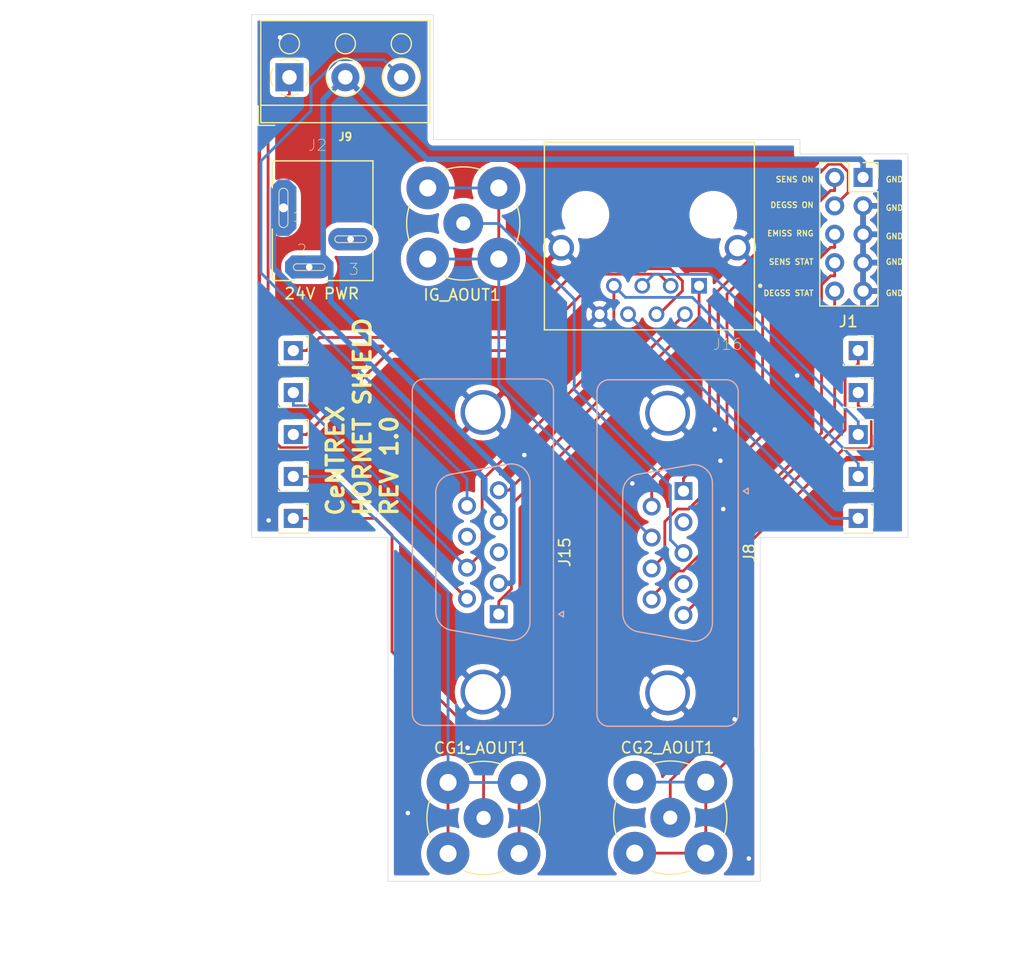
<source format=kicad_pcb>
(kicad_pcb (version 20171130) (host pcbnew "(5.1.4)-1")

  (general
    (thickness 1.6)
    (drawings 36)
    (tracks 177)
    (zones 0)
    (modules 19)
    (nets 29)
  )

  (page A4)
  (layers
    (0 F.Cu signal)
    (31 B.Cu signal)
    (32 B.Adhes user)
    (33 F.Adhes user)
    (34 B.Paste user)
    (35 F.Paste user)
    (36 B.SilkS user)
    (37 F.SilkS user)
    (38 B.Mask user)
    (39 F.Mask user)
    (40 Dwgs.User user)
    (41 Cmts.User user)
    (42 Eco1.User user)
    (43 Eco2.User user)
    (44 Edge.Cuts user)
    (45 Margin user)
    (46 B.CrtYd user)
    (47 F.CrtYd user)
    (48 B.Fab user)
    (49 F.Fab user)
  )

  (setup
    (last_trace_width 0.25)
    (trace_clearance 0.2)
    (zone_clearance 0.508)
    (zone_45_only no)
    (trace_min 0.2)
    (via_size 0.8)
    (via_drill 0.4)
    (via_min_size 0.4)
    (via_min_drill 0.3)
    (uvia_size 0.3)
    (uvia_drill 0.1)
    (uvias_allowed no)
    (uvia_min_size 0.2)
    (uvia_min_drill 0.1)
    (edge_width 0.05)
    (segment_width 0.2)
    (pcb_text_width 0.3)
    (pcb_text_size 1.5 1.5)
    (mod_edge_width 0.12)
    (mod_text_size 1 1)
    (mod_text_width 0.15)
    (pad_size 1.524 1.524)
    (pad_drill 0.762)
    (pad_to_mask_clearance 0.051)
    (solder_mask_min_width 0.25)
    (aux_axis_origin 0 0)
    (visible_elements 7FFFFFFF)
    (pcbplotparams
      (layerselection 0x010fc_ffffffff)
      (usegerberextensions false)
      (usegerberattributes false)
      (usegerberadvancedattributes false)
      (creategerberjobfile false)
      (excludeedgelayer true)
      (linewidth 0.100000)
      (plotframeref false)
      (viasonmask false)
      (mode 1)
      (useauxorigin false)
      (hpglpennumber 1)
      (hpglpenspeed 20)
      (hpglpendiameter 15.000000)
      (psnegative false)
      (psa4output false)
      (plotreference true)
      (plotvalue true)
      (plotinvisibletext false)
      (padsonsilk false)
      (subtractmaskfromsilk false)
      (outputformat 1)
      (mirror false)
      (drillshape 0)
      (scaleselection 1)
      (outputdirectory "gerber/"))
  )

  (net 0 "")
  (net 1 DEGAS_STATUS)
  (net 2 GND)
  (net 3 SENSOR_STATUS)
  (net 4 EMISSION_RANGE)
  (net 5 DEGASS_ONOFF)
  (net 6 SENSOR_ONOFF)
  (net 7 PWR_GND)
  (net 8 CG1_NC)
  (net 9 CG1_COM)
  (net 10 CG1_NO)
  (net 11 CG1_AOUT_A-)
  (net 12 CG1_AOUT_A+)
  (net 13 AOUT_GND)
  (net 14 PWR_IN)
  (net 15 AOUT)
  (net 16 RS485_B+)
  (net 17 RS485_A-)
  (net 18 IG_NC)
  (net 19 IG_NO)
  (net 20 CG2_NC)
  (net 21 CG2_NO)
  (net 22 CG2_AOUT_A-)
  (net 23 CG2_AOUT_A+)
  (net 24 "Net-(J8-Pad4)")
  (net 25 "Net-(J8-Pad2)")
  (net 26 "Net-(J2-Pad3)")
  (net 27 "Net-(J15-Pad8)")
  (net 28 "Net-(J15-Pad3)")

  (net_class Default "This is the default net class."
    (clearance 0.2)
    (trace_width 0.25)
    (via_dia 0.8)
    (via_drill 0.4)
    (uvia_dia 0.3)
    (uvia_drill 0.1)
    (add_net AOUT)
    (add_net AOUT_GND)
    (add_net CG1_AOUT_A+)
    (add_net CG1_AOUT_A-)
    (add_net CG1_COM)
    (add_net CG1_NC)
    (add_net CG1_NO)
    (add_net CG2_AOUT_A+)
    (add_net CG2_AOUT_A-)
    (add_net CG2_NC)
    (add_net CG2_NO)
    (add_net DEGASS_ONOFF)
    (add_net DEGAS_STATUS)
    (add_net EMISSION_RANGE)
    (add_net GND)
    (add_net IG_NC)
    (add_net IG_NO)
    (add_net "Net-(J15-Pad3)")
    (add_net "Net-(J15-Pad8)")
    (add_net "Net-(J2-Pad3)")
    (add_net "Net-(J8-Pad2)")
    (add_net "Net-(J8-Pad4)")
    (add_net PWR_GND)
    (add_net PWR_IN)
    (add_net RS485_A-)
    (add_net RS485_B+)
    (add_net SENSOR_ONOFF)
    (add_net SENSOR_STATUS)
  )

  (module 5557969-1:TE_5557969-1 (layer F.Cu) (tedit 0) (tstamp 5DB89E04)
    (at 155.448 112.63 180)
    (path /5DA0B9C3)
    (fp_text reference J16 (at -6.99737 -11.5774) (layer F.SilkS)
      (effects (font (size 1.00177 1.00177) (thickness 0.05)))
    )
    (fp_text value " " (at -6.36172 7.76131) (layer F.SilkS)
      (effects (font (size 1.00185 1.00185) (thickness 0.05)))
    )
    (fp_line (start -9.635 -10.54) (end -9.635 6.73) (layer Eco1.User) (width 0.05))
    (fp_line (start 9.635 -10.54) (end -9.635 -10.54) (layer Eco1.User) (width 0.05))
    (fp_line (start 9.635 6.73) (end 9.635 -10.54) (layer Eco1.User) (width 0.05))
    (fp_line (start -9.635 6.73) (end 9.635 6.73) (layer Eco1.User) (width 0.05))
    (fp_circle (center -9.906 -6.35) (end -9.806 -6.35) (layer F.SilkS) (width 0.2))
    (fp_line (start 9.385 6.48) (end -9.385 6.48) (layer Eco2.User) (width 0.127))
    (fp_line (start 9.385 -10.29) (end 9.385 6.48) (layer Eco2.User) (width 0.127))
    (fp_line (start -9.385 -10.29) (end 9.385 -10.29) (layer Eco2.User) (width 0.127))
    (fp_line (start -9.385 6.48) (end -9.385 -10.29) (layer Eco2.User) (width 0.127))
    (fp_line (start 9.385 6.48) (end -9.385 6.48) (layer F.SilkS) (width 0.127))
    (fp_line (start 9.385 -10.29) (end 9.385 6.48) (layer F.SilkS) (width 0.127))
    (fp_line (start -9.385 -10.29) (end 9.385 -10.29) (layer F.SilkS) (width 0.127))
    (fp_line (start -9.385 6.48) (end -9.385 -10.29) (layer F.SilkS) (width 0.127))
    (pad 8 thru_hole circle (at 4.445 -8.89 180) (size 1.398 1.398) (drill 0.89) (layers *.Cu *.Mask)
      (net 2 GND))
    (pad 7 thru_hole circle (at 3.175 -6.35 180) (size 1.398 1.398) (drill 0.89) (layers *.Cu *.Mask)
      (net 9 CG1_COM))
    (pad 6 thru_hole circle (at 1.905 -8.89 180) (size 1.398 1.398) (drill 0.89) (layers *.Cu *.Mask)
      (net 20 CG2_NC))
    (pad 5 thru_hole circle (at 0.635 -6.35 180) (size 1.398 1.398) (drill 0.89) (layers *.Cu *.Mask)
      (net 21 CG2_NO))
    (pad 4 thru_hole circle (at -0.635 -8.89 180) (size 1.398 1.398) (drill 0.89) (layers *.Cu *.Mask)
      (net 8 CG1_NC))
    (pad 3 thru_hole circle (at -1.905 -6.35 180) (size 1.398 1.398) (drill 0.89) (layers *.Cu *.Mask)
      (net 10 CG1_NO))
    (pad 2 thru_hole circle (at -3.175 -8.89 180) (size 1.398 1.398) (drill 0.89) (layers *.Cu *.Mask)
      (net 18 IG_NC))
    (pad 1 thru_hole rect (at -4.445 -6.35 180) (size 1.398 1.398) (drill 0.89) (layers *.Cu *.Mask)
      (net 19 IG_NO))
    (pad S2 thru_hole circle (at 7.875 -2.95 180) (size 2.28 2.28) (drill 1.52) (layers *.Cu *.Mask)
      (net 2 GND))
    (pad S1 thru_hole circle (at -7.875 -2.95 180) (size 2.28 2.28) (drill 1.52) (layers *.Cu *.Mask)
      (net 2 GND))
    (pad Hole np_thru_hole circle (at 5.715 0 180) (size 3.25 3.25) (drill 3.25) (layers *.Cu *.Mask F.SilkS))
    (pad Hole np_thru_hole circle (at -5.715 0 180) (size 3.25 3.25) (drill 3.25) (layers *.Cu *.Mask F.SilkS))
  )

  (module 694108402002:69410X402002 (layer F.Cu) (tedit 0) (tstamp 5DB8ADC1)
    (at 126.238 112.014)
    (descr "<b>694106402002</b><p>WR-DC_DC Power Jack_Vertical_THT Center Pin ?2.0_Plug ID ?2.05_Plug OD ?5.5")
    (path /5DA1E379)
    (fp_text reference J2 (at -0.46089 -5.59586) (layer F.SilkS)
      (effects (font (size 1.00194 1.00194) (thickness 0.05)))
    )
    (fp_text value "24V PWR" (at -0.075035 7.66913) (layer F.SilkS)
      (effects (font (size 1.00054 1.00054) (thickness 0.15)))
    )
    (fp_line (start -4.5 6.5) (end -2.5 6.5) (layer F.SilkS) (width 0.127))
    (fp_line (start -4.5 1.9) (end -4.5 6.5) (layer F.SilkS) (width 0.127))
    (fp_line (start 4.5 6.5) (end 0.3 6.5) (layer F.SilkS) (width 0.127))
    (fp_line (start 4.5 3.7) (end 4.5 6.5) (layer F.SilkS) (width 0.127))
    (fp_line (start 4.5 2.1) (end 4.5 -4.2) (layer F.SilkS) (width 0.127))
    (fp_line (start -4.5 -1.8) (end -4.5 -4.2) (layer F.SilkS) (width 0.127))
    (fp_arc (start -0.09 5.3) (end -0.09 5) (angle 180) (layer Edge.Cuts) (width 0.1))
    (fp_arc (start -2.31 5.3) (end -2.31 5) (angle -180) (layer Edge.Cuts) (width 0.1))
    (fp_text user 2 (at -1.87235 3.77473) (layer F.SilkS)
      (effects (font (size 1 1) (thickness 0.05)))
    )
    (fp_text user 3 (at 2.78038 5.49076) (layer F.SilkS)
      (effects (font (size 1 1) (thickness 0.05)))
    )
    (fp_arc (start 3.61 2.8) (end 3.61 2.5) (angle 180) (layer Edge.Cuts) (width 0.1))
    (fp_arc (start 1.39 2.8) (end 1.39 2.5) (angle -180) (layer Edge.Cuts) (width 0.1))
    (fp_text user 1 (at -2.25044 0.740146) (layer F.SilkS)
      (effects (font (size 1 1) (thickness 0.05)))
    )
    (fp_arc (start -3.5 1.36) (end -3.1 1.36) (angle 180) (layer Edge.Cuts) (width 0.1))
    (fp_arc (start -3.5 -1.36) (end -3.1 -1.36) (angle -180) (layer Edge.Cuts) (width 0.1))
    (fp_poly (pts (xy -5 -4.45) (xy 5 -4.45) (xy 5 6.75) (xy -5 6.75)) (layer Eco1.User) (width 0.127))
    (fp_line (start -2.31 5.6) (end -0.09 5.6) (layer Edge.Cuts) (width 0.1))
    (fp_line (start -0.09 5) (end -2.31 5) (layer Edge.Cuts) (width 0.1))
    (fp_line (start 1.39 3.1) (end 3.61 3.1) (layer Edge.Cuts) (width 0.1))
    (fp_line (start 3.61 2.5) (end 1.39 2.5) (layer Edge.Cuts) (width 0.1))
    (fp_line (start -3.9 -1.36) (end -3.9 1.36) (layer Edge.Cuts) (width 0.1))
    (fp_line (start -3.1 1.36) (end -3.1 -1.36) (layer Edge.Cuts) (width 0.1))
    (fp_line (start -4.5 6.5) (end -4.5 -4.2) (layer Eco2.User) (width 0.127))
    (fp_line (start -4.5 -4.2) (end 4.5 -4.2) (layer F.SilkS) (width 0.127))
    (fp_line (start 4.5 6.5) (end 4.5 -4.2) (layer Eco2.User) (width 0.127))
    (fp_line (start -4.5 6.5) (end 4.5 6.5) (layer Eco2.User) (width 0.127))
    (pad 3 thru_hole oval (at 2.5 2.8) (size 4 2) (drill 0.6) (layers *.Cu *.Mask)
      (net 26 "Net-(J2-Pad3)"))
    (pad 2 thru_hole oval (at -1.2 5.3 180) (size 4 2) (drill 0.6) (layers *.Cu *.Mask)
      (net 7 PWR_GND))
    (pad 1 thru_hole oval (at -3.5 0 90) (size 4.2 2.1) (drill 0.8) (layers *.Cu *.Mask)
      (net 14 PWR_IN))
  )

  (module Connector_Dsub:DSUB-9_Male_Vertical_P2.77x2.84mm_MountingHoles (layer B.Cu) (tedit 59FEDEE2) (tstamp 5DB89C9B)
    (at 141.986 148.336 90)
    (descr "9-pin D-Sub connector, straight/vertical, THT-mount, male, pitch 2.77x2.84mm, distance of mounting holes 25mm, see https://disti-assets.s3.amazonaws.com/tonar/files/datasheets/16730.pdf")
    (tags "9-pin D-Sub connector straight vertical THT male pitch 2.77x2.84mm mounting holes distance 25mm")
    (path /5D9D4CB3)
    (fp_text reference J15 (at 5.54 5.89 90) (layer F.SilkS)
      (effects (font (size 1 1) (thickness 0.15)))
    )
    (fp_text value DB9_Male_MountingHoles (at 5.54 -8.73 90) (layer F.Fab)
      (effects (font (size 1 1) (thickness 0.15)))
    )
    (fp_text user %R (at 5.54 -1.42 90) (layer B.Fab)
      (effects (font (size 1 1) (thickness 0.15)) (justify mirror))
    )
    (fp_line (start 21.5 5.35) (end -10.4 5.35) (layer B.CrtYd) (width 0.05))
    (fp_line (start 21.5 -8.2) (end 21.5 5.35) (layer B.CrtYd) (width 0.05))
    (fp_line (start -10.4 -8.2) (end 21.5 -8.2) (layer B.CrtYd) (width 0.05))
    (fp_line (start -10.4 5.35) (end -10.4 -8.2) (layer B.CrtYd) (width 0.05))
    (fp_line (start -2.32647 0.841744) (end -1.427202 -4.258256) (layer B.SilkS) (width 0.12))
    (fp_line (start 13.40647 0.841744) (end 12.507202 -4.258256) (layer B.SilkS) (width 0.12))
    (fp_line (start 0.207579 -5.63) (end 10.872421 -5.63) (layer B.SilkS) (width 0.12))
    (fp_line (start -0.691689 2.79) (end 11.771689 2.79) (layer B.SilkS) (width 0.12))
    (fp_line (start -2.278887 0.852163) (end -1.379619 -4.247837) (layer B.Fab) (width 0.1))
    (fp_line (start 13.358887 0.852163) (end 12.459619 -4.247837) (layer B.Fab) (width 0.1))
    (fp_line (start 0.196073 -5.57) (end 10.883927 -5.57) (layer B.Fab) (width 0.1))
    (fp_line (start -0.703194 2.73) (end 11.783194 2.73) (layer B.Fab) (width 0.1))
    (fp_line (start 0 5.351325) (end -0.25 5.784338) (layer B.SilkS) (width 0.12))
    (fp_line (start 0.25 5.784338) (end 0 5.351325) (layer B.SilkS) (width 0.12))
    (fp_line (start -0.25 5.784338) (end 0.25 5.784338) (layer B.SilkS) (width 0.12))
    (fp_line (start -9.945 -6.67) (end -9.945 3.83) (layer B.SilkS) (width 0.12))
    (fp_line (start 19.965 -7.73) (end -8.885 -7.73) (layer B.SilkS) (width 0.12))
    (fp_line (start 21.025 3.83) (end 21.025 -6.67) (layer B.SilkS) (width 0.12))
    (fp_line (start -8.885 4.89) (end 19.965 4.89) (layer B.SilkS) (width 0.12))
    (fp_line (start -9.885 -6.67) (end -9.885 3.83) (layer B.Fab) (width 0.1))
    (fp_line (start 19.965 -7.67) (end -8.885 -7.67) (layer B.Fab) (width 0.1))
    (fp_line (start 20.965 3.83) (end 20.965 -6.67) (layer B.Fab) (width 0.1))
    (fp_line (start -8.885 4.83) (end 19.965 4.83) (layer B.Fab) (width 0.1))
    (fp_arc (start 10.872421 -3.97) (end 10.872421 -5.63) (angle 80) (layer B.SilkS) (width 0.12))
    (fp_arc (start 0.207579 -3.97) (end 0.207579 -5.63) (angle -80) (layer B.SilkS) (width 0.12))
    (fp_arc (start 11.771689 1.13) (end 11.771689 2.79) (angle -100) (layer B.SilkS) (width 0.12))
    (fp_arc (start -0.691689 1.13) (end -0.691689 2.79) (angle 100) (layer B.SilkS) (width 0.12))
    (fp_arc (start 10.883927 -3.97) (end 10.883927 -5.57) (angle 80) (layer B.Fab) (width 0.1))
    (fp_arc (start 0.196073 -3.97) (end 0.196073 -5.57) (angle -80) (layer B.Fab) (width 0.1))
    (fp_arc (start 11.783194 1.13) (end 11.783194 2.73) (angle -100) (layer B.Fab) (width 0.1))
    (fp_arc (start -0.703194 1.13) (end -0.703194 2.73) (angle 100) (layer B.Fab) (width 0.1))
    (fp_arc (start 19.965 -6.67) (end 21.025 -6.67) (angle -90) (layer B.SilkS) (width 0.12))
    (fp_arc (start -8.885 -6.67) (end -9.945 -6.67) (angle 90) (layer B.SilkS) (width 0.12))
    (fp_arc (start 19.965 3.83) (end 19.965 4.89) (angle -90) (layer B.SilkS) (width 0.12))
    (fp_arc (start -8.885 3.83) (end -9.945 3.83) (angle -90) (layer B.SilkS) (width 0.12))
    (fp_arc (start 19.965 -6.67) (end 20.965 -6.67) (angle -90) (layer B.Fab) (width 0.1))
    (fp_arc (start -8.885 -6.67) (end -9.885 -6.67) (angle 90) (layer B.Fab) (width 0.1))
    (fp_arc (start 19.965 3.83) (end 19.965 4.83) (angle -90) (layer B.Fab) (width 0.1))
    (fp_arc (start -8.885 3.83) (end -9.885 3.83) (angle -90) (layer B.Fab) (width 0.1))
    (pad 0 thru_hole circle (at 18.04 -1.42 90) (size 4 4) (drill 3.2) (layers *.Cu *.Mask)
      (net 2 GND))
    (pad 0 thru_hole circle (at -6.96 -1.42 90) (size 4 4) (drill 3.2) (layers *.Cu *.Mask)
      (net 2 GND))
    (pad 9 thru_hole circle (at 9.695 -2.84 90) (size 1.6 1.6) (drill 1) (layers *.Cu *.Mask)
      (net 16 RS485_B+))
    (pad 8 thru_hole circle (at 6.925 -2.84 90) (size 1.6 1.6) (drill 1) (layers *.Cu *.Mask)
      (net 27 "Net-(J15-Pad8)"))
    (pad 7 thru_hole circle (at 4.155 -2.84 90) (size 1.6 1.6) (drill 1) (layers *.Cu *.Mask)
      (net 9 CG1_COM))
    (pad 6 thru_hole circle (at 1.385 -2.84 90) (size 1.6 1.6) (drill 1) (layers *.Cu *.Mask)
      (net 17 RS485_A-))
    (pad 5 thru_hole circle (at 11.08 0 90) (size 1.6 1.6) (drill 1) (layers *.Cu *.Mask)
      (net 18 IG_NC))
    (pad 4 thru_hole circle (at 8.31 0 90) (size 1.6 1.6) (drill 1) (layers *.Cu *.Mask)
      (net 14 PWR_IN))
    (pad 3 thru_hole circle (at 5.54 0 90) (size 1.6 1.6) (drill 1) (layers *.Cu *.Mask)
      (net 28 "Net-(J15-Pad3)"))
    (pad 2 thru_hole circle (at 2.77 0 90) (size 1.6 1.6) (drill 1) (layers *.Cu *.Mask)
      (net 7 PWR_GND))
    (pad 1 thru_hole rect (at 0 0 90) (size 1.6 1.6) (drill 1) (layers *.Cu *.Mask)
      (net 19 IG_NO))
    (model ${KISYS3DMOD}/Connector_Dsub.3dshapes/DSUB-9_Male_Vertical_P2.77x2.84mm_MountingHoles.wrl
      (at (xyz 0 0 0))
      (scale (xyz 1 1 1))
      (rotate (xyz 0 0 0))
    )
  )

  (module Connector_Dsub:DSUB-9_Female_Vertical_P2.77x2.84mm_MountingHoles (layer B.Cu) (tedit 59FEDEE2) (tstamp 5D9C3F74)
    (at 158.496 137.33 90)
    (descr "9-pin D-Sub connector, straight/vertical, THT-mount, female, pitch 2.77x2.84mm, distance of mounting holes 25mm, see https://disti-assets.s3.amazonaws.com/tonar/files/datasheets/16730.pdf")
    (tags "9-pin D-Sub connector straight vertical THT female pitch 2.77x2.84mm mounting holes distance 25mm")
    (path /5D9D26EC)
    (fp_text reference J8 (at -5.54 5.89 90) (layer F.SilkS)
      (effects (font (size 1 1) (thickness 0.15)))
    )
    (fp_text value DB9_Female_MountingHoles (at -5.54 -8.73 90) (layer F.Fab)
      (effects (font (size 1 1) (thickness 0.15)))
    )
    (fp_text user %R (at -5.54 -1.42 270) (layer B.Fab)
      (effects (font (size 1 1) (thickness 0.15)) (justify mirror))
    )
    (fp_line (start 10.4 5.35) (end -21.5 5.35) (layer B.CrtYd) (width 0.05))
    (fp_line (start 10.4 -8.2) (end 10.4 5.35) (layer B.CrtYd) (width 0.05))
    (fp_line (start -21.5 -8.2) (end 10.4 -8.2) (layer B.CrtYd) (width 0.05))
    (fp_line (start -21.5 5.35) (end -21.5 -8.2) (layer B.CrtYd) (width 0.05))
    (fp_line (start -13.40647 0.641744) (end -12.577733 -4.058256) (layer B.SilkS) (width 0.12))
    (fp_line (start 2.32647 0.641744) (end 1.497733 -4.058256) (layer B.SilkS) (width 0.12))
    (fp_line (start -10.942952 -5.43) (end -0.137048 -5.43) (layer B.SilkS) (width 0.12))
    (fp_line (start -11.771689 2.59) (end 0.691689 2.59) (layer B.SilkS) (width 0.12))
    (fp_line (start -13.358887 0.652163) (end -12.53015 -4.047837) (layer B.Fab) (width 0.1))
    (fp_line (start 2.278887 0.652163) (end 1.45015 -4.047837) (layer B.Fab) (width 0.1))
    (fp_line (start -10.954457 -5.37) (end -0.125543 -5.37) (layer B.Fab) (width 0.1))
    (fp_line (start -11.783194 2.53) (end 0.703194 2.53) (layer B.Fab) (width 0.1))
    (fp_line (start 0 5.351325) (end -0.25 5.784338) (layer B.SilkS) (width 0.12))
    (fp_line (start 0.25 5.784338) (end 0 5.351325) (layer B.SilkS) (width 0.12))
    (fp_line (start -0.25 5.784338) (end 0.25 5.784338) (layer B.SilkS) (width 0.12))
    (fp_line (start -21.025 -6.67) (end -21.025 3.83) (layer B.SilkS) (width 0.12))
    (fp_line (start 8.885 -7.73) (end -19.965 -7.73) (layer B.SilkS) (width 0.12))
    (fp_line (start 9.945 3.83) (end 9.945 -6.67) (layer B.SilkS) (width 0.12))
    (fp_line (start -19.965 4.89) (end 8.885 4.89) (layer B.SilkS) (width 0.12))
    (fp_line (start -20.965 -6.67) (end -20.965 3.83) (layer B.Fab) (width 0.1))
    (fp_line (start 8.885 -7.67) (end -19.965 -7.67) (layer B.Fab) (width 0.1))
    (fp_line (start 9.885 3.83) (end 9.885 -6.67) (layer B.Fab) (width 0.1))
    (fp_line (start -19.965 4.83) (end 8.885 4.83) (layer B.Fab) (width 0.1))
    (fp_arc (start -0.137048 -3.77) (end -0.137048 -5.43) (angle 80) (layer B.SilkS) (width 0.12))
    (fp_arc (start -10.942952 -3.77) (end -10.942952 -5.43) (angle -80) (layer B.SilkS) (width 0.12))
    (fp_arc (start 0.691689 0.93) (end 0.691689 2.59) (angle -100) (layer B.SilkS) (width 0.12))
    (fp_arc (start -11.771689 0.93) (end -11.771689 2.59) (angle 100) (layer B.SilkS) (width 0.12))
    (fp_arc (start -0.125543 -3.77) (end -0.125543 -5.37) (angle 80) (layer B.Fab) (width 0.1))
    (fp_arc (start -10.954457 -3.77) (end -10.954457 -5.37) (angle -80) (layer B.Fab) (width 0.1))
    (fp_arc (start 0.703194 0.93) (end 0.703194 2.53) (angle -100) (layer B.Fab) (width 0.1))
    (fp_arc (start -11.783194 0.93) (end -11.783194 2.53) (angle 100) (layer B.Fab) (width 0.1))
    (fp_arc (start 8.885 -6.67) (end 9.945 -6.67) (angle -90) (layer B.SilkS) (width 0.12))
    (fp_arc (start -19.965 -6.67) (end -21.025 -6.67) (angle 90) (layer B.SilkS) (width 0.12))
    (fp_arc (start 8.885 3.83) (end 8.885 4.89) (angle -90) (layer B.SilkS) (width 0.12))
    (fp_arc (start -19.965 3.83) (end -21.025 3.83) (angle -90) (layer B.SilkS) (width 0.12))
    (fp_arc (start 8.885 -6.67) (end 9.885 -6.67) (angle -90) (layer B.Fab) (width 0.1))
    (fp_arc (start -19.965 -6.67) (end -20.965 -6.67) (angle 90) (layer B.Fab) (width 0.1))
    (fp_arc (start 8.885 3.83) (end 8.885 4.83) (angle -90) (layer B.Fab) (width 0.1))
    (fp_arc (start -19.965 3.83) (end -20.965 3.83) (angle -90) (layer B.Fab) (width 0.1))
    (pad 0 thru_hole circle (at 6.96 -1.42 90) (size 4 4) (drill 3.2) (layers *.Cu *.Mask)
      (net 2 GND))
    (pad 0 thru_hole circle (at -18.04 -1.42 90) (size 4 4) (drill 3.2) (layers *.Cu *.Mask)
      (net 2 GND))
    (pad 9 thru_hole circle (at -9.695 -2.84 90) (size 1.6 1.6) (drill 1) (layers *.Cu *.Mask)
      (net 3 SENSOR_STATUS))
    (pad 8 thru_hole circle (at -6.925 -2.84 90) (size 1.6 1.6) (drill 1) (layers *.Cu *.Mask)
      (net 4 EMISSION_RANGE))
    (pad 7 thru_hole circle (at -4.155 -2.84 90) (size 1.6 1.6) (drill 1) (layers *.Cu *.Mask)
      (net 13 AOUT_GND))
    (pad 6 thru_hole circle (at -1.385 -2.84 90) (size 1.6 1.6) (drill 1) (layers *.Cu *.Mask)
      (net 5 DEGASS_ONOFF))
    (pad 5 thru_hole circle (at -11.08 0 90) (size 1.6 1.6) (drill 1) (layers *.Cu *.Mask)
      (net 1 DEGAS_STATUS))
    (pad 4 thru_hole circle (at -8.31 0 90) (size 1.6 1.6) (drill 1) (layers *.Cu *.Mask)
      (net 24 "Net-(J8-Pad4)"))
    (pad 3 thru_hole circle (at -5.54 0 90) (size 1.6 1.6) (drill 1) (layers *.Cu *.Mask)
      (net 15 AOUT))
    (pad 2 thru_hole circle (at -2.77 0 90) (size 1.6 1.6) (drill 1) (layers *.Cu *.Mask)
      (net 25 "Net-(J8-Pad2)"))
    (pad 1 thru_hole rect (at 0 0 90) (size 1.6 1.6) (drill 1) (layers *.Cu *.Mask)
      (net 6 SENSOR_ONOFF))
    (model ${KISYS3DMOD}/Connector_Dsub.3dshapes/DSUB-9_Female_Vertical_P2.77x2.84mm_MountingHoles.wrl
      (at (xyz 0 0 0))
      (scale (xyz 1 1 1))
      (rotate (xyz 0 0 0))
    )
  )

  (module TerminalBlock_RND:TerminalBlock_RND_205-00002_1x03_P5.00mm_Horizontal (layer F.Cu) (tedit 5B294F8C) (tstamp 5DAA5B53)
    (at 123.27 100.34)
    (descr "terminal block RND 205-00002, 3 pins, pitch 5mm, size 15x9mm^2, drill diamater 1.3mm, pad diameter 2.5mm, see http://cdn-reichelt.de/documents/datenblatt/C151/RND_205-00001_DB_EN.pdf, script-generated using https://github.com/pointhi/kicad-footprint-generator/scripts/TerminalBlock_RND")
    (tags "THT terminal block RND 205-00002 pitch 5mm size 15x9mm^2 drill 1.3mm pad 2.5mm")
    (path /5DAA4BF8)
    (fp_text reference J9 (at 5 5.324) (layer F.SilkS)
      (effects (font (size 0.7 0.7) (thickness 0.15)))
    )
    (fp_text value Screw_Terminal_01x03 (at 5 5.06) (layer F.Fab)
      (effects (font (size 1 1) (thickness 0.15)))
    )
    (fp_text user %R (at 5 -6.06) (layer F.Fab)
      (effects (font (size 1 1) (thickness 0.15)))
    )
    (fp_line (start 13 -5.5) (end -3 -5.5) (layer F.CrtYd) (width 0.05))
    (fp_line (start 13 4.5) (end 13 -5.5) (layer F.CrtYd) (width 0.05))
    (fp_line (start -3 4.5) (end 13 4.5) (layer F.CrtYd) (width 0.05))
    (fp_line (start -3 -5.5) (end -3 4.5) (layer F.CrtYd) (width 0.05))
    (fp_line (start -2.8 4.3) (end -1.3 4.3) (layer F.SilkS) (width 0.12))
    (fp_line (start -2.8 2.56) (end -2.8 4.3) (layer F.SilkS) (width 0.12))
    (fp_line (start 8.82 0.976) (end 8.726 1.069) (layer F.SilkS) (width 0.12))
    (fp_line (start 11.07 -1.275) (end 11.011 -1.216) (layer F.SilkS) (width 0.12))
    (fp_line (start 8.99 1.216) (end 8.931 1.274) (layer F.SilkS) (width 0.12))
    (fp_line (start 11.275 -1.069) (end 11.181 -0.976) (layer F.SilkS) (width 0.12))
    (fp_line (start 10.955 -1.138) (end 8.863 0.955) (layer F.Fab) (width 0.1))
    (fp_line (start 11.138 -0.955) (end 9.046 1.138) (layer F.Fab) (width 0.1))
    (fp_line (start 3.82 0.976) (end 3.726 1.069) (layer F.SilkS) (width 0.12))
    (fp_line (start 6.07 -1.275) (end 6.011 -1.216) (layer F.SilkS) (width 0.12))
    (fp_line (start 3.99 1.216) (end 3.931 1.274) (layer F.SilkS) (width 0.12))
    (fp_line (start 6.275 -1.069) (end 6.181 -0.976) (layer F.SilkS) (width 0.12))
    (fp_line (start 5.955 -1.138) (end 3.863 0.955) (layer F.Fab) (width 0.1))
    (fp_line (start 6.138 -0.955) (end 4.046 1.138) (layer F.Fab) (width 0.1))
    (fp_line (start 0.955 -1.138) (end -1.138 0.955) (layer F.Fab) (width 0.1))
    (fp_line (start 1.138 -0.955) (end -0.955 1.138) (layer F.Fab) (width 0.1))
    (fp_line (start 12.56 -5.06) (end 12.56 4.06) (layer F.SilkS) (width 0.12))
    (fp_line (start -2.56 -5.06) (end -2.56 4.06) (layer F.SilkS) (width 0.12))
    (fp_line (start -2.56 4.06) (end 12.56 4.06) (layer F.SilkS) (width 0.12))
    (fp_line (start -2.56 -5.06) (end 12.56 -5.06) (layer F.SilkS) (width 0.12))
    (fp_line (start -2.56 2.5) (end 12.56 2.5) (layer F.SilkS) (width 0.12))
    (fp_line (start -2.5 2.5) (end 12.5 2.5) (layer F.Fab) (width 0.1))
    (fp_line (start -2.5 2.5) (end -2.5 -5) (layer F.Fab) (width 0.1))
    (fp_line (start -1 4) (end -2.5 2.5) (layer F.Fab) (width 0.1))
    (fp_line (start 12.5 4) (end -1 4) (layer F.Fab) (width 0.1))
    (fp_line (start 12.5 -5) (end 12.5 4) (layer F.Fab) (width 0.1))
    (fp_line (start -2.5 -5) (end 12.5 -5) (layer F.Fab) (width 0.1))
    (fp_circle (center 10 -3) (end 10.9 -3) (layer F.SilkS) (width 0.12))
    (fp_circle (center 10 -3) (end 10.9 -3) (layer F.Fab) (width 0.1))
    (fp_circle (center 10 0) (end 11.68 0) (layer F.SilkS) (width 0.12))
    (fp_circle (center 10 0) (end 11.5 0) (layer F.Fab) (width 0.1))
    (fp_circle (center 5 -3) (end 5.9 -3) (layer F.SilkS) (width 0.12))
    (fp_circle (center 5 -3) (end 5.9 -3) (layer F.Fab) (width 0.1))
    (fp_circle (center 5 0) (end 6.68 0) (layer F.SilkS) (width 0.12))
    (fp_circle (center 5 0) (end 6.5 0) (layer F.Fab) (width 0.1))
    (fp_circle (center 0 -3) (end 0.9 -3) (layer F.SilkS) (width 0.12))
    (fp_circle (center 0 -3) (end 0.9 -3) (layer F.Fab) (width 0.1))
    (fp_circle (center 0 0) (end 1.5 0) (layer F.Fab) (width 0.1))
    (fp_arc (start 0 0) (end -0.789 1.484) (angle -29) (layer F.SilkS) (width 0.12))
    (fp_arc (start 0 0) (end -1.484 -0.789) (angle -56) (layer F.SilkS) (width 0.12))
    (fp_arc (start 0 0) (end 0.789 -1.484) (angle -56) (layer F.SilkS) (width 0.12))
    (fp_arc (start 0 0) (end 1.484 0.789) (angle -56) (layer F.SilkS) (width 0.12))
    (fp_arc (start 0 0) (end 0 1.68) (angle -28) (layer F.SilkS) (width 0.12))
    (pad 3 thru_hole circle (at 10 0) (size 2.5 2.5) (drill 1.3) (layers *.Cu *.Mask)
      (net 16 RS485_B+))
    (pad 2 thru_hole circle (at 5 0) (size 2.5 2.5) (drill 1.3) (layers *.Cu *.Mask)
      (net 7 PWR_GND))
    (pad 1 thru_hole rect (at 0 0) (size 2.5 2.5) (drill 1.3) (layers *.Cu *.Mask)
      (net 17 RS485_A-))
    (model ${KISYS3DMOD}/TerminalBlock_RND.3dshapes/TerminalBlock_RND_205-00002_1x03_P5.00mm_Horizontal.wrl
      (at (xyz 0 0 0))
      (scale (xyz 1 1 1))
      (rotate (xyz 0 0 0))
    )
  )

  (module Connector_PinSocket_2.54mm:PinSocket_1x01_P2.54mm_Vertical (layer F.Cu) (tedit 5A19A434) (tstamp 5D9CC6EF)
    (at 174.12 139.775)
    (descr "Through hole straight socket strip, 1x01, 2.54mm pitch, single row (from Kicad 4.0.7), script generated")
    (tags "Through hole socket strip THT 1x01 2.54mm single row")
    (path /5D9BF2B5)
    (fp_text reference " " (at -3.178 -0.075) (layer F.SilkS)
      (effects (font (size 1 1) (thickness 0.15)))
    )
    (fp_text value Conn_01x01 (at 0 2.77) (layer F.Fab)
      (effects (font (size 1 1) (thickness 0.15)))
    )
    (fp_text user %R (at 0 0) (layer F.Fab)
      (effects (font (size 1 1) (thickness 0.15)))
    )
    (fp_line (start -1.8 1.75) (end -1.8 -1.8) (layer F.CrtYd) (width 0.05))
    (fp_line (start 1.75 1.75) (end -1.8 1.75) (layer F.CrtYd) (width 0.05))
    (fp_line (start 1.75 -1.8) (end 1.75 1.75) (layer F.CrtYd) (width 0.05))
    (fp_line (start -1.8 -1.8) (end 1.75 -1.8) (layer F.CrtYd) (width 0.05))
    (fp_line (start 0 -1.33) (end 1.33 -1.33) (layer F.SilkS) (width 0.12))
    (fp_line (start 1.33 -1.33) (end 1.33 0) (layer F.SilkS) (width 0.12))
    (fp_line (start 1.33 1.21) (end 1.33 1.33) (layer F.SilkS) (width 0.12))
    (fp_line (start -1.33 1.21) (end -1.33 1.33) (layer F.SilkS) (width 0.12))
    (fp_line (start -1.33 1.33) (end 1.33 1.33) (layer F.SilkS) (width 0.12))
    (fp_line (start -1.27 1.27) (end -1.27 -1.27) (layer F.Fab) (width 0.1))
    (fp_line (start 1.27 1.27) (end -1.27 1.27) (layer F.Fab) (width 0.1))
    (fp_line (start 1.27 -0.635) (end 1.27 1.27) (layer F.Fab) (width 0.1))
    (fp_line (start 0.635 -1.27) (end 1.27 -0.635) (layer F.Fab) (width 0.1))
    (fp_line (start -1.27 -1.27) (end 0.635 -1.27) (layer F.Fab) (width 0.1))
    (pad 1 thru_hole rect (at 0 0) (size 1.7 1.7) (drill 1) (layers *.Cu *.Mask)
      (net 20 CG2_NC))
    (model ${KISYS3DMOD}/Connector_PinSocket_2.54mm.3dshapes/PinSocket_1x01_P2.54mm_Vertical.wrl
      (at (xyz 0 0 0))
      (scale (xyz 1 1 1))
      (rotate (xyz 0 0 0))
    )
  )

  (module Connector_PinSocket_2.54mm:PinSocket_1x01_P2.54mm_Vertical (layer F.Cu) (tedit 5A19A434) (tstamp 5D9CC761)
    (at 174.12 136.025)
    (descr "Through hole straight socket strip, 1x01, 2.54mm pitch, single row (from Kicad 4.0.7), script generated")
    (tags "Through hole socket strip THT 1x01 2.54mm single row")
    (path /5D9BF2AF)
    (fp_text reference " " (at -3.178 -0.135) (layer F.SilkS)
      (effects (font (size 1 1) (thickness 0.15)))
    )
    (fp_text value Conn_01x01 (at 0 2.77) (layer F.Fab)
      (effects (font (size 1 1) (thickness 0.15)))
    )
    (fp_text user %R (at 0 0) (layer F.Fab)
      (effects (font (size 1 1) (thickness 0.15)))
    )
    (fp_line (start -1.8 1.75) (end -1.8 -1.8) (layer F.CrtYd) (width 0.05))
    (fp_line (start 1.75 1.75) (end -1.8 1.75) (layer F.CrtYd) (width 0.05))
    (fp_line (start 1.75 -1.8) (end 1.75 1.75) (layer F.CrtYd) (width 0.05))
    (fp_line (start -1.8 -1.8) (end 1.75 -1.8) (layer F.CrtYd) (width 0.05))
    (fp_line (start 0 -1.33) (end 1.33 -1.33) (layer F.SilkS) (width 0.12))
    (fp_line (start 1.33 -1.33) (end 1.33 0) (layer F.SilkS) (width 0.12))
    (fp_line (start 1.33 1.21) (end 1.33 1.33) (layer F.SilkS) (width 0.12))
    (fp_line (start -1.33 1.21) (end -1.33 1.33) (layer F.SilkS) (width 0.12))
    (fp_line (start -1.33 1.33) (end 1.33 1.33) (layer F.SilkS) (width 0.12))
    (fp_line (start -1.27 1.27) (end -1.27 -1.27) (layer F.Fab) (width 0.1))
    (fp_line (start 1.27 1.27) (end -1.27 1.27) (layer F.Fab) (width 0.1))
    (fp_line (start 1.27 -0.635) (end 1.27 1.27) (layer F.Fab) (width 0.1))
    (fp_line (start 0.635 -1.27) (end 1.27 -0.635) (layer F.Fab) (width 0.1))
    (fp_line (start -1.27 -1.27) (end 0.635 -1.27) (layer F.Fab) (width 0.1))
    (pad 1 thru_hole rect (at 0 0) (size 1.7 1.7) (drill 1) (layers *.Cu *.Mask)
      (net 9 CG1_COM))
    (model ${KISYS3DMOD}/Connector_PinSocket_2.54mm.3dshapes/PinSocket_1x01_P2.54mm_Vertical.wrl
      (at (xyz 0 0 0))
      (scale (xyz 1 1 1))
      (rotate (xyz 0 0 0))
    )
  )

  (module Connector_PinSocket_2.54mm:PinSocket_1x01_P2.54mm_Vertical (layer F.Cu) (tedit 5A19A434) (tstamp 5D9CC599)
    (at 174.12 132.275)
    (descr "Through hole straight socket strip, 1x01, 2.54mm pitch, single row (from Kicad 4.0.7), script generated")
    (tags "Through hole socket strip THT 1x01 2.54mm single row")
    (path /5D9BF2A9)
    (fp_text reference " " (at -3.178 0.059) (layer F.SilkS)
      (effects (font (size 1 1) (thickness 0.15)))
    )
    (fp_text value Conn_01x01 (at 0 2.77) (layer F.Fab)
      (effects (font (size 1 1) (thickness 0.15)))
    )
    (fp_text user %R (at 0 0) (layer F.Fab)
      (effects (font (size 1 1) (thickness 0.15)))
    )
    (fp_line (start -1.8 1.75) (end -1.8 -1.8) (layer F.CrtYd) (width 0.05))
    (fp_line (start 1.75 1.75) (end -1.8 1.75) (layer F.CrtYd) (width 0.05))
    (fp_line (start 1.75 -1.8) (end 1.75 1.75) (layer F.CrtYd) (width 0.05))
    (fp_line (start -1.8 -1.8) (end 1.75 -1.8) (layer F.CrtYd) (width 0.05))
    (fp_line (start 0 -1.33) (end 1.33 -1.33) (layer F.SilkS) (width 0.12))
    (fp_line (start 1.33 -1.33) (end 1.33 0) (layer F.SilkS) (width 0.12))
    (fp_line (start 1.33 1.21) (end 1.33 1.33) (layer F.SilkS) (width 0.12))
    (fp_line (start -1.33 1.21) (end -1.33 1.33) (layer F.SilkS) (width 0.12))
    (fp_line (start -1.33 1.33) (end 1.33 1.33) (layer F.SilkS) (width 0.12))
    (fp_line (start -1.27 1.27) (end -1.27 -1.27) (layer F.Fab) (width 0.1))
    (fp_line (start 1.27 1.27) (end -1.27 1.27) (layer F.Fab) (width 0.1))
    (fp_line (start 1.27 -0.635) (end 1.27 1.27) (layer F.Fab) (width 0.1))
    (fp_line (start 0.635 -1.27) (end 1.27 -0.635) (layer F.Fab) (width 0.1))
    (fp_line (start -1.27 -1.27) (end 0.635 -1.27) (layer F.Fab) (width 0.1))
    (pad 1 thru_hole rect (at 0 0) (size 1.7 1.7) (drill 1) (layers *.Cu *.Mask)
      (net 21 CG2_NO))
    (model ${KISYS3DMOD}/Connector_PinSocket_2.54mm.3dshapes/PinSocket_1x01_P2.54mm_Vertical.wrl
      (at (xyz 0 0 0))
      (scale (xyz 1 1 1))
      (rotate (xyz 0 0 0))
    )
  )

  (module Connector_PinSocket_2.54mm:PinSocket_1x01_P2.54mm_Vertical (layer F.Cu) (tedit 5A19A434) (tstamp 5D9CC6B6)
    (at 174.12 128.525)
    (descr "Through hole straight socket strip, 1x01, 2.54mm pitch, single row (from Kicad 4.0.7), script generated")
    (tags "Through hole socket strip THT 1x01 2.54mm single row")
    (path /5D9BF2A3)
    (fp_text reference " " (at -3.178 -0.001) (layer F.SilkS)
      (effects (font (size 1 1) (thickness 0.15)))
    )
    (fp_text value Conn_01x01 (at 0 2.77) (layer F.Fab)
      (effects (font (size 1 1) (thickness 0.15)))
    )
    (fp_text user %R (at 0 0) (layer F.Fab)
      (effects (font (size 1 1) (thickness 0.15)))
    )
    (fp_line (start -1.8 1.75) (end -1.8 -1.8) (layer F.CrtYd) (width 0.05))
    (fp_line (start 1.75 1.75) (end -1.8 1.75) (layer F.CrtYd) (width 0.05))
    (fp_line (start 1.75 -1.8) (end 1.75 1.75) (layer F.CrtYd) (width 0.05))
    (fp_line (start -1.8 -1.8) (end 1.75 -1.8) (layer F.CrtYd) (width 0.05))
    (fp_line (start 0 -1.33) (end 1.33 -1.33) (layer F.SilkS) (width 0.12))
    (fp_line (start 1.33 -1.33) (end 1.33 0) (layer F.SilkS) (width 0.12))
    (fp_line (start 1.33 1.21) (end 1.33 1.33) (layer F.SilkS) (width 0.12))
    (fp_line (start -1.33 1.21) (end -1.33 1.33) (layer F.SilkS) (width 0.12))
    (fp_line (start -1.33 1.33) (end 1.33 1.33) (layer F.SilkS) (width 0.12))
    (fp_line (start -1.27 1.27) (end -1.27 -1.27) (layer F.Fab) (width 0.1))
    (fp_line (start 1.27 1.27) (end -1.27 1.27) (layer F.Fab) (width 0.1))
    (fp_line (start 1.27 -0.635) (end 1.27 1.27) (layer F.Fab) (width 0.1))
    (fp_line (start 0.635 -1.27) (end 1.27 -0.635) (layer F.Fab) (width 0.1))
    (fp_line (start -1.27 -1.27) (end 0.635 -1.27) (layer F.Fab) (width 0.1))
    (pad 1 thru_hole rect (at 0 0) (size 1.7 1.7) (drill 1) (layers *.Cu *.Mask)
      (net 22 CG2_AOUT_A-))
    (model ${KISYS3DMOD}/Connector_PinSocket_2.54mm.3dshapes/PinSocket_1x01_P2.54mm_Vertical.wrl
      (at (xyz 0 0 0))
      (scale (xyz 1 1 1))
      (rotate (xyz 0 0 0))
    )
  )

  (module Connector_PinSocket_2.54mm:PinSocket_1x01_P2.54mm_Vertical (layer F.Cu) (tedit 5A19A434) (tstamp 5D9CC5D2)
    (at 174.12 124.775)
    (descr "Through hole straight socket strip, 1x01, 2.54mm pitch, single row (from Kicad 4.0.7), script generated")
    (tags "Through hole socket strip THT 1x01 2.54mm single row")
    (path /5D9BF29D)
    (fp_text reference " " (at -3.178 -0.061) (layer F.SilkS)
      (effects (font (size 1 1) (thickness 0.15)))
    )
    (fp_text value Conn_01x01 (at 0 2.77) (layer F.Fab)
      (effects (font (size 1 1) (thickness 0.15)))
    )
    (fp_text user %R (at 0 0) (layer F.Fab)
      (effects (font (size 1 1) (thickness 0.15)))
    )
    (fp_line (start -1.8 1.75) (end -1.8 -1.8) (layer F.CrtYd) (width 0.05))
    (fp_line (start 1.75 1.75) (end -1.8 1.75) (layer F.CrtYd) (width 0.05))
    (fp_line (start 1.75 -1.8) (end 1.75 1.75) (layer F.CrtYd) (width 0.05))
    (fp_line (start -1.8 -1.8) (end 1.75 -1.8) (layer F.CrtYd) (width 0.05))
    (fp_line (start 0 -1.33) (end 1.33 -1.33) (layer F.SilkS) (width 0.12))
    (fp_line (start 1.33 -1.33) (end 1.33 0) (layer F.SilkS) (width 0.12))
    (fp_line (start 1.33 1.21) (end 1.33 1.33) (layer F.SilkS) (width 0.12))
    (fp_line (start -1.33 1.21) (end -1.33 1.33) (layer F.SilkS) (width 0.12))
    (fp_line (start -1.33 1.33) (end 1.33 1.33) (layer F.SilkS) (width 0.12))
    (fp_line (start -1.27 1.27) (end -1.27 -1.27) (layer F.Fab) (width 0.1))
    (fp_line (start 1.27 1.27) (end -1.27 1.27) (layer F.Fab) (width 0.1))
    (fp_line (start 1.27 -0.635) (end 1.27 1.27) (layer F.Fab) (width 0.1))
    (fp_line (start 0.635 -1.27) (end 1.27 -0.635) (layer F.Fab) (width 0.1))
    (fp_line (start -1.27 -1.27) (end 0.635 -1.27) (layer F.Fab) (width 0.1))
    (pad 1 thru_hole rect (at 0 0) (size 1.7 1.7) (drill 1) (layers *.Cu *.Mask)
      (net 23 CG2_AOUT_A+))
    (model ${KISYS3DMOD}/Connector_PinSocket_2.54mm.3dshapes/PinSocket_1x01_P2.54mm_Vertical.wrl
      (at (xyz 0 0 0))
      (scale (xyz 1 1 1))
      (rotate (xyz 0 0 0))
    )
  )

  (module Connector_PinSocket_2.54mm:PinSocket_1x01_P2.54mm_Vertical (layer F.Cu) (tedit 5A19A434) (tstamp 5D9CC728)
    (at 123.62 139.775)
    (descr "Through hole straight socket strip, 1x01, 2.54mm pitch, single row (from Kicad 4.0.7), script generated")
    (tags "Through hole socket strip THT 1x01 2.54mm single row")
    (path /5D9BE692)
    (fp_text reference " " (at 2.618 -0.075) (layer F.SilkS)
      (effects (font (size 1 1) (thickness 0.15)))
    )
    (fp_text value Conn_01x01 (at 0 2.77) (layer F.Fab)
      (effects (font (size 1 1) (thickness 0.15)))
    )
    (fp_text user %R (at 0 0) (layer F.Fab)
      (effects (font (size 1 1) (thickness 0.15)))
    )
    (fp_line (start -1.8 1.75) (end -1.8 -1.8) (layer F.CrtYd) (width 0.05))
    (fp_line (start 1.75 1.75) (end -1.8 1.75) (layer F.CrtYd) (width 0.05))
    (fp_line (start 1.75 -1.8) (end 1.75 1.75) (layer F.CrtYd) (width 0.05))
    (fp_line (start -1.8 -1.8) (end 1.75 -1.8) (layer F.CrtYd) (width 0.05))
    (fp_line (start 0 -1.33) (end 1.33 -1.33) (layer F.SilkS) (width 0.12))
    (fp_line (start 1.33 -1.33) (end 1.33 0) (layer F.SilkS) (width 0.12))
    (fp_line (start 1.33 1.21) (end 1.33 1.33) (layer F.SilkS) (width 0.12))
    (fp_line (start -1.33 1.21) (end -1.33 1.33) (layer F.SilkS) (width 0.12))
    (fp_line (start -1.33 1.33) (end 1.33 1.33) (layer F.SilkS) (width 0.12))
    (fp_line (start -1.27 1.27) (end -1.27 -1.27) (layer F.Fab) (width 0.1))
    (fp_line (start 1.27 1.27) (end -1.27 1.27) (layer F.Fab) (width 0.1))
    (fp_line (start 1.27 -0.635) (end 1.27 1.27) (layer F.Fab) (width 0.1))
    (fp_line (start 0.635 -1.27) (end 1.27 -0.635) (layer F.Fab) (width 0.1))
    (fp_line (start -1.27 -1.27) (end 0.635 -1.27) (layer F.Fab) (width 0.1))
    (pad 1 thru_hole rect (at 0 0) (size 1.7 1.7) (drill 1) (layers *.Cu *.Mask)
      (net 12 CG1_AOUT_A+))
    (model ${KISYS3DMOD}/Connector_PinSocket_2.54mm.3dshapes/PinSocket_1x01_P2.54mm_Vertical.wrl
      (at (xyz 0 0 0))
      (scale (xyz 1 1 1))
      (rotate (xyz 0 0 0))
    )
  )

  (module Connector_PinSocket_2.54mm:PinSocket_1x01_P2.54mm_Vertical (layer F.Cu) (tedit 5A19A434) (tstamp 5D9CC67D)
    (at 123.62 136.025)
    (descr "Through hole straight socket strip, 1x01, 2.54mm pitch, single row (from Kicad 4.0.7), script generated")
    (tags "Through hole socket strip THT 1x01 2.54mm single row")
    (path /5D9BE65C)
    (fp_text reference " " (at 2.618 -0.135) (layer F.SilkS)
      (effects (font (size 1 1) (thickness 0.15)))
    )
    (fp_text value Conn_01x01 (at 0 2.77) (layer F.Fab)
      (effects (font (size 1 1) (thickness 0.15)))
    )
    (fp_text user %R (at 0 0) (layer F.Fab)
      (effects (font (size 1 1) (thickness 0.15)))
    )
    (fp_line (start -1.8 1.75) (end -1.8 -1.8) (layer F.CrtYd) (width 0.05))
    (fp_line (start 1.75 1.75) (end -1.8 1.75) (layer F.CrtYd) (width 0.05))
    (fp_line (start 1.75 -1.8) (end 1.75 1.75) (layer F.CrtYd) (width 0.05))
    (fp_line (start -1.8 -1.8) (end 1.75 -1.8) (layer F.CrtYd) (width 0.05))
    (fp_line (start 0 -1.33) (end 1.33 -1.33) (layer F.SilkS) (width 0.12))
    (fp_line (start 1.33 -1.33) (end 1.33 0) (layer F.SilkS) (width 0.12))
    (fp_line (start 1.33 1.21) (end 1.33 1.33) (layer F.SilkS) (width 0.12))
    (fp_line (start -1.33 1.21) (end -1.33 1.33) (layer F.SilkS) (width 0.12))
    (fp_line (start -1.33 1.33) (end 1.33 1.33) (layer F.SilkS) (width 0.12))
    (fp_line (start -1.27 1.27) (end -1.27 -1.27) (layer F.Fab) (width 0.1))
    (fp_line (start 1.27 1.27) (end -1.27 1.27) (layer F.Fab) (width 0.1))
    (fp_line (start 1.27 -0.635) (end 1.27 1.27) (layer F.Fab) (width 0.1))
    (fp_line (start 0.635 -1.27) (end 1.27 -0.635) (layer F.Fab) (width 0.1))
    (fp_line (start -1.27 -1.27) (end 0.635 -1.27) (layer F.Fab) (width 0.1))
    (pad 1 thru_hole rect (at 0 0) (size 1.7 1.7) (drill 1) (layers *.Cu *.Mask)
      (net 11 CG1_AOUT_A-))
    (model ${KISYS3DMOD}/Connector_PinSocket_2.54mm.3dshapes/PinSocket_1x01_P2.54mm_Vertical.wrl
      (at (xyz 0 0 0))
      (scale (xyz 1 1 1))
      (rotate (xyz 0 0 0))
    )
  )

  (module Connector_PinSocket_2.54mm:PinSocket_1x01_P2.54mm_Vertical (layer F.Cu) (tedit 5A19A434) (tstamp 5D9CC644)
    (at 123.62 132.275)
    (descr "Through hole straight socket strip, 1x01, 2.54mm pitch, single row (from Kicad 4.0.7), script generated")
    (tags "Through hole socket strip THT 1x01 2.54mm single row")
    (path /5D9BE420)
    (fp_text reference " " (at 2.618 -0.195) (layer F.SilkS)
      (effects (font (size 1 1) (thickness 0.15)))
    )
    (fp_text value Conn_01x01 (at 0 2.77) (layer F.Fab)
      (effects (font (size 1 1) (thickness 0.15)))
    )
    (fp_text user %R (at 0 0) (layer F.Fab)
      (effects (font (size 1 1) (thickness 0.15)))
    )
    (fp_line (start -1.8 1.75) (end -1.8 -1.8) (layer F.CrtYd) (width 0.05))
    (fp_line (start 1.75 1.75) (end -1.8 1.75) (layer F.CrtYd) (width 0.05))
    (fp_line (start 1.75 -1.8) (end 1.75 1.75) (layer F.CrtYd) (width 0.05))
    (fp_line (start -1.8 -1.8) (end 1.75 -1.8) (layer F.CrtYd) (width 0.05))
    (fp_line (start 0 -1.33) (end 1.33 -1.33) (layer F.SilkS) (width 0.12))
    (fp_line (start 1.33 -1.33) (end 1.33 0) (layer F.SilkS) (width 0.12))
    (fp_line (start 1.33 1.21) (end 1.33 1.33) (layer F.SilkS) (width 0.12))
    (fp_line (start -1.33 1.21) (end -1.33 1.33) (layer F.SilkS) (width 0.12))
    (fp_line (start -1.33 1.33) (end 1.33 1.33) (layer F.SilkS) (width 0.12))
    (fp_line (start -1.27 1.27) (end -1.27 -1.27) (layer F.Fab) (width 0.1))
    (fp_line (start 1.27 1.27) (end -1.27 1.27) (layer F.Fab) (width 0.1))
    (fp_line (start 1.27 -0.635) (end 1.27 1.27) (layer F.Fab) (width 0.1))
    (fp_line (start 0.635 -1.27) (end 1.27 -0.635) (layer F.Fab) (width 0.1))
    (fp_line (start -1.27 -1.27) (end 0.635 -1.27) (layer F.Fab) (width 0.1))
    (pad 1 thru_hole rect (at 0 0) (size 1.7 1.7) (drill 1) (layers *.Cu *.Mask)
      (net 10 CG1_NO))
    (model ${KISYS3DMOD}/Connector_PinSocket_2.54mm.3dshapes/PinSocket_1x01_P2.54mm_Vertical.wrl
      (at (xyz 0 0 0))
      (scale (xyz 1 1 1))
      (rotate (xyz 0 0 0))
    )
  )

  (module Connector_PinSocket_2.54mm:PinSocket_1x01_P2.54mm_Vertical (layer F.Cu) (tedit 5A19A434) (tstamp 5D9CC60B)
    (at 123.62 128.525)
    (descr "Through hole straight socket strip, 1x01, 2.54mm pitch, single row (from Kicad 4.0.7), script generated")
    (tags "Through hole socket strip THT 1x01 2.54mm single row")
    (path /5D9BE372)
    (fp_text reference " " (at 2.618 -0.001) (layer F.SilkS)
      (effects (font (size 1 1) (thickness 0.15)))
    )
    (fp_text value Conn_01x01 (at 0 2.77) (layer F.Fab)
      (effects (font (size 1 1) (thickness 0.15)))
    )
    (fp_text user %R (at 0 0) (layer F.Fab)
      (effects (font (size 1 1) (thickness 0.15)))
    )
    (fp_line (start -1.8 1.75) (end -1.8 -1.8) (layer F.CrtYd) (width 0.05))
    (fp_line (start 1.75 1.75) (end -1.8 1.75) (layer F.CrtYd) (width 0.05))
    (fp_line (start 1.75 -1.8) (end 1.75 1.75) (layer F.CrtYd) (width 0.05))
    (fp_line (start -1.8 -1.8) (end 1.75 -1.8) (layer F.CrtYd) (width 0.05))
    (fp_line (start 0 -1.33) (end 1.33 -1.33) (layer F.SilkS) (width 0.12))
    (fp_line (start 1.33 -1.33) (end 1.33 0) (layer F.SilkS) (width 0.12))
    (fp_line (start 1.33 1.21) (end 1.33 1.33) (layer F.SilkS) (width 0.12))
    (fp_line (start -1.33 1.21) (end -1.33 1.33) (layer F.SilkS) (width 0.12))
    (fp_line (start -1.33 1.33) (end 1.33 1.33) (layer F.SilkS) (width 0.12))
    (fp_line (start -1.27 1.27) (end -1.27 -1.27) (layer F.Fab) (width 0.1))
    (fp_line (start 1.27 1.27) (end -1.27 1.27) (layer F.Fab) (width 0.1))
    (fp_line (start 1.27 -0.635) (end 1.27 1.27) (layer F.Fab) (width 0.1))
    (fp_line (start 0.635 -1.27) (end 1.27 -0.635) (layer F.Fab) (width 0.1))
    (fp_line (start -1.27 -1.27) (end 0.635 -1.27) (layer F.Fab) (width 0.1))
    (pad 1 thru_hole rect (at 0 0) (size 1.7 1.7) (drill 1) (layers *.Cu *.Mask)
      (net 9 CG1_COM))
    (model ${KISYS3DMOD}/Connector_PinSocket_2.54mm.3dshapes/PinSocket_1x01_P2.54mm_Vertical.wrl
      (at (xyz 0 0 0))
      (scale (xyz 1 1 1))
      (rotate (xyz 0 0 0))
    )
  )

  (module Connector_PinSocket_2.54mm:PinSocket_1x01_P2.54mm_Vertical (layer F.Cu) (tedit 5A19A434) (tstamp 5D9CC79A)
    (at 123.62 124.775)
    (descr "Through hole straight socket strip, 1x01, 2.54mm pitch, single row (from Kicad 4.0.7), script generated")
    (tags "Through hole socket strip THT 1x01 2.54mm single row")
    (path /5D9BDFE3)
    (fp_text reference " " (at 2.618 -0.061) (layer F.SilkS)
      (effects (font (size 1 1) (thickness 0.15)))
    )
    (fp_text value Conn_01x01 (at 0 2.77) (layer F.Fab)
      (effects (font (size 1 1) (thickness 0.15)))
    )
    (fp_text user %R (at 0 0) (layer F.Fab)
      (effects (font (size 1 1) (thickness 0.15)))
    )
    (fp_line (start -1.8 1.75) (end -1.8 -1.8) (layer F.CrtYd) (width 0.05))
    (fp_line (start 1.75 1.75) (end -1.8 1.75) (layer F.CrtYd) (width 0.05))
    (fp_line (start 1.75 -1.8) (end 1.75 1.75) (layer F.CrtYd) (width 0.05))
    (fp_line (start -1.8 -1.8) (end 1.75 -1.8) (layer F.CrtYd) (width 0.05))
    (fp_line (start 0 -1.33) (end 1.33 -1.33) (layer F.SilkS) (width 0.12))
    (fp_line (start 1.33 -1.33) (end 1.33 0) (layer F.SilkS) (width 0.12))
    (fp_line (start 1.33 1.21) (end 1.33 1.33) (layer F.SilkS) (width 0.12))
    (fp_line (start -1.33 1.21) (end -1.33 1.33) (layer F.SilkS) (width 0.12))
    (fp_line (start -1.33 1.33) (end 1.33 1.33) (layer F.SilkS) (width 0.12))
    (fp_line (start -1.27 1.27) (end -1.27 -1.27) (layer F.Fab) (width 0.1))
    (fp_line (start 1.27 1.27) (end -1.27 1.27) (layer F.Fab) (width 0.1))
    (fp_line (start 1.27 -0.635) (end 1.27 1.27) (layer F.Fab) (width 0.1))
    (fp_line (start 0.635 -1.27) (end 1.27 -0.635) (layer F.Fab) (width 0.1))
    (fp_line (start -1.27 -1.27) (end 0.635 -1.27) (layer F.Fab) (width 0.1))
    (pad 1 thru_hole rect (at 0 0) (size 1.7 1.7) (drill 1) (layers *.Cu *.Mask)
      (net 8 CG1_NC))
    (model ${KISYS3DMOD}/Connector_PinSocket_2.54mm.3dshapes/PinSocket_1x01_P2.54mm_Vertical.wrl
      (at (xyz 0 0 0))
      (scale (xyz 1 1 1))
      (rotate (xyz 0 0 0))
    )
  )

  (module Connector_Coaxial:BNC_TEConnectivity_1478204_Vertical (layer F.Cu) (tedit 5A1DBFC1) (tstamp 5DAA5C0B)
    (at 138.811 113.411)
    (descr "BNC female PCB mount 4 pin straight chassis connector http://www.te.com/usa-en/product-1-1478204-0.html")
    (tags "BNC female PCB mount 4 pin straight chassis connector ")
    (path /5D9CC318)
    (fp_text reference IG_AOUT1 (at -0.117 6.38) (layer F.SilkS)
      (effects (font (size 1 1) (thickness 0.15)))
    )
    (fp_text value Conn_Coaxial (at 0 6.5) (layer F.Fab)
      (effects (font (size 1 1) (thickness 0.15)))
    )
    (fp_arc (start 0 0) (end -1.75 -4.75) (angle 40) (layer F.SilkS) (width 0.12))
    (fp_arc (start 0 0) (end 4.75 -1.75) (angle 40) (layer F.SilkS) (width 0.12))
    (fp_arc (start 0 0) (end 1.75 4.75) (angle 40) (layer F.SilkS) (width 0.12))
    (fp_arc (start 0 0) (end -4.75 1.75) (angle 40) (layer F.SilkS) (width 0.12))
    (fp_circle (center 0 0) (end 4.8 0) (layer F.Fab) (width 0.1))
    (fp_line (start -5.5 -5.5) (end 5.5 -5.5) (layer F.CrtYd) (width 0.05))
    (fp_line (start -5.5 5.5) (end -5.5 -5.5) (layer F.CrtYd) (width 0.05))
    (fp_line (start 5.5 5.5) (end -5.5 5.5) (layer F.CrtYd) (width 0.05))
    (fp_line (start 5.5 -5.5) (end 5.5 5.5) (layer F.CrtYd) (width 0.05))
    (fp_text user %R (at 0 0) (layer F.Fab)
      (effects (font (size 1 1) (thickness 0.15)))
    )
    (pad 2 thru_hole circle (at 3.175 3.175) (size 3.81 3.81) (drill 1.524) (layers *.Cu *.Mask)
      (net 13 AOUT_GND))
    (pad 2 thru_hole circle (at -3.175 3.175) (size 3.81 3.81) (drill 1.524) (layers *.Cu *.Mask)
      (net 13 AOUT_GND))
    (pad 2 thru_hole circle (at 3.175 -3.175) (size 3.81 3.81) (drill 1.524) (layers *.Cu *.Mask)
      (net 13 AOUT_GND))
    (pad 1 thru_hole circle (at 0 0) (size 3.556 3.556) (drill 1.27) (layers *.Cu *.Mask)
      (net 15 AOUT))
    (pad 2 thru_hole circle (at -3.175 -3.175) (size 3.81 3.81) (drill 1.524) (layers *.Cu *.Mask)
      (net 13 AOUT_GND))
    (model ${KISYS3DMOD}/Connector_Coaxial.3dshapes/BNC_TEConnectivity_1478204_Vertical.wrl
      (at (xyz 0 0 0))
      (scale (xyz 1 1 1))
      (rotate (xyz 0 0 0))
    )
  )

  (module Connector_Coaxial:BNC_TEConnectivity_1478204_Vertical (layer F.Cu) (tedit 5A1DBFC1) (tstamp 5D9C19AC)
    (at 157.315 166.525)
    (descr "BNC female PCB mount 4 pin straight chassis connector http://www.te.com/usa-en/product-1-1478204-0.html")
    (tags "BNC female PCB mount 4 pin straight chassis connector ")
    (path /5D9CC192)
    (fp_text reference CG2_AOUT1 (at -0.25 -6.25) (layer F.SilkS)
      (effects (font (size 1 1) (thickness 0.15)))
    )
    (fp_text value Conn_Coaxial (at 0 6.5) (layer F.Fab)
      (effects (font (size 1 1) (thickness 0.15)))
    )
    (fp_arc (start 0 0) (end -1.75 -4.75) (angle 40) (layer F.SilkS) (width 0.12))
    (fp_arc (start 0 0) (end 4.75 -1.75) (angle 40) (layer F.SilkS) (width 0.12))
    (fp_arc (start 0 0) (end 1.75 4.75) (angle 40) (layer F.SilkS) (width 0.12))
    (fp_arc (start 0 0) (end -4.75 1.75) (angle 40) (layer F.SilkS) (width 0.12))
    (fp_circle (center 0 0) (end 4.8 0) (layer F.Fab) (width 0.1))
    (fp_line (start -5.5 -5.5) (end 5.5 -5.5) (layer F.CrtYd) (width 0.05))
    (fp_line (start -5.5 5.5) (end -5.5 -5.5) (layer F.CrtYd) (width 0.05))
    (fp_line (start 5.5 5.5) (end -5.5 5.5) (layer F.CrtYd) (width 0.05))
    (fp_line (start 5.5 -5.5) (end 5.5 5.5) (layer F.CrtYd) (width 0.05))
    (fp_text user %R (at 0 0) (layer F.Fab)
      (effects (font (size 1 1) (thickness 0.15)))
    )
    (pad 2 thru_hole circle (at 3.175 3.175) (size 3.81 3.81) (drill 1.524) (layers *.Cu *.Mask)
      (net 22 CG2_AOUT_A-))
    (pad 2 thru_hole circle (at -3.175 3.175) (size 3.81 3.81) (drill 1.524) (layers *.Cu *.Mask)
      (net 22 CG2_AOUT_A-))
    (pad 2 thru_hole circle (at 3.175 -3.175) (size 3.81 3.81) (drill 1.524) (layers *.Cu *.Mask)
      (net 22 CG2_AOUT_A-))
    (pad 1 thru_hole circle (at 0 0) (size 3.556 3.556) (drill 1.27) (layers *.Cu *.Mask)
      (net 23 CG2_AOUT_A+))
    (pad 2 thru_hole circle (at -3.175 -3.175) (size 3.81 3.81) (drill 1.524) (layers *.Cu *.Mask)
      (net 22 CG2_AOUT_A-))
    (model ${KISYS3DMOD}/Connector_Coaxial.3dshapes/BNC_TEConnectivity_1478204_Vertical.wrl
      (at (xyz 0 0 0))
      (scale (xyz 1 1 1))
      (rotate (xyz 0 0 0))
    )
  )

  (module Connector_Coaxial:BNC_TEConnectivity_1478204_Vertical (layer F.Cu) (tedit 5A1DBFC1) (tstamp 5D9CCDA9)
    (at 140.625 166.555)
    (descr "BNC female PCB mount 4 pin straight chassis connector http://www.te.com/usa-en/product-1-1478204-0.html")
    (tags "BNC female PCB mount 4 pin straight chassis connector ")
    (path /5D9CB431)
    (fp_text reference CG1_AOUT1 (at -0.25 -6.25) (layer F.SilkS)
      (effects (font (size 1 1) (thickness 0.15)))
    )
    (fp_text value Conn_Coaxial (at 0 6.5) (layer F.Fab)
      (effects (font (size 1 1) (thickness 0.15)))
    )
    (fp_arc (start 0 0) (end -1.75 -4.75) (angle 40) (layer F.SilkS) (width 0.12))
    (fp_arc (start 0 0) (end 4.75 -1.75) (angle 40) (layer F.SilkS) (width 0.12))
    (fp_arc (start 0 0) (end 1.75 4.75) (angle 40) (layer F.SilkS) (width 0.12))
    (fp_arc (start 0 0) (end -4.75 1.75) (angle 40) (layer F.SilkS) (width 0.12))
    (fp_circle (center 0 0) (end 4.8 0) (layer F.Fab) (width 0.1))
    (fp_line (start -5.5 -5.5) (end 5.5 -5.5) (layer F.CrtYd) (width 0.05))
    (fp_line (start -5.5 5.5) (end -5.5 -5.5) (layer F.CrtYd) (width 0.05))
    (fp_line (start 5.5 5.5) (end -5.5 5.5) (layer F.CrtYd) (width 0.05))
    (fp_line (start 5.5 -5.5) (end 5.5 5.5) (layer F.CrtYd) (width 0.05))
    (fp_text user %R (at 0 0) (layer F.Fab)
      (effects (font (size 1 1) (thickness 0.15)))
    )
    (pad 2 thru_hole circle (at 3.175 3.175) (size 3.81 3.81) (drill 1.524) (layers *.Cu *.Mask)
      (net 11 CG1_AOUT_A-))
    (pad 2 thru_hole circle (at -3.175 3.175) (size 3.81 3.81) (drill 1.524) (layers *.Cu *.Mask)
      (net 11 CG1_AOUT_A-))
    (pad 2 thru_hole circle (at 3.175 -3.175) (size 3.81 3.81) (drill 1.524) (layers *.Cu *.Mask)
      (net 11 CG1_AOUT_A-))
    (pad 1 thru_hole circle (at 0 0) (size 3.556 3.556) (drill 1.27) (layers *.Cu *.Mask)
      (net 12 CG1_AOUT_A+))
    (pad 2 thru_hole circle (at -3.175 -3.175) (size 3.81 3.81) (drill 1.524) (layers *.Cu *.Mask)
      (net 11 CG1_AOUT_A-))
    (model ${KISYS3DMOD}/Connector_Coaxial.3dshapes/BNC_TEConnectivity_1478204_Vertical.wrl
      (at (xyz 0 0 0))
      (scale (xyz 1 1 1))
      (rotate (xyz 0 0 0))
    )
  )

  (module Connector_PinSocket_2.54mm:PinSocket_2x05_P2.54mm_Vertical (layer F.Cu) (tedit 5A19A42B) (tstamp 5DB8A1ED)
    (at 174.552 109.294)
    (descr "Through hole straight socket strip, 2x05, 2.54mm pitch, double cols (from Kicad 4.0.7), script generated")
    (tags "Through hole socket strip THT 2x05 2.54mm double row")
    (path /5D9CD052)
    (fp_text reference J1 (at -1.324 12.88) (layer F.SilkS)
      (effects (font (size 1 1) (thickness 0.15)))
    )
    (fp_text value Conn_02x05_Odd_Even (at -1.27 12.93) (layer F.Fab)
      (effects (font (size 1 1) (thickness 0.15)))
    )
    (fp_text user %R (at -1.27 5.08 90) (layer F.Fab)
      (effects (font (size 1 1) (thickness 0.15)))
    )
    (fp_line (start -4.34 11.9) (end -4.34 -1.8) (layer F.CrtYd) (width 0.05))
    (fp_line (start 1.76 11.9) (end -4.34 11.9) (layer F.CrtYd) (width 0.05))
    (fp_line (start 1.76 -1.8) (end 1.76 11.9) (layer F.CrtYd) (width 0.05))
    (fp_line (start -4.34 -1.8) (end 1.76 -1.8) (layer F.CrtYd) (width 0.05))
    (fp_line (start 0 -1.33) (end 1.33 -1.33) (layer F.SilkS) (width 0.12))
    (fp_line (start 1.33 -1.33) (end 1.33 0) (layer F.SilkS) (width 0.12))
    (fp_line (start -1.27 -1.33) (end -1.27 1.27) (layer F.SilkS) (width 0.12))
    (fp_line (start -1.27 1.27) (end 1.33 1.27) (layer F.SilkS) (width 0.12))
    (fp_line (start 1.33 1.27) (end 1.33 11.49) (layer F.SilkS) (width 0.12))
    (fp_line (start -3.87 11.49) (end 1.33 11.49) (layer F.SilkS) (width 0.12))
    (fp_line (start -3.87 -1.33) (end -3.87 11.49) (layer F.SilkS) (width 0.12))
    (fp_line (start -3.87 -1.33) (end -1.27 -1.33) (layer F.SilkS) (width 0.12))
    (fp_line (start -3.81 11.43) (end -3.81 -1.27) (layer F.Fab) (width 0.1))
    (fp_line (start 1.27 11.43) (end -3.81 11.43) (layer F.Fab) (width 0.1))
    (fp_line (start 1.27 -0.27) (end 1.27 11.43) (layer F.Fab) (width 0.1))
    (fp_line (start 0.27 -1.27) (end 1.27 -0.27) (layer F.Fab) (width 0.1))
    (fp_line (start -3.81 -1.27) (end 0.27 -1.27) (layer F.Fab) (width 0.1))
    (pad 10 thru_hole oval (at -2.54 10.16) (size 1.7 1.7) (drill 1) (layers *.Cu *.Mask)
      (net 1 DEGAS_STATUS))
    (pad 9 thru_hole oval (at 0 10.16) (size 1.7 1.7) (drill 1) (layers *.Cu *.Mask)
      (net 2 GND))
    (pad 8 thru_hole oval (at -2.54 7.62) (size 1.7 1.7) (drill 1) (layers *.Cu *.Mask)
      (net 3 SENSOR_STATUS))
    (pad 7 thru_hole oval (at 0 7.62) (size 1.7 1.7) (drill 1) (layers *.Cu *.Mask)
      (net 2 GND))
    (pad 6 thru_hole oval (at -2.54 5.08) (size 1.7 1.7) (drill 1) (layers *.Cu *.Mask)
      (net 4 EMISSION_RANGE))
    (pad 5 thru_hole oval (at 0 5.08) (size 1.7 1.7) (drill 1) (layers *.Cu *.Mask)
      (net 2 GND))
    (pad 4 thru_hole oval (at -2.54 2.54) (size 1.7 1.7) (drill 1) (layers *.Cu *.Mask)
      (net 5 DEGASS_ONOFF))
    (pad 3 thru_hole oval (at 0 2.54) (size 1.7 1.7) (drill 1) (layers *.Cu *.Mask)
      (net 2 GND))
    (pad 2 thru_hole oval (at -2.54 0) (size 1.7 1.7) (drill 1) (layers *.Cu *.Mask)
      (net 6 SENSOR_ONOFF))
    (pad 1 thru_hole rect (at 0 0) (size 1.7 1.7) (drill 1) (layers *.Cu *.Mask)
      (net 7 PWR_GND))
    (model ${KISYS3DMOD}/Connector_PinSocket_2.54mm.3dshapes/PinSocket_2x05_P2.54mm_Vertical.wrl
      (at (xyz 0 0 0))
      (scale (xyz 1 1 1))
      (rotate (xyz 0 0 0))
    )
  )

  (dimension 50.5 (width 0.05) (layer F.CrtYd) (tstamp 5DB89F41)
    (gr_text "50.500 mm" (at 148.12 98.835001) (layer F.CrtYd) (tstamp 5DB89F41)
      (effects (font (size 1 1) (thickness 0.15)))
    )
    (feature1 (pts (xy 122.87 124.685) (xy 122.87 99.44858)))
    (feature2 (pts (xy 173.37 124.685) (xy 173.37 99.44858)))
    (crossbar (pts (xy 173.37 100.035001) (xy 122.87 100.035001)))
    (arrow1a (pts (xy 122.87 100.035001) (xy 123.996504 99.44858)))
    (arrow1b (pts (xy 122.87 100.035001) (xy 123.996504 100.621422)))
    (arrow2a (pts (xy 173.37 100.035001) (xy 172.243496 99.44858)))
    (arrow2b (pts (xy 173.37 100.035001) (xy 172.243496 100.621422)))
  )
  (dimension 58.674 (width 0.05) (layer F.CrtYd)
    (gr_text "58.674 mm" (at 149.225 181.286) (layer F.CrtYd)
      (effects (font (size 1 1) (thickness 0.15)))
    )
    (feature1 (pts (xy 178.562 141.478) (xy 178.562 180.672421)))
    (feature2 (pts (xy 119.888 141.478) (xy 119.888 180.672421)))
    (crossbar (pts (xy 119.888 180.086) (xy 178.562 180.086)))
    (arrow1a (pts (xy 178.562 180.086) (xy 177.435496 180.672421)))
    (arrow1b (pts (xy 178.562 180.086) (xy 177.435496 179.499579)))
    (arrow2a (pts (xy 119.888 180.086) (xy 121.014504 180.672421)))
    (arrow2b (pts (xy 119.888 180.086) (xy 121.014504 179.499579)))
  )
  (dimension 77.47 (width 0.05) (layer F.CrtYd)
    (gr_text "77.470 mm" (at 101.162 133.477 270) (layer F.CrtYd)
      (effects (font (size 1 1) (thickness 0.15)))
    )
    (feature1 (pts (xy 119.888 172.212) (xy 101.775579 172.212)))
    (feature2 (pts (xy 119.888 94.742) (xy 101.775579 94.742)))
    (crossbar (pts (xy 102.362 94.742) (xy 102.362 172.212)))
    (arrow1a (pts (xy 102.362 172.212) (xy 101.775579 171.085496)))
    (arrow1b (pts (xy 102.362 172.212) (xy 102.948421 171.085496)))
    (arrow2a (pts (xy 102.362 94.742) (xy 101.775579 95.868504)))
    (arrow2b (pts (xy 102.362 94.742) (xy 102.948421 95.868504)))
  )
  (gr_text "CeNTREX \nHORNET SHIELD\nREV 1.0" (at 129.794 139.7 90) (layer F.SilkS)
    (effects (font (size 1.5 1.5) (thickness 0.3)) (justify left))
  )
  (gr_text GND (at 176.53 119.634) (layer F.SilkS) (tstamp 5DB8A22F)
    (effects (font (size 0.5 0.5) (thickness 0.1)) (justify left))
  )
  (gr_text GND (at 176.53 116.84) (layer F.SilkS) (tstamp 5DB8A235)
    (effects (font (size 0.5 0.5) (thickness 0.1)) (justify left))
  )
  (gr_text GND (at 176.53 114.554) (layer F.SilkS) (tstamp 5DB8A241)
    (effects (font (size 0.5 0.5) (thickness 0.1)) (justify left))
  )
  (gr_text GND (at 176.53 112.014) (layer F.SilkS) (tstamp 5DB8A23E)
    (effects (font (size 0.5 0.5) (thickness 0.1)) (justify left))
  )
  (gr_text GND (at 176.53 109.474) (layer F.SilkS) (tstamp 5DB8A22C)
    (effects (font (size 0.5 0.5) (thickness 0.1)) (justify left))
  )
  (gr_text "DEGSS STAT" (at 170.18 119.634) (layer F.SilkS) (tstamp 5DB8A247)
    (effects (font (size 0.5 0.5) (thickness 0.1)) (justify right))
  )
  (gr_text "SENS STAT" (at 170.18 116.84) (layer F.SilkS) (tstamp 5DB8A238)
    (effects (font (size 0.5 0.5) (thickness 0.1)) (justify right))
  )
  (gr_text "EMISS RNG" (at 170.18 114.3) (layer F.SilkS) (tstamp 5DB8A244)
    (effects (font (size 0.5 0.5) (thickness 0.1)) (justify right))
  )
  (gr_text "DEGSS ON" (at 170.18 111.76) (layer F.SilkS) (tstamp 5DB8A232)
    (effects (font (size 0.5 0.5) (thickness 0.1)) (justify right))
  )
  (gr_text "SENS ON" (at 170.18 109.474) (layer F.SilkS) (tstamp 5DB8A23B)
    (effects (font (size 0.5 0.5) (thickness 0.1)) (justify right))
  )
  (gr_line (start 178.562 107.188) (end 178.562 108.712) (layer Edge.Cuts) (width 0.05) (tstamp 5DAA59C2))
  (gr_line (start 168.91 107.188) (end 178.562 107.188) (layer Edge.Cuts) (width 0.05))
  (gr_line (start 168.91 105.918) (end 168.91 107.188) (layer Edge.Cuts) (width 0.05))
  (gr_line (start 144.018 105.918) (end 168.91 105.918) (layer Edge.Cuts) (width 0.05))
  (gr_line (start 178.562 108.712) (end 178.562 114.3) (layer Edge.Cuts) (width 0.05) (tstamp 5DAA58C7))
  (gr_line (start 136.144 105.918) (end 144.018 105.918) (layer Edge.Cuts) (width 0.05))
  (gr_line (start 136.144 94.742) (end 136.144 105.918) (layer Edge.Cuts) (width 0.05))
  (gr_line (start 119.888 94.742) (end 136.144 94.742) (layer Edge.Cuts) (width 0.05))
  (gr_line (start 119.888 141.478) (end 119.888 94.742) (layer Edge.Cuts) (width 0.05))
  (gr_line (start 132.08 141.478) (end 119.888 141.478) (layer Edge.Cuts) (width 0.05))
  (gr_line (start 132.08 172.212) (end 132.08 141.478) (layer Edge.Cuts) (width 0.05))
  (gr_line (start 165.354 172.212) (end 132.08 172.212) (layer Edge.Cuts) (width 0.05))
  (gr_line (start 165.354 141.478) (end 165.354 172.212) (layer Edge.Cuts) (width 0.05))
  (gr_line (start 178.562 141.478) (end 165.354 141.478) (layer Edge.Cuts) (width 0.05))
  (gr_line (start 178.562 114.3) (end 178.562 141.478) (layer Edge.Cuts) (width 0.05))
  (dimension 17 (width 0.05) (layer F.CrtYd)
    (gr_text "17.000 mm" (at 165.57 153.06) (layer F.CrtYd)
      (effects (font (size 1 1) (thickness 0.15)))
    )
    (feature1 (pts (xy 174.07 130.38) (xy 174.07 152.446421)))
    (feature2 (pts (xy 157.07 130.38) (xy 157.07 152.446421)))
    (crossbar (pts (xy 157.07 151.86) (xy 174.07 151.86)))
    (arrow1a (pts (xy 174.07 151.86) (xy 172.943496 152.446421)))
    (arrow1b (pts (xy 174.07 151.86) (xy 172.943496 151.273579)))
    (arrow2a (pts (xy 157.07 151.86) (xy 158.196504 152.446421)))
    (arrow2b (pts (xy 157.07 151.86) (xy 158.196504 151.273579)))
  )
  (dimension 17 (width 0.05) (layer F.CrtYd)
    (gr_text "17.000 mm" (at 132.1 153.1) (layer F.CrtYd)
      (effects (font (size 1 1) (thickness 0.15)))
    )
    (feature1 (pts (xy 123.6 130.375) (xy 123.6 152.486421)))
    (feature2 (pts (xy 140.6 130.375) (xy 140.6 152.486421)))
    (crossbar (pts (xy 140.6 151.9) (xy 123.6 151.9)))
    (arrow1a (pts (xy 123.6 151.9) (xy 124.726504 151.313579)))
    (arrow1b (pts (xy 123.6 151.9) (xy 124.726504 152.486421)))
    (arrow2a (pts (xy 140.6 151.9) (xy 139.473496 151.313579)))
    (arrow2b (pts (xy 140.6 151.9) (xy 139.473496 152.486421)))
  )
  (dimension 16.425 (width 0.05) (layer F.CrtYd)
    (gr_text "16.425 mm" (at 148.8125 177.155) (layer F.CrtYd)
      (effects (font (size 1 1) (thickness 0.15)))
    )
    (feature1 (pts (xy 157.025 156.155) (xy 157.025 176.541421)))
    (feature2 (pts (xy 140.6 156.155) (xy 140.6 176.541421)))
    (crossbar (pts (xy 140.6 175.955) (xy 157.025 175.955)))
    (arrow1a (pts (xy 157.025 175.955) (xy 155.898496 176.541421)))
    (arrow1b (pts (xy 157.025 175.955) (xy 155.898496 175.368579)))
    (arrow2a (pts (xy 140.6 175.955) (xy 141.726504 176.541421)))
    (arrow2b (pts (xy 140.6 175.955) (xy 141.726504 175.368579)))
  )
  (gr_line (start 185.8 140.125) (end 112.7 140.125) (layer F.CrtYd) (width 0.05))
  (gr_line (start 158.675 140.125) (end 185.8 140.125) (layer F.CrtYd) (width 0.05))
  (gr_line (start 115.225 130.375) (end 188.925 130.375) (layer F.CrtYd) (width 0.05))
  (gr_line (start 140.6 130.375) (end 115.225 130.375) (layer F.CrtYd) (width 0.05))

  (segment (start 172.012 119.454) (end 172.012 131.6422) (width 0.25) (layer F.Cu) (net 1))
  (segment (start 172.012 131.6422) (end 160.1406 143.5136) (width 0.25) (layer F.Cu) (net 1))
  (segment (start 160.1406 143.5136) (end 160.1406 146.7654) (width 0.25) (layer F.Cu) (net 1))
  (segment (start 160.1406 146.7654) (end 158.496 148.41) (width 0.25) (layer F.Cu) (net 1))
  (via (at 139.192 160.274) (size 0.8) (drill 0.4) (layers F.Cu B.Cu) (net 2))
  (via (at 164.338 170.18) (size 0.8) (drill 0.4) (layers F.Cu B.Cu) (net 2))
  (via (at 163.068 157.734) (size 0.8) (drill 0.4) (layers F.Cu B.Cu) (net 2))
  (via (at 162.052 138.938) (size 0.8) (drill 0.4) (layers F.Cu B.Cu) (net 2))
  (via (at 161.798 134.62) (size 0.8) (drill 0.4) (layers F.Cu B.Cu) (net 2))
  (via (at 161.29 131.826) (size 0.8) (drill 0.4) (layers F.Cu B.Cu) (net 2))
  (via (at 144.272 134.112) (size 0.8) (drill 0.4) (layers F.Cu B.Cu) (net 2))
  (via (at 133.858 166.116) (size 0.8) (drill 0.4) (layers F.Cu B.Cu) (net 2))
  (via (at 121.412 139.954) (size 0.8) (drill 0.4) (layers F.Cu B.Cu) (net 2))
  (via (at 153.924 136.652) (size 0.8) (drill 0.4) (layers F.Cu B.Cu) (net 2))
  (via (at 122.428 96.774) (size 0.8) (drill 0.4) (layers F.Cu B.Cu) (net 2))
  (via (at 168.656 127) (size 0.8) (drill 0.4) (layers F.Cu B.Cu) (net 2))
  (segment (start 172.012 116.914) (end 172.012 118.0893) (width 0.25) (layer F.Cu) (net 3))
  (segment (start 172.012 118.0893) (end 171.6446 118.0893) (width 0.25) (layer F.Cu) (net 3))
  (segment (start 171.6446 118.0893) (end 170.8367 118.8972) (width 0.25) (layer F.Cu) (net 3))
  (segment (start 170.8367 118.8972) (end 170.8367 132.1209) (width 0.25) (layer F.Cu) (net 3))
  (segment (start 170.8367 132.1209) (end 158.4775 144.4801) (width 0.25) (layer F.Cu) (net 3))
  (segment (start 158.4775 144.4801) (end 157.9638 144.4801) (width 0.25) (layer F.Cu) (net 3))
  (segment (start 157.9638 144.4801) (end 155.656 146.7879) (width 0.25) (layer F.Cu) (net 3))
  (segment (start 155.656 146.7879) (end 155.656 147.025) (width 0.25) (layer F.Cu) (net 3))
  (segment (start 172.012 114.374) (end 172.012 115.5493) (width 0.25) (layer F.Cu) (net 4))
  (segment (start 172.012 115.5493) (end 171.6447 115.5493) (width 0.25) (layer F.Cu) (net 4))
  (segment (start 171.6447 115.5493) (end 165.5708 121.6232) (width 0.25) (layer F.Cu) (net 4))
  (segment (start 165.5708 121.6232) (end 165.5708 132.3209) (width 0.25) (layer F.Cu) (net 4))
  (segment (start 165.5708 132.3209) (end 158.9516 138.9401) (width 0.25) (layer F.Cu) (net 4))
  (segment (start 158.9516 138.9401) (end 157.9543 138.9401) (width 0.25) (layer F.Cu) (net 4))
  (segment (start 157.9543 138.9401) (end 156.8265 140.0679) (width 0.25) (layer F.Cu) (net 4))
  (segment (start 156.8265 140.0679) (end 156.8265 143.0845) (width 0.25) (layer F.Cu) (net 4))
  (segment (start 156.8265 143.0845) (end 155.656 144.255) (width 0.25) (layer F.Cu) (net 4))
  (segment (start 172.012 111.834) (end 173.2228 110.6232) (width 0.25) (layer F.Cu) (net 5))
  (segment (start 173.2228 110.6232) (end 173.2228 108.7852) (width 0.25) (layer F.Cu) (net 5))
  (segment (start 173.2228 108.7852) (end 172.5499 108.1123) (width 0.25) (layer F.Cu) (net 5))
  (segment (start 172.5499 108.1123) (end 171.4589 108.1123) (width 0.25) (layer F.Cu) (net 5))
  (segment (start 171.4589 108.1123) (end 166.2645 113.3067) (width 0.25) (layer F.Cu) (net 5))
  (segment (start 166.2645 113.3067) (end 166.2645 114.7561) (width 0.25) (layer F.Cu) (net 5))
  (segment (start 166.2645 114.7561) (end 160.8279 120.1927) (width 0.25) (layer F.Cu) (net 5))
  (segment (start 160.8279 120.1927) (end 160.8279 130.9927) (width 0.25) (layer F.Cu) (net 5))
  (segment (start 160.8279 130.9927) (end 155.656 136.1646) (width 0.25) (layer F.Cu) (net 5))
  (segment (start 155.656 136.1646) (end 155.656 138.715) (width 0.25) (layer F.Cu) (net 5))
  (segment (start 158.496 137.33) (end 158.496 136.2047) (width 0.25) (layer F.Cu) (net 6))
  (segment (start 172.012 109.294) (end 172.012 110.4693) (width 0.25) (layer F.Cu) (net 6))
  (segment (start 172.012 110.4693) (end 171.6447 110.4693) (width 0.25) (layer F.Cu) (net 6))
  (segment (start 171.6447 110.4693) (end 162.3862 119.7278) (width 0.25) (layer F.Cu) (net 6))
  (segment (start 162.3862 119.7278) (end 162.3862 132.3145) (width 0.25) (layer F.Cu) (net 6))
  (segment (start 162.3862 132.3145) (end 158.496 136.2047) (width 0.25) (layer F.Cu) (net 6))
  (segment (start 123.570166 118.102097) (end 123.708977 118.102097) (width 0.5) (layer B.Cu) (net 7))
  (segment (start 123.128497 116.954562) (end 123.128497 117.660428) (width 0.5) (layer B.Cu) (net 7))
  (segment (start 123.573725 116.509334) (end 123.128497 116.954562) (width 0.5) (layer B.Cu) (net 7))
  (segment (start 126.489265 116.509334) (end 123.573725 116.509334) (width 0.5) (layer B.Cu) (net 7))
  (segment (start 143.11737 145.566) (end 143.236001 145.447369) (width 0.5) (layer B.Cu) (net 7))
  (segment (start 141.986 145.566) (end 143.11737 145.566) (width 0.5) (layer B.Cu) (net 7))
  (segment (start 143.236001 145.447369) (end 143.236001 136.655999) (width 0.5) (layer B.Cu) (net 7))
  (segment (start 143.236001 136.655999) (end 126.963239 120.383237) (width 0.5) (layer B.Cu) (net 7))
  (segment (start 123.128497 117.660428) (end 123.570166 118.102097) (width 0.5) (layer B.Cu) (net 7))
  (segment (start 126.963239 116.983308) (end 126.489265 116.509334) (width 0.5) (layer B.Cu) (net 7))
  (segment (start 126.28799 116.308059) (end 126.28799 102.32201) (width 0.5) (layer B.Cu) (net 7))
  (segment (start 126.963239 116.983308) (end 126.28799 116.308059) (width 0.5) (layer B.Cu) (net 7))
  (segment (start 127.020001 101.589999) (end 128.27 100.34) (width 0.5) (layer B.Cu) (net 7))
  (segment (start 126.963239 118.654761) (end 126.963239 116.983308) (width 0.5) (layer B.Cu) (net 7))
  (segment (start 126.28799 102.32201) (end 127.020001 101.589999) (width 0.5) (layer B.Cu) (net 7))
  (segment (start 126.963239 120.383237) (end 126.963239 118.654761) (width 0.5) (layer B.Cu) (net 7))
  (segment (start 174.552 107.944) (end 174.552 109.294) (width 0.5) (layer B.Cu) (net 7))
  (segment (start 174.27101 107.66301) (end 174.552 107.944) (width 0.5) (layer B.Cu) (net 7))
  (segment (start 135.59301 107.66301) (end 174.27101 107.66301) (width 0.5) (layer B.Cu) (net 7))
  (segment (start 128.27 100.34) (end 135.59301 107.66301) (width 0.5) (layer B.Cu) (net 7))
  (segment (start 123.62 124.775) (end 124.7953 124.775) (width 0.25) (layer F.Cu) (net 8))
  (segment (start 124.7953 124.775) (end 125.9706 123.5997) (width 0.25) (layer F.Cu) (net 8))
  (segment (start 125.9706 123.5997) (end 142.932 123.5997) (width 0.25) (layer F.Cu) (net 8))
  (segment (start 142.932 123.5997) (end 149.0792 117.4525) (width 0.25) (layer F.Cu) (net 8))
  (segment (start 149.0792 117.4525) (end 157.309 117.4525) (width 0.25) (layer F.Cu) (net 8))
  (segment (start 157.309 117.4525) (end 158.4032 118.5467) (width 0.25) (layer F.Cu) (net 8))
  (segment (start 158.4032 118.5467) (end 158.4032 119.4308) (width 0.25) (layer F.Cu) (net 8))
  (segment (start 158.4032 119.4308) (end 156.314 121.52) (width 0.25) (layer F.Cu) (net 8))
  (segment (start 156.314 121.52) (end 156.083 121.52) (width 0.25) (layer F.Cu) (net 8))
  (segment (start 139.146 144.181) (end 140.4974 142.8296) (width 0.25) (layer F.Cu) (net 9))
  (segment (start 140.4974 142.8296) (end 140.4974 136.355) (width 0.25) (layer F.Cu) (net 9))
  (segment (start 140.4974 136.355) (end 152.273 124.5794) (width 0.25) (layer F.Cu) (net 9))
  (segment (start 152.273 124.5794) (end 152.273 118.98) (width 0.25) (layer F.Cu) (net 9))
  (segment (start 174.12 136.025) (end 174.12 134.8497) (width 0.25) (layer B.Cu) (net 9))
  (segment (start 174.12 134.8497) (end 159.2864 120.0161) (width 0.25) (layer B.Cu) (net 9))
  (segment (start 159.2864 120.0161) (end 153.3091 120.0161) (width 0.25) (layer B.Cu) (net 9))
  (segment (start 153.3091 120.0161) (end 152.273 118.98) (width 0.25) (layer B.Cu) (net 9))
  (segment (start 123.62 129.7003) (end 124.6653 129.7003) (width 0.25) (layer B.Cu) (net 9))
  (segment (start 124.6653 129.7003) (end 139.146 144.181) (width 0.25) (layer B.Cu) (net 9))
  (segment (start 123.62 128.525) (end 123.62 129.7003) (width 0.25) (layer B.Cu) (net 9))
  (segment (start 123.62 132.275) (end 124.7953 132.275) (width 0.25) (layer F.Cu) (net 10))
  (segment (start 124.7953 132.275) (end 132.2955 124.7748) (width 0.25) (layer F.Cu) (net 10))
  (segment (start 132.2955 124.7748) (end 144.3398 124.7748) (width 0.25) (layer F.Cu) (net 10))
  (segment (start 144.3398 124.7748) (end 151.1709 117.9437) (width 0.25) (layer F.Cu) (net 10))
  (segment (start 151.1709 117.9437) (end 156.3167 117.9437) (width 0.25) (layer F.Cu) (net 10))
  (segment (start 156.3167 117.9437) (end 157.353 118.98) (width 0.25) (layer F.Cu) (net 10))
  (segment (start 137.45 163.38) (end 143.8 163.38) (width 0.25) (layer B.Cu) (net 11))
  (segment (start 137.45 163.38) (end 137.45 146.3388) (width 0.25) (layer B.Cu) (net 11))
  (segment (start 137.45 146.3388) (end 127.1362 136.025) (width 0.25) (layer B.Cu) (net 11))
  (segment (start 127.1362 136.025) (end 123.62 136.025) (width 0.25) (layer B.Cu) (net 11))
  (segment (start 137.45 169.73) (end 137.45 163.38) (width 0.25) (layer F.Cu) (net 11))
  (segment (start 143.8 163.38) (end 143.8 169.73) (width 0.25) (layer F.Cu) (net 11))
  (segment (start 140.625 166.555) (end 140.625 159.8681) (width 0.25) (layer F.Cu) (net 12))
  (segment (start 140.625 159.8681) (end 132.4401 151.6832) (width 0.25) (layer F.Cu) (net 12))
  (segment (start 132.4401 151.6832) (end 132.4401 141.2583) (width 0.25) (layer F.Cu) (net 12))
  (segment (start 132.4401 141.2583) (end 130.9568 139.775) (width 0.25) (layer F.Cu) (net 12))
  (segment (start 130.9568 139.775) (end 123.62 139.775) (width 0.25) (layer F.Cu) (net 12))
  (segment (start 155.656 141.485) (end 141.986 127.815) (width 0.25) (layer B.Cu) (net 13))
  (segment (start 141.986 127.815) (end 141.986 116.586) (width 0.25) (layer B.Cu) (net 13))
  (segment (start 135.636 116.586) (end 141.986 116.586) (width 0.25) (layer B.Cu) (net 13))
  (segment (start 135.636 110.236) (end 141.986 110.236) (width 0.25) (layer B.Cu) (net 13))
  (segment (start 141.986 110.236) (end 141.986 116.586) (width 0.25) (layer F.Cu) (net 13))
  (segment (start 122.347342 114.273496) (end 121.848377 113.774531) (width 0.5) (layer B.Cu) (net 14))
  (segment (start 123.114899 114.273496) (end 122.347342 114.273496) (width 0.5) (layer B.Cu) (net 14))
  (segment (start 123.645703 110.271549) (end 123.645703 113.742692) (width 0.5) (layer B.Cu) (net 14))
  (segment (start 123.645703 113.742692) (end 123.114899 114.273496) (width 0.5) (layer B.Cu) (net 14))
  (segment (start 123.111891 109.737737) (end 123.645703 110.271549) (width 0.5) (layer B.Cu) (net 14))
  (segment (start 121.830296 110.285307) (end 122.377866 109.737737) (width 0.5) (layer B.Cu) (net 14))
  (segment (start 121.848377 113.774531) (end 121.848377 113.591497) (width 0.5) (layer B.Cu) (net 14))
  (segment (start 122.377866 109.737737) (end 123.111891 109.737737) (width 0.5) (layer B.Cu) (net 14))
  (segment (start 141.986 139.106002) (end 140.735999 137.856001) (width 0.5) (layer B.Cu) (net 14))
  (segment (start 123.627618 110.253464) (end 123.627618 110.436498) (width 0.5) (layer B.Cu) (net 14))
  (segment (start 141.986 140.026) (end 141.986 139.106002) (width 0.5) (layer B.Cu) (net 14))
  (segment (start 140.735999 136.257893) (end 121.830296 117.35219) (width 0.5) (layer B.Cu) (net 14))
  (segment (start 121.830296 117.35219) (end 121.830296 110.285307) (width 0.5) (layer B.Cu) (net 14))
  (segment (start 140.735999 137.856001) (end 140.735999 136.257893) (width 0.5) (layer B.Cu) (net 14))
  (segment (start 123.111891 109.737737) (end 123.627618 110.253464) (width 0.5) (layer B.Cu) (net 14))
  (segment (start 138.811 113.411) (end 141.9748 113.411) (width 0.25) (layer B.Cu) (net 15))
  (segment (start 141.9748 113.411) (end 148.7275 120.1637) (width 0.25) (layer B.Cu) (net 15))
  (segment (start 148.7275 120.1637) (end 148.7275 128.2558) (width 0.25) (layer B.Cu) (net 15))
  (segment (start 148.7275 128.2558) (end 157.3256 136.8539) (width 0.25) (layer B.Cu) (net 15))
  (segment (start 157.3256 136.8539) (end 157.3256 141.6996) (width 0.25) (layer B.Cu) (net 15))
  (segment (start 157.3256 141.6996) (end 158.496 142.87) (width 0.25) (layer B.Cu) (net 15))
  (segment (start 133.27 100.34) (end 131.6946 98.7646) (width 0.25) (layer B.Cu) (net 16))
  (segment (start 131.6946 98.7646) (end 127.599 98.7646) (width 0.25) (layer B.Cu) (net 16))
  (segment (start 127.599 98.7646) (end 125.2046 101.159) (width 0.25) (layer B.Cu) (net 16))
  (segment (start 125.2046 101.159) (end 125.2046 103.3371) (width 0.25) (layer B.Cu) (net 16))
  (segment (start 125.2046 103.3371) (end 120.7236 107.8181) (width 0.25) (layer B.Cu) (net 16))
  (segment (start 120.7236 107.8181) (end 120.7236 117.8244) (width 0.25) (layer B.Cu) (net 16))
  (segment (start 120.7236 117.8244) (end 139.146 136.2468) (width 0.25) (layer B.Cu) (net 16))
  (segment (start 139.146 136.2468) (end 139.146 138.641) (width 0.25) (layer B.Cu) (net 16))
  (segment (start 123.27 101.84) (end 123.27 100.34) (width 0.25) (layer F.Cu) (net 17))
  (segment (start 121.36299 103.74701) (end 123.27 101.84) (width 0.25) (layer F.Cu) (net 17))
  (segment (start 121.36299 132.302992) (end 121.36299 103.74701) (width 0.25) (layer F.Cu) (net 17))
  (segment (start 122.509999 133.450001) (end 121.36299 132.302992) (width 0.25) (layer F.Cu) (net 17))
  (segment (start 125.645001 133.450001) (end 122.509999 133.450001) (width 0.25) (layer F.Cu) (net 17))
  (segment (start 139.146 146.951) (end 125.645001 133.450001) (width 0.25) (layer F.Cu) (net 17))
  (segment (start 141.986 137.256) (end 142.887 137.256) (width 0.25) (layer F.Cu) (net 18))
  (segment (start 142.887 137.256) (end 158.623 121.52) (width 0.25) (layer F.Cu) (net 18))
  (segment (start 141.986 148.336) (end 141.986 147.2107) (width 0.25) (layer F.Cu) (net 19))
  (segment (start 141.986 147.2107) (end 143.1113 146.0854) (width 0.25) (layer F.Cu) (net 19))
  (segment (start 143.1113 146.0854) (end 143.1113 138.5426) (width 0.25) (layer F.Cu) (net 19))
  (segment (start 143.1113 138.5426) (end 159.893 121.7609) (width 0.25) (layer F.Cu) (net 19))
  (segment (start 159.893 121.7609) (end 159.893 118.98) (width 0.25) (layer F.Cu) (net 19))
  (segment (start 174.12 139.775) (end 171.798 139.775) (width 0.25) (layer B.Cu) (net 20))
  (segment (start 171.798 139.775) (end 153.543 121.52) (width 0.25) (layer B.Cu) (net 20))
  (segment (start 174.12 132.275) (end 174.12 131.0997) (width 0.25) (layer B.Cu) (net 21))
  (segment (start 174.12 131.0997) (end 160.9759 117.9556) (width 0.25) (layer B.Cu) (net 21))
  (segment (start 160.9759 117.9556) (end 155.8374 117.9556) (width 0.25) (layer B.Cu) (net 21))
  (segment (start 155.8374 117.9556) (end 154.813 118.98) (width 0.25) (layer B.Cu) (net 21))
  (segment (start 174.12 128.525) (end 174.12 129.7003) (width 0.25) (layer F.Cu) (net 22))
  (segment (start 160.49 163.35) (end 164.4979 159.3421) (width 0.25) (layer F.Cu) (net 22))
  (segment (start 164.4979 159.3421) (end 164.4979 141.8571) (width 0.25) (layer F.Cu) (net 22))
  (segment (start 164.4979 141.8571) (end 172.8049 133.5501) (width 0.25) (layer F.Cu) (net 22))
  (segment (start 172.8049 133.5501) (end 175.0055 133.5501) (width 0.25) (layer F.Cu) (net 22))
  (segment (start 175.0055 133.5501) (end 175.2953 133.2603) (width 0.25) (layer F.Cu) (net 22))
  (segment (start 175.2953 133.2603) (end 175.2953 130.8756) (width 0.25) (layer F.Cu) (net 22))
  (segment (start 175.2953 130.8756) (end 174.12 129.7003) (width 0.25) (layer F.Cu) (net 22))
  (segment (start 160.49 169.7) (end 160.49 163.35) (width 0.25) (layer F.Cu) (net 22))
  (segment (start 160.49 169.7) (end 154.14 169.7) (width 0.25) (layer F.Cu) (net 22))
  (segment (start 154.14 163.35) (end 160.49 163.35) (width 0.25) (layer B.Cu) (net 22))
  (segment (start 174.12 124.775) (end 174.12 125.9503) (width 0.25) (layer F.Cu) (net 23))
  (segment (start 157.315 166.525) (end 157.315 163.206) (width 0.25) (layer F.Cu) (net 23))
  (segment (start 157.315 163.206) (end 161.6661 158.8549) (width 0.25) (layer F.Cu) (net 23))
  (segment (start 161.6661 158.8549) (end 161.6661 143.1354) (width 0.25) (layer F.Cu) (net 23))
  (segment (start 161.6661 143.1354) (end 172.9447 131.8568) (width 0.25) (layer F.Cu) (net 23))
  (segment (start 172.9447 131.8568) (end 172.9447 127.1256) (width 0.25) (layer F.Cu) (net 23))
  (segment (start 172.9447 127.1256) (end 174.12 125.9503) (width 0.25) (layer F.Cu) (net 23))

  (zone (net 2) (net_name GND) (layer B.Cu) (tstamp 5DDC5FC7) (hatch edge 0.508)
    (connect_pads (clearance 0.508))
    (min_thickness 0.254)
    (fill yes (arc_segments 32) (thermal_gap 0.508) (thermal_bridge_width 0.508))
    (polygon
      (pts
        (xy 165.354 172.212) (xy 132.08 172.212) (xy 132.08 141.478) (xy 119.888 141.478) (xy 119.888 94.742)
        (xy 136.144 94.742) (xy 136.144 105.918) (xy 168.91 105.918) (xy 168.91 107.188) (xy 178.562 107.188)
        (xy 178.562 141.478) (xy 165.354 141.478)
      )
    )
    (filled_polygon
      (pts
        (xy 134.595948 107.917527) (xy 134.432859 107.985081) (xy 134.016844 108.263053) (xy 133.663053 108.616844) (xy 133.385081 109.032859)
        (xy 133.193611 109.495109) (xy 133.096 109.985832) (xy 133.096 110.486168) (xy 133.193611 110.976891) (xy 133.385081 111.439141)
        (xy 133.663053 111.855156) (xy 134.016844 112.208947) (xy 134.432859 112.486919) (xy 134.895109 112.678389) (xy 135.385832 112.776)
        (xy 135.886168 112.776) (xy 136.376891 112.678389) (xy 136.528691 112.615512) (xy 136.490731 112.707154) (xy 136.398 113.17334)
        (xy 136.398 113.64866) (xy 136.490731 114.114846) (xy 136.528691 114.206488) (xy 136.376891 114.143611) (xy 135.886168 114.046)
        (xy 135.385832 114.046) (xy 134.895109 114.143611) (xy 134.432859 114.335081) (xy 134.016844 114.613053) (xy 133.663053 114.966844)
        (xy 133.385081 115.382859) (xy 133.193611 115.845109) (xy 133.096 116.335832) (xy 133.096 116.836168) (xy 133.193611 117.326891)
        (xy 133.385081 117.789141) (xy 133.663053 118.205156) (xy 134.016844 118.558947) (xy 134.432859 118.836919) (xy 134.895109 119.028389)
        (xy 135.385832 119.126) (xy 135.886168 119.126) (xy 136.376891 119.028389) (xy 136.839141 118.836919) (xy 137.255156 118.558947)
        (xy 137.608947 118.205156) (xy 137.886919 117.789141) (xy 138.070474 117.346) (xy 139.551526 117.346) (xy 139.735081 117.789141)
        (xy 140.013053 118.205156) (xy 140.366844 118.558947) (xy 140.782859 118.836919) (xy 141.226001 119.020474) (xy 141.226 127.743533)
        (xy 141.059902 127.694725) (xy 140.542929 127.648352) (xy 140.026841 127.703727) (xy 139.531474 127.858721) (xy 139.114228 128.081742)
        (xy 138.898106 128.448501) (xy 140.566 130.116395) (xy 140.580143 130.102253) (xy 140.759748 130.281858) (xy 140.745605 130.296)
        (xy 142.413499 131.963894) (xy 142.780258 131.747772) (xy 143.020938 131.287895) (xy 143.167275 130.789902) (xy 143.213648 130.272929)
        (xy 143.19496 130.098762) (xy 154.257312 141.161115) (xy 154.221 141.343665) (xy 154.221 141.626335) (xy 154.276147 141.903574)
        (xy 154.38432 142.164727) (xy 154.541363 142.399759) (xy 154.741241 142.599637) (xy 154.976273 142.75668) (xy 155.237426 142.864853)
        (xy 155.263301 142.87) (xy 155.237426 142.875147) (xy 154.976273 142.98332) (xy 154.741241 143.140363) (xy 154.541363 143.340241)
        (xy 154.38432 143.575273) (xy 154.276147 143.836426) (xy 154.221 144.113665) (xy 154.221 144.396335) (xy 154.276147 144.673574)
        (xy 154.38432 144.934727) (xy 154.541363 145.169759) (xy 154.741241 145.369637) (xy 154.976273 145.52668) (xy 155.237426 145.634853)
        (xy 155.263301 145.64) (xy 155.237426 145.645147) (xy 154.976273 145.75332) (xy 154.741241 145.910363) (xy 154.541363 146.110241)
        (xy 154.38432 146.345273) (xy 154.276147 146.606426) (xy 154.221 146.883665) (xy 154.221 147.166335) (xy 154.276147 147.443574)
        (xy 154.38432 147.704727) (xy 154.541363 147.939759) (xy 154.741241 148.139637) (xy 154.976273 148.29668) (xy 155.237426 148.404853)
        (xy 155.514665 148.46) (xy 155.797335 148.46) (xy 156.074574 148.404853) (xy 156.335727 148.29668) (xy 156.570759 148.139637)
        (xy 156.770637 147.939759) (xy 156.92768 147.704727) (xy 157.035853 147.443574) (xy 157.091 147.166335) (xy 157.091 146.883665)
        (xy 157.035853 146.606426) (xy 156.92768 146.345273) (xy 156.770637 146.110241) (xy 156.570759 145.910363) (xy 156.335727 145.75332)
        (xy 156.074574 145.645147) (xy 156.048699 145.64) (xy 156.074574 145.634853) (xy 156.335727 145.52668) (xy 156.570759 145.369637)
        (xy 156.770637 145.169759) (xy 156.92768 144.934727) (xy 157.035853 144.673574) (xy 157.091 144.396335) (xy 157.091 144.113665)
        (xy 157.035853 143.836426) (xy 156.92768 143.575273) (xy 156.770637 143.340241) (xy 156.570759 143.140363) (xy 156.335727 142.98332)
        (xy 156.074574 142.875147) (xy 156.048699 142.87) (xy 156.074574 142.864853) (xy 156.335727 142.75668) (xy 156.570759 142.599637)
        (xy 156.770637 142.399759) (xy 156.842863 142.291664) (xy 157.097312 142.546114) (xy 157.061 142.728665) (xy 157.061 143.011335)
        (xy 157.116147 143.288574) (xy 157.22432 143.549727) (xy 157.381363 143.784759) (xy 157.581241 143.984637) (xy 157.816273 144.14168)
        (xy 158.077426 144.249853) (xy 158.103301 144.255) (xy 158.077426 144.260147) (xy 157.816273 144.36832) (xy 157.581241 144.525363)
        (xy 157.381363 144.725241) (xy 157.22432 144.960273) (xy 157.116147 145.221426) (xy 157.061 145.498665) (xy 157.061 145.781335)
        (xy 157.116147 146.058574) (xy 157.22432 146.319727) (xy 157.381363 146.554759) (xy 157.581241 146.754637) (xy 157.816273 146.91168)
        (xy 158.077426 147.019853) (xy 158.103301 147.025) (xy 158.077426 147.030147) (xy 157.816273 147.13832) (xy 157.581241 147.295363)
        (xy 157.381363 147.495241) (xy 157.22432 147.730273) (xy 157.116147 147.991426) (xy 157.061 148.268665) (xy 157.061 148.551335)
        (xy 157.116147 148.828574) (xy 157.22432 149.089727) (xy 157.381363 149.324759) (xy 157.581241 149.524637) (xy 157.816273 149.68168)
        (xy 158.077426 149.789853) (xy 158.354665 149.845) (xy 158.637335 149.845) (xy 158.914574 149.789853) (xy 159.175727 149.68168)
        (xy 159.410759 149.524637) (xy 159.610637 149.324759) (xy 159.76768 149.089727) (xy 159.875853 148.828574) (xy 159.931 148.551335)
        (xy 159.931 148.268665) (xy 159.875853 147.991426) (xy 159.76768 147.730273) (xy 159.610637 147.495241) (xy 159.410759 147.295363)
        (xy 159.175727 147.13832) (xy 158.914574 147.030147) (xy 158.888699 147.025) (xy 158.914574 147.019853) (xy 159.175727 146.91168)
        (xy 159.410759 146.754637) (xy 159.610637 146.554759) (xy 159.76768 146.319727) (xy 159.875853 146.058574) (xy 159.931 145.781335)
        (xy 159.931 145.498665) (xy 159.875853 145.221426) (xy 159.76768 144.960273) (xy 159.610637 144.725241) (xy 159.410759 144.525363)
        (xy 159.175727 144.36832) (xy 158.914574 144.260147) (xy 158.888699 144.255) (xy 158.914574 144.249853) (xy 159.175727 144.14168)
        (xy 159.410759 143.984637) (xy 159.610637 143.784759) (xy 159.76768 143.549727) (xy 159.875853 143.288574) (xy 159.931 143.011335)
        (xy 159.931 142.728665) (xy 159.875853 142.451426) (xy 159.76768 142.190273) (xy 159.610637 141.955241) (xy 159.410759 141.755363)
        (xy 159.175727 141.59832) (xy 158.914574 141.490147) (xy 158.888699 141.485) (xy 158.914574 141.479853) (xy 159.175727 141.37168)
        (xy 159.410759 141.214637) (xy 159.610637 141.014759) (xy 159.76768 140.779727) (xy 159.875853 140.518574) (xy 159.931 140.241335)
        (xy 159.931 139.958665) (xy 159.875853 139.681426) (xy 159.76768 139.420273) (xy 159.610637 139.185241) (xy 159.410759 138.985363)
        (xy 159.175727 138.82832) (xy 159.030275 138.768072) (xy 159.296 138.768072) (xy 159.420482 138.755812) (xy 159.54018 138.719502)
        (xy 159.650494 138.660537) (xy 159.747185 138.581185) (xy 159.826537 138.484494) (xy 159.885502 138.37418) (xy 159.921812 138.254482)
        (xy 159.934072 138.13) (xy 159.934072 136.53) (xy 159.921812 136.405518) (xy 159.885502 136.28582) (xy 159.826537 136.175506)
        (xy 159.747185 136.078815) (xy 159.650494 135.999463) (xy 159.54018 135.940498) (xy 159.420482 135.904188) (xy 159.296 135.891928)
        (xy 157.696 135.891928) (xy 157.571518 135.904188) (xy 157.478812 135.93231) (xy 153.764001 132.217499) (xy 155.408106 132.217499)
        (xy 155.624228 132.584258) (xy 156.084105 132.824938) (xy 156.582098 132.971275) (xy 157.099071 133.017648) (xy 157.615159 132.962273)
        (xy 158.110526 132.807279) (xy 158.527772 132.584258) (xy 158.743894 132.217499) (xy 157.076 130.549605) (xy 155.408106 132.217499)
        (xy 153.764001 132.217499) (xy 151.939573 130.393071) (xy 154.428352 130.393071) (xy 154.483727 130.909159) (xy 154.638721 131.404526)
        (xy 154.861742 131.821772) (xy 155.228501 132.037894) (xy 156.896395 130.37) (xy 157.255605 130.37) (xy 158.923499 132.037894)
        (xy 159.290258 131.821772) (xy 159.530938 131.361895) (xy 159.677275 130.863902) (xy 159.723648 130.346929) (xy 159.668273 129.830841)
        (xy 159.513279 129.335474) (xy 159.290258 128.918228) (xy 158.923499 128.702106) (xy 157.255605 130.37) (xy 156.896395 130.37)
        (xy 155.228501 128.702106) (xy 154.861742 128.918228) (xy 154.621062 129.378105) (xy 154.474725 129.876098) (xy 154.428352 130.393071)
        (xy 151.939573 130.393071) (xy 150.069003 128.522501) (xy 155.408106 128.522501) (xy 157.076 130.190395) (xy 158.743894 128.522501)
        (xy 158.527772 128.155742) (xy 158.067895 127.915062) (xy 157.569902 127.768725) (xy 157.052929 127.722352) (xy 156.536841 127.777727)
        (xy 156.041474 127.932721) (xy 155.624228 128.155742) (xy 155.408106 128.522501) (xy 150.069003 128.522501) (xy 149.4875 127.940999)
        (xy 149.4875 122.440555) (xy 150.26205 122.440555) (xy 150.321389 122.674221) (xy 150.559664 122.785018) (xy 150.814975 122.847202)
        (xy 151.077512 122.858382) (xy 151.337186 122.818129) (xy 151.584017 122.72799) (xy 151.684611 122.674221) (xy 151.74395 122.440555)
        (xy 151.003 121.699605) (xy 150.26205 122.440555) (xy 149.4875 122.440555) (xy 149.4875 121.594512) (xy 149.664618 121.594512)
        (xy 149.704871 121.854186) (xy 149.79501 122.101017) (xy 149.848779 122.201611) (xy 150.082445 122.26095) (xy 150.823395 121.52)
        (xy 150.082445 120.77905) (xy 149.848779 120.838389) (xy 149.737982 121.076664) (xy 149.675798 121.331975) (xy 149.664618 121.594512)
        (xy 149.4875 121.594512) (xy 149.4875 120.599445) (xy 150.26205 120.599445) (xy 151.003 121.340395) (xy 151.74395 120.599445)
        (xy 151.684611 120.365779) (xy 151.446336 120.254982) (xy 151.191025 120.192798) (xy 150.928488 120.181618) (xy 150.668814 120.221871)
        (xy 150.421983 120.31201) (xy 150.321389 120.365779) (xy 150.26205 120.599445) (xy 149.4875 120.599445) (xy 149.4875 120.201023)
        (xy 149.491176 120.1637) (xy 149.4875 120.126377) (xy 149.4875 120.126367) (xy 149.476503 120.014714) (xy 149.433046 119.871453)
        (xy 149.362475 119.739425) (xy 149.362474 119.739423) (xy 149.291299 119.652697) (xy 149.267501 119.623699) (xy 149.238504 119.599902)
        (xy 146.832634 117.194032) (xy 146.943513 117.248812) (xy 147.281178 117.339554) (xy 147.630057 117.362676) (xy 147.976743 117.317291)
        (xy 148.307914 117.205144) (xy 148.515961 117.09394) (xy 148.628616 116.815222) (xy 162.267384 116.815222) (xy 162.380039 117.09394)
        (xy 162.693513 117.248812) (xy 163.031178 117.339554) (xy 163.380057 117.362676) (xy 163.726743 117.317291) (xy 164.057914 117.205144)
        (xy 164.265961 117.09394) (xy 164.378616 116.815222) (xy 163.323 115.759605) (xy 162.267384 116.815222) (xy 148.628616 116.815222)
        (xy 147.573 115.759605) (xy 147.558858 115.773748) (xy 147.379252 115.594142) (xy 147.393395 115.58) (xy 146.337778 114.524384)
        (xy 146.05906 114.637039) (xy 145.904188 114.950513) (xy 145.813446 115.288178) (xy 145.790324 115.637057) (xy 145.835709 115.983743)
        (xy 145.944958 116.306357) (xy 143.983379 114.344778) (xy 146.517384 114.344778) (xy 147.573 115.400395) (xy 147.587143 115.386253)
        (xy 147.766748 115.565858) (xy 147.752605 115.58) (xy 148.808222 116.635616) (xy 149.08694 116.522961) (xy 149.241812 116.209487)
        (xy 149.332554 115.871822) (xy 149.355676 115.522943) (xy 149.310291 115.176257) (xy 149.198144 114.845086) (xy 149.187857 114.82584)
        (xy 149.510409 114.89) (xy 149.955591 114.89) (xy 150.392218 114.803149) (xy 150.803511 114.632786) (xy 151.173666 114.385456)
        (xy 151.488456 114.070666) (xy 151.735786 113.700511) (xy 151.906149 113.289218) (xy 151.993 112.852591) (xy 151.993 112.407409)
        (xy 158.903 112.407409) (xy 158.903 112.852591) (xy 158.989851 113.289218) (xy 159.160214 113.700511) (xy 159.407544 114.070666)
        (xy 159.722334 114.385456) (xy 160.092489 114.632786) (xy 160.503782 114.803149) (xy 160.940409 114.89) (xy 161.385591 114.89)
        (xy 161.716615 114.824155) (xy 161.654188 114.950513) (xy 161.563446 115.288178) (xy 161.540324 115.637057) (xy 161.585709 115.983743)
        (xy 161.697856 116.314914) (xy 161.80906 116.522961) (xy 162.087778 116.635616) (xy 163.143395 115.58) (xy 163.502605 115.58)
        (xy 164.558222 116.635616) (xy 164.83694 116.522961) (xy 164.991812 116.209487) (xy 165.082554 115.871822) (xy 165.105676 115.522943)
        (xy 165.060291 115.176257) (xy 164.948144 114.845086) (xy 164.83694 114.637039) (xy 164.558222 114.524384) (xy 163.502605 115.58)
        (xy 163.143395 115.58) (xy 163.129252 115.565858) (xy 163.308858 115.386253) (xy 163.323 115.400395) (xy 164.378616 114.344778)
        (xy 164.265961 114.06606) (xy 163.952487 113.911188) (xy 163.614822 113.820446) (xy 163.265943 113.797324) (xy 163.085296 113.820973)
        (xy 163.165786 113.700511) (xy 163.336149 113.289218) (xy 163.423 112.852591) (xy 163.423 112.407409) (xy 163.336149 111.970782)
        (xy 163.165786 111.559489) (xy 162.918456 111.189334) (xy 162.603666 110.874544) (xy 162.233511 110.627214) (xy 161.822218 110.456851)
        (xy 161.385591 110.37) (xy 160.940409 110.37) (xy 160.503782 110.456851) (xy 160.092489 110.627214) (xy 159.722334 110.874544)
        (xy 159.407544 111.189334) (xy 159.160214 111.559489) (xy 158.989851 111.970782) (xy 158.903 112.407409) (xy 151.993 112.407409)
        (xy 151.906149 111.970782) (xy 151.735786 111.559489) (xy 151.488456 111.189334) (xy 151.173666 110.874544) (xy 150.803511 110.627214)
        (xy 150.392218 110.456851) (xy 149.955591 110.37) (xy 149.510409 110.37) (xy 149.073782 110.456851) (xy 148.662489 110.627214)
        (xy 148.292334 110.874544) (xy 147.977544 111.189334) (xy 147.730214 111.559489) (xy 147.559851 111.970782) (xy 147.473 112.407409)
        (xy 147.473 112.852591) (xy 147.559851 113.289218) (xy 147.730214 113.700511) (xy 147.807828 113.816669) (xy 147.515943 113.797324)
        (xy 147.169257 113.842709) (xy 146.838086 113.954856) (xy 146.630039 114.06606) (xy 146.517384 114.344778) (xy 143.983379 114.344778)
        (xy 142.538604 112.900003) (xy 142.514801 112.870999) (xy 142.399076 112.776026) (xy 142.354859 112.752391) (xy 142.726891 112.678389)
        (xy 143.189141 112.486919) (xy 143.605156 112.208947) (xy 143.958947 111.855156) (xy 144.236919 111.439141) (xy 144.428389 110.976891)
        (xy 144.526 110.486168) (xy 144.526 109.985832) (xy 144.428389 109.495109) (xy 144.236919 109.032859) (xy 143.958947 108.616844)
        (xy 143.890113 108.54801) (xy 170.726917 108.54801) (xy 170.633401 108.722966) (xy 170.548487 109.002889) (xy 170.519815 109.294)
        (xy 170.548487 109.585111) (xy 170.633401 109.865034) (xy 170.771294 110.123014) (xy 170.956866 110.349134) (xy 171.182986 110.534706)
        (xy 171.237791 110.564) (xy 171.182986 110.593294) (xy 170.956866 110.778866) (xy 170.771294 111.004986) (xy 170.633401 111.262966)
        (xy 170.548487 111.542889) (xy 170.519815 111.834) (xy 170.548487 112.125111) (xy 170.633401 112.405034) (xy 170.771294 112.663014)
        (xy 170.956866 112.889134) (xy 171.182986 113.074706) (xy 171.237791 113.104) (xy 171.182986 113.133294) (xy 170.956866 113.318866)
        (xy 170.771294 113.544986) (xy 170.633401 113.802966) (xy 170.548487 114.082889) (xy 170.519815 114.374) (xy 170.548487 114.665111)
        (xy 170.633401 114.945034) (xy 170.771294 115.203014) (xy 170.956866 115.429134) (xy 171.182986 115.614706) (xy 171.237791 115.644)
        (xy 171.182986 115.673294) (xy 170.956866 115.858866) (xy 170.771294 116.084986) (xy 170.633401 116.342966) (xy 170.548487 116.622889)
        (xy 170.519815 116.914) (xy 170.548487 117.205111) (xy 170.633401 117.485034) (xy 170.771294 117.743014) (xy 170.956866 117.969134)
        (xy 171.182986 118.154706) (xy 171.237791 118.184) (xy 171.182986 118.213294) (xy 170.956866 118.398866) (xy 170.771294 118.624986)
        (xy 170.633401 118.882966) (xy 170.548487 119.162889) (xy 170.519815 119.454) (xy 170.548487 119.745111) (xy 170.633401 120.025034)
        (xy 170.771294 120.283014) (xy 170.956866 120.509134) (xy 171.182986 120.694706) (xy 171.440966 120.832599) (xy 171.720889 120.917513)
        (xy 171.93905 120.939) (xy 172.08495 120.939) (xy 172.303111 120.917513) (xy 172.583034 120.832599) (xy 172.841014 120.694706)
        (xy 173.067134 120.509134) (xy 173.252706 120.283014) (xy 173.283584 120.225244) (xy 173.454412 120.454269) (xy 173.670645 120.649178)
        (xy 173.920748 120.798157) (xy 174.195109 120.895481) (xy 174.425 120.774814) (xy 174.425 119.581) (xy 174.679 119.581)
        (xy 174.679 120.774814) (xy 174.908891 120.895481) (xy 175.183252 120.798157) (xy 175.433355 120.649178) (xy 175.649588 120.454269)
        (xy 175.823641 120.22092) (xy 175.948825 119.958099) (xy 175.993476 119.81089) (xy 175.872155 119.581) (xy 174.679 119.581)
        (xy 174.425 119.581) (xy 174.405 119.581) (xy 174.405 119.327) (xy 174.425 119.327) (xy 174.425 117.041)
        (xy 174.679 117.041) (xy 174.679 119.327) (xy 175.872155 119.327) (xy 175.993476 119.09711) (xy 175.948825 118.949901)
        (xy 175.823641 118.68708) (xy 175.649588 118.453731) (xy 175.433355 118.258822) (xy 175.307745 118.184) (xy 175.433355 118.109178)
        (xy 175.649588 117.914269) (xy 175.823641 117.68092) (xy 175.948825 117.418099) (xy 175.993476 117.27089) (xy 175.872155 117.041)
        (xy 174.679 117.041) (xy 174.425 117.041) (xy 174.405 117.041) (xy 174.405 116.787) (xy 174.425 116.787)
        (xy 174.425 114.501) (xy 174.679 114.501) (xy 174.679 116.787) (xy 175.872155 116.787) (xy 175.993476 116.55711)
        (xy 175.948825 116.409901) (xy 175.823641 116.14708) (xy 175.649588 115.913731) (xy 175.433355 115.718822) (xy 175.307745 115.644)
        (xy 175.433355 115.569178) (xy 175.649588 115.374269) (xy 175.823641 115.14092) (xy 175.948825 114.878099) (xy 175.993476 114.73089)
        (xy 175.872155 114.501) (xy 174.679 114.501) (xy 174.425 114.501) (xy 174.405 114.501) (xy 174.405 114.247)
        (xy 174.425 114.247) (xy 174.425 111.961) (xy 174.679 111.961) (xy 174.679 114.247) (xy 175.872155 114.247)
        (xy 175.993476 114.01711) (xy 175.948825 113.869901) (xy 175.823641 113.60708) (xy 175.649588 113.373731) (xy 175.433355 113.178822)
        (xy 175.307745 113.104) (xy 175.433355 113.029178) (xy 175.649588 112.834269) (xy 175.823641 112.60092) (xy 175.948825 112.338099)
        (xy 175.993476 112.19089) (xy 175.872155 111.961) (xy 174.679 111.961) (xy 174.425 111.961) (xy 174.405 111.961)
        (xy 174.405 111.707) (xy 174.425 111.707) (xy 174.425 111.687) (xy 174.679 111.687) (xy 174.679 111.707)
        (xy 175.872155 111.707) (xy 175.993476 111.47711) (xy 175.948825 111.329901) (xy 175.823641 111.06708) (xy 175.649588 110.833731)
        (xy 175.565534 110.757966) (xy 175.64618 110.733502) (xy 175.756494 110.674537) (xy 175.853185 110.595185) (xy 175.932537 110.498494)
        (xy 175.991502 110.38818) (xy 176.027812 110.268482) (xy 176.040072 110.144) (xy 176.040072 108.444) (xy 176.027812 108.319518)
        (xy 175.991502 108.19982) (xy 175.932537 108.089506) (xy 175.853185 107.992815) (xy 175.756494 107.913463) (xy 175.64618 107.854498)
        (xy 175.624759 107.848) (xy 177.902 107.848) (xy 177.902001 108.679572) (xy 177.902 108.679582) (xy 177.902001 114.267572)
        (xy 177.902 114.267582) (xy 177.902001 140.818) (xy 175.575027 140.818) (xy 175.595812 140.749482) (xy 175.608072 140.625)
        (xy 175.608072 138.925) (xy 175.595812 138.800518) (xy 175.559502 138.68082) (xy 175.500537 138.570506) (xy 175.421185 138.473815)
        (xy 175.324494 138.394463) (xy 175.21418 138.335498) (xy 175.094482 138.299188) (xy 174.97 138.286928) (xy 173.27 138.286928)
        (xy 173.145518 138.299188) (xy 173.02582 138.335498) (xy 172.915506 138.394463) (xy 172.818815 138.473815) (xy 172.739463 138.570506)
        (xy 172.680498 138.68082) (xy 172.644188 138.800518) (xy 172.631928 138.925) (xy 172.631928 139.015) (xy 172.112802 139.015)
        (xy 155.951801 122.854) (xy 156.214388 122.854) (xy 156.472114 122.802735) (xy 156.714886 122.702176) (xy 156.933376 122.556186)
        (xy 157.119186 122.370376) (xy 157.265176 122.151886) (xy 157.353 121.939859) (xy 157.440824 122.151886) (xy 157.586814 122.370376)
        (xy 157.772624 122.556186) (xy 157.991114 122.702176) (xy 158.233886 122.802735) (xy 158.491612 122.854) (xy 158.754388 122.854)
        (xy 159.012114 122.802735) (xy 159.254886 122.702176) (xy 159.473376 122.556186) (xy 159.659186 122.370376) (xy 159.805176 122.151886)
        (xy 159.905735 121.909114) (xy 159.938731 121.743232) (xy 172.874013 134.678515) (xy 172.818815 134.723815) (xy 172.739463 134.820506)
        (xy 172.680498 134.93082) (xy 172.644188 135.050518) (xy 172.631928 135.175) (xy 172.631928 136.875) (xy 172.644188 136.999482)
        (xy 172.680498 137.11918) (xy 172.739463 137.229494) (xy 172.818815 137.326185) (xy 172.915506 137.405537) (xy 173.02582 137.464502)
        (xy 173.145518 137.500812) (xy 173.27 137.513072) (xy 174.97 137.513072) (xy 175.094482 137.500812) (xy 175.21418 137.464502)
        (xy 175.324494 137.405537) (xy 175.421185 137.326185) (xy 175.500537 137.229494) (xy 175.559502 137.11918) (xy 175.595812 136.999482)
        (xy 175.608072 136.875) (xy 175.608072 135.175) (xy 175.595812 135.050518) (xy 175.559502 134.93082) (xy 175.500537 134.820506)
        (xy 175.421185 134.723815) (xy 175.324494 134.644463) (xy 175.21418 134.585498) (xy 175.094482 134.549188) (xy 174.97 134.536928)
        (xy 174.814575 134.536928) (xy 174.754974 134.425424) (xy 174.660001 134.309699) (xy 174.631003 134.285901) (xy 174.108174 133.763072)
        (xy 174.97 133.763072) (xy 175.094482 133.750812) (xy 175.21418 133.714502) (xy 175.324494 133.655537) (xy 175.421185 133.576185)
        (xy 175.500537 133.479494) (xy 175.559502 133.36918) (xy 175.595812 133.249482) (xy 175.608072 133.125) (xy 175.608072 131.425)
        (xy 175.595812 131.300518) (xy 175.559502 131.18082) (xy 175.500537 131.070506) (xy 175.421185 130.973815) (xy 175.324494 130.894463)
        (xy 175.21418 130.835498) (xy 175.094482 130.799188) (xy 174.97 130.786928) (xy 174.814575 130.786928) (xy 174.754974 130.675424)
        (xy 174.741811 130.659385) (xy 174.683799 130.588696) (xy 174.683795 130.588692) (xy 174.660001 130.559699) (xy 174.631008 130.535905)
        (xy 174.108175 130.013072) (xy 174.97 130.013072) (xy 175.094482 130.000812) (xy 175.21418 129.964502) (xy 175.324494 129.905537)
        (xy 175.421185 129.826185) (xy 175.500537 129.729494) (xy 175.559502 129.61918) (xy 175.595812 129.499482) (xy 175.608072 129.375)
        (xy 175.608072 127.675) (xy 175.595812 127.550518) (xy 175.559502 127.43082) (xy 175.500537 127.320506) (xy 175.421185 127.223815)
        (xy 175.324494 127.144463) (xy 175.21418 127.085498) (xy 175.094482 127.049188) (xy 174.97 127.036928) (xy 173.27 127.036928)
        (xy 173.145518 127.049188) (xy 173.02582 127.085498) (xy 172.915506 127.144463) (xy 172.818815 127.223815) (xy 172.739463 127.320506)
        (xy 172.680498 127.43082) (xy 172.644188 127.550518) (xy 172.631928 127.675) (xy 172.631928 128.536825) (xy 168.020103 123.925)
        (xy 172.631928 123.925) (xy 172.631928 125.625) (xy 172.644188 125.749482) (xy 172.680498 125.86918) (xy 172.739463 125.979494)
        (xy 172.818815 126.076185) (xy 172.915506 126.155537) (xy 173.02582 126.214502) (xy 173.145518 126.250812) (xy 173.27 126.263072)
        (xy 174.97 126.263072) (xy 175.094482 126.250812) (xy 175.21418 126.214502) (xy 175.324494 126.155537) (xy 175.421185 126.076185)
        (xy 175.500537 125.979494) (xy 175.559502 125.86918) (xy 175.595812 125.749482) (xy 175.608072 125.625) (xy 175.608072 123.925)
        (xy 175.595812 123.800518) (xy 175.559502 123.68082) (xy 175.500537 123.570506) (xy 175.421185 123.473815) (xy 175.324494 123.394463)
        (xy 175.21418 123.335498) (xy 175.094482 123.299188) (xy 174.97 123.286928) (xy 173.27 123.286928) (xy 173.145518 123.299188)
        (xy 173.02582 123.335498) (xy 172.915506 123.394463) (xy 172.818815 123.473815) (xy 172.739463 123.570506) (xy 172.680498 123.68082)
        (xy 172.644188 123.800518) (xy 172.631928 123.925) (xy 168.020103 123.925) (xy 161.539704 117.444603) (xy 161.515901 117.415599)
        (xy 161.400176 117.320626) (xy 161.268147 117.250054) (xy 161.124886 117.206597) (xy 161.013233 117.1956) (xy 161.013222 117.1956)
        (xy 160.9759 117.191924) (xy 160.938578 117.1956) (xy 155.874722 117.1956) (xy 155.837399 117.191924) (xy 155.800076 117.1956)
        (xy 155.800067 117.1956) (xy 155.688414 117.206597) (xy 155.545153 117.250054) (xy 155.413124 117.320626) (xy 155.413122 117.320627)
        (xy 155.413123 117.320627) (xy 155.326396 117.391801) (xy 155.326392 117.391805) (xy 155.297399 117.415599) (xy 155.273605 117.444592)
        (xy 155.050993 117.667205) (xy 154.944388 117.646) (xy 154.681612 117.646) (xy 154.423886 117.697265) (xy 154.181114 117.797824)
        (xy 153.962624 117.943814) (xy 153.776814 118.129624) (xy 153.630824 118.348114) (xy 153.543 118.560141) (xy 153.455176 118.348114)
        (xy 153.309186 118.129624) (xy 153.123376 117.943814) (xy 152.904886 117.797824) (xy 152.662114 117.697265) (xy 152.404388 117.646)
        (xy 152.141612 117.646) (xy 151.883886 117.697265) (xy 151.641114 117.797824) (xy 151.422624 117.943814) (xy 151.236814 118.129624)
        (xy 151.090824 118.348114) (xy 150.990265 118.590886) (xy 150.939 118.848612) (xy 150.939 119.111388) (xy 150.990265 119.369114)
        (xy 151.090824 119.611886) (xy 151.236814 119.830376) (xy 151.422624 120.016186) (xy 151.641114 120.162176) (xy 151.883886 120.262735)
        (xy 152.141612 120.314) (xy 152.404388 120.314) (xy 152.510993 120.292795) (xy 152.698252 120.480054) (xy 152.692624 120.483814)
        (xy 152.506814 120.669624) (xy 152.360824 120.888114) (xy 152.271322 121.104192) (xy 152.21099 120.938983) (xy 152.157221 120.838389)
        (xy 151.923555 120.77905) (xy 151.182605 121.52) (xy 151.923555 122.26095) (xy 152.157221 122.201611) (xy 152.268018 121.963336)
        (xy 152.273464 121.940978) (xy 152.360824 122.151886) (xy 152.506814 122.370376) (xy 152.692624 122.556186) (xy 152.911114 122.702176)
        (xy 153.153886 122.802735) (xy 153.411612 122.854) (xy 153.674388 122.854) (xy 153.780994 122.832795) (xy 171.234201 140.286003)
        (xy 171.257999 140.315001) (xy 171.286997 140.338799) (xy 171.373724 140.409974) (xy 171.505753 140.480546) (xy 171.649014 140.524003)
        (xy 171.798 140.538677) (xy 171.835333 140.535) (xy 172.631928 140.535) (xy 172.631928 140.625) (xy 172.644188 140.749482)
        (xy 172.664973 140.818) (xy 165.386419 140.818) (xy 165.354 140.814807) (xy 165.321581 140.818) (xy 165.224617 140.82755)
        (xy 165.100207 140.86529) (xy 164.98555 140.926575) (xy 164.885052 141.009052) (xy 164.802575 141.10955) (xy 164.74129 141.224207)
        (xy 164.70355 141.348617) (xy 164.690807 141.478) (xy 164.694 141.510418) (xy 164.694001 171.552) (xy 162.230103 171.552)
        (xy 162.462947 171.319156) (xy 162.740919 170.903141) (xy 162.932389 170.440891) (xy 163.03 169.950168) (xy 163.03 169.449832)
        (xy 162.932389 168.959109) (xy 162.740919 168.496859) (xy 162.462947 168.080844) (xy 162.109156 167.727053) (xy 161.693141 167.449081)
        (xy 161.230891 167.257611) (xy 160.740168 167.16) (xy 160.239832 167.16) (xy 159.749109 167.257611) (xy 159.597309 167.320488)
        (xy 159.635269 167.228846) (xy 159.728 166.76266) (xy 159.728 166.28734) (xy 159.635269 165.821154) (xy 159.597309 165.729512)
        (xy 159.749109 165.792389) (xy 160.239832 165.89) (xy 160.740168 165.89) (xy 161.230891 165.792389) (xy 161.693141 165.600919)
        (xy 162.109156 165.322947) (xy 162.462947 164.969156) (xy 162.740919 164.553141) (xy 162.932389 164.090891) (xy 163.03 163.600168)
        (xy 163.03 163.099832) (xy 162.932389 162.609109) (xy 162.740919 162.146859) (xy 162.462947 161.730844) (xy 162.109156 161.377053)
        (xy 161.693141 161.099081) (xy 161.230891 160.907611) (xy 160.740168 160.81) (xy 160.239832 160.81) (xy 159.749109 160.907611)
        (xy 159.286859 161.099081) (xy 158.870844 161.377053) (xy 158.517053 161.730844) (xy 158.239081 162.146859) (xy 158.055526 162.59)
        (xy 156.574474 162.59) (xy 156.390919 162.146859) (xy 156.112947 161.730844) (xy 155.759156 161.377053) (xy 155.343141 161.099081)
        (xy 154.880891 160.907611) (xy 154.390168 160.81) (xy 153.889832 160.81) (xy 153.399109 160.907611) (xy 152.936859 161.099081)
        (xy 152.520844 161.377053) (xy 152.167053 161.730844) (xy 151.889081 162.146859) (xy 151.697611 162.609109) (xy 151.6 163.099832)
        (xy 151.6 163.600168) (xy 151.697611 164.090891) (xy 151.889081 164.553141) (xy 152.167053 164.969156) (xy 152.520844 165.322947)
        (xy 152.936859 165.600919) (xy 153.399109 165.792389) (xy 153.889832 165.89) (xy 154.390168 165.89) (xy 154.880891 165.792389)
        (xy 155.032691 165.729512) (xy 154.994731 165.821154) (xy 154.902 166.28734) (xy 154.902 166.76266) (xy 154.994731 167.228846)
        (xy 155.032691 167.320488) (xy 154.880891 167.257611) (xy 154.390168 167.16) (xy 153.889832 167.16) (xy 153.399109 167.257611)
        (xy 152.936859 167.449081) (xy 152.520844 167.727053) (xy 152.167053 168.080844) (xy 151.889081 168.496859) (xy 151.697611 168.959109)
        (xy 151.6 169.449832) (xy 151.6 169.950168) (xy 151.697611 170.440891) (xy 151.889081 170.903141) (xy 152.167053 171.319156)
        (xy 152.399897 171.552) (xy 145.570103 171.552) (xy 145.772947 171.349156) (xy 146.050919 170.933141) (xy 146.242389 170.470891)
        (xy 146.34 169.980168) (xy 146.34 169.479832) (xy 146.242389 168.989109) (xy 146.050919 168.526859) (xy 145.772947 168.110844)
        (xy 145.419156 167.757053) (xy 145.003141 167.479081) (xy 144.540891 167.287611) (xy 144.050168 167.19) (xy 143.549832 167.19)
        (xy 143.059109 167.287611) (xy 142.907309 167.350488) (xy 142.945269 167.258846) (xy 143.038 166.79266) (xy 143.038 166.31734)
        (xy 142.945269 165.851154) (xy 142.907309 165.759512) (xy 143.059109 165.822389) (xy 143.549832 165.92) (xy 144.050168 165.92)
        (xy 144.540891 165.822389) (xy 145.003141 165.630919) (xy 145.419156 165.352947) (xy 145.772947 164.999156) (xy 146.050919 164.583141)
        (xy 146.242389 164.120891) (xy 146.34 163.630168) (xy 146.34 163.129832) (xy 146.242389 162.639109) (xy 146.050919 162.176859)
        (xy 145.772947 161.760844) (xy 145.419156 161.407053) (xy 145.003141 161.129081) (xy 144.540891 160.937611) (xy 144.050168 160.84)
        (xy 143.549832 160.84) (xy 143.059109 160.937611) (xy 142.596859 161.129081) (xy 142.180844 161.407053) (xy 141.827053 161.760844)
        (xy 141.549081 162.176859) (xy 141.365526 162.62) (xy 139.884474 162.62) (xy 139.700919 162.176859) (xy 139.422947 161.760844)
        (xy 139.069156 161.407053) (xy 138.653141 161.129081) (xy 138.21 160.945526) (xy 138.21 157.143499) (xy 138.898106 157.143499)
        (xy 139.114228 157.510258) (xy 139.574105 157.750938) (xy 140.072098 157.897275) (xy 140.589071 157.943648) (xy 141.105159 157.888273)
        (xy 141.600526 157.733279) (xy 142.017772 157.510258) (xy 142.190287 157.217499) (xy 155.408106 157.217499) (xy 155.624228 157.584258)
        (xy 156.084105 157.824938) (xy 156.582098 157.971275) (xy 157.099071 158.017648) (xy 157.615159 157.962273) (xy 158.110526 157.807279)
        (xy 158.527772 157.584258) (xy 158.743894 157.217499) (xy 157.076 155.549605) (xy 155.408106 157.217499) (xy 142.190287 157.217499)
        (xy 142.233894 157.143499) (xy 140.566 155.475605) (xy 138.898106 157.143499) (xy 138.21 157.143499) (xy 138.21 156.482589)
        (xy 138.351742 156.747772) (xy 138.718501 156.963894) (xy 140.386395 155.296) (xy 140.745605 155.296) (xy 142.413499 156.963894)
        (xy 142.780258 156.747772) (xy 143.020938 156.287895) (xy 143.167275 155.789902) (xy 143.202871 155.393071) (xy 154.428352 155.393071)
        (xy 154.483727 155.909159) (xy 154.638721 156.404526) (xy 154.861742 156.821772) (xy 155.228501 157.037894) (xy 156.896395 155.37)
        (xy 157.255605 155.37) (xy 158.923499 157.037894) (xy 159.290258 156.821772) (xy 159.530938 156.361895) (xy 159.677275 155.863902)
        (xy 159.723648 155.346929) (xy 159.668273 154.830841) (xy 159.513279 154.335474) (xy 159.290258 153.918228) (xy 158.923499 153.702106)
        (xy 157.255605 155.37) (xy 156.896395 155.37) (xy 155.228501 153.702106) (xy 154.861742 153.918228) (xy 154.621062 154.378105)
        (xy 154.474725 154.876098) (xy 154.428352 155.393071) (xy 143.202871 155.393071) (xy 143.213648 155.272929) (xy 143.158273 154.756841)
        (xy 143.003279 154.261474) (xy 142.780258 153.844228) (xy 142.413499 153.628106) (xy 140.745605 155.296) (xy 140.386395 155.296)
        (xy 138.718501 153.628106) (xy 138.351742 153.844228) (xy 138.21 154.11506) (xy 138.21 153.448501) (xy 138.898106 153.448501)
        (xy 140.566 155.116395) (xy 142.159894 153.522501) (xy 155.408106 153.522501) (xy 157.076 155.190395) (xy 158.743894 153.522501)
        (xy 158.527772 153.155742) (xy 158.067895 152.915062) (xy 157.569902 152.768725) (xy 157.052929 152.722352) (xy 156.536841 152.777727)
        (xy 156.041474 152.932721) (xy 155.624228 153.155742) (xy 155.408106 153.522501) (xy 142.159894 153.522501) (xy 142.233894 153.448501)
        (xy 142.017772 153.081742) (xy 141.557895 152.841062) (xy 141.059902 152.694725) (xy 140.542929 152.648352) (xy 140.026841 152.703727)
        (xy 139.531474 152.858721) (xy 139.114228 153.081742) (xy 138.898106 153.448501) (xy 138.21 153.448501) (xy 138.21 148.044396)
        (xy 138.231241 148.065637) (xy 138.466273 148.22268) (xy 138.727426 148.330853) (xy 139.004665 148.386) (xy 139.287335 148.386)
        (xy 139.564574 148.330853) (xy 139.825727 148.22268) (xy 140.060759 148.065637) (xy 140.260637 147.865759) (xy 140.41768 147.630727)
        (xy 140.525853 147.369574) (xy 140.581 147.092335) (xy 140.581 146.809665) (xy 140.525853 146.532426) (xy 140.41768 146.271273)
        (xy 140.260637 146.036241) (xy 140.060759 145.836363) (xy 139.825727 145.67932) (xy 139.564574 145.571147) (xy 139.538699 145.566)
        (xy 139.564574 145.560853) (xy 139.825727 145.45268) (xy 140.060759 145.295637) (xy 140.260637 145.095759) (xy 140.41768 144.860727)
        (xy 140.525853 144.599574) (xy 140.581 144.322335) (xy 140.581 144.039665) (xy 140.525853 143.762426) (xy 140.41768 143.501273)
        (xy 140.260637 143.266241) (xy 140.060759 143.066363) (xy 139.825727 142.90932) (xy 139.564574 142.801147) (xy 139.538699 142.796)
        (xy 139.564574 142.790853) (xy 139.825727 142.68268) (xy 140.060759 142.525637) (xy 140.260637 142.325759) (xy 140.41768 142.090727)
        (xy 140.525853 141.829574) (xy 140.581 141.552335) (xy 140.581 141.269665) (xy 140.525853 140.992426) (xy 140.41768 140.731273)
        (xy 140.260637 140.496241) (xy 140.060759 140.296363) (xy 139.825727 140.13932) (xy 139.564574 140.031147) (xy 139.538699 140.026)
        (xy 139.564574 140.020853) (xy 139.825727 139.91268) (xy 140.060759 139.755637) (xy 140.260637 139.555759) (xy 140.41768 139.320727)
        (xy 140.525853 139.059574) (xy 140.552754 138.924335) (xy 140.81861 139.190191) (xy 140.71432 139.346273) (xy 140.606147 139.607426)
        (xy 140.551 139.884665) (xy 140.551 140.167335) (xy 140.606147 140.444574) (xy 140.71432 140.705727) (xy 140.871363 140.940759)
        (xy 141.071241 141.140637) (xy 141.306273 141.29768) (xy 141.567426 141.405853) (xy 141.593301 141.411) (xy 141.567426 141.416147)
        (xy 141.306273 141.52432) (xy 141.071241 141.681363) (xy 140.871363 141.881241) (xy 140.71432 142.116273) (xy 140.606147 142.377426)
        (xy 140.551 142.654665) (xy 140.551 142.937335) (xy 140.606147 143.214574) (xy 140.71432 143.475727) (xy 140.871363 143.710759)
        (xy 141.071241 143.910637) (xy 141.306273 144.06768) (xy 141.567426 144.175853) (xy 141.593301 144.181) (xy 141.567426 144.186147)
        (xy 141.306273 144.29432) (xy 141.071241 144.451363) (xy 140.871363 144.651241) (xy 140.71432 144.886273) (xy 140.606147 145.147426)
        (xy 140.551 145.424665) (xy 140.551 145.707335) (xy 140.606147 145.984574) (xy 140.71432 146.245727) (xy 140.871363 146.480759)
        (xy 141.071241 146.680637) (xy 141.306273 146.83768) (xy 141.451725 146.897928) (xy 141.186 146.897928) (xy 141.061518 146.910188)
        (xy 140.94182 146.946498) (xy 140.831506 147.005463) (xy 140.734815 147.084815) (xy 140.655463 147.181506) (xy 140.596498 147.29182)
        (xy 140.560188 147.411518) (xy 140.547928 147.536) (xy 140.547928 149.136) (xy 140.560188 149.260482) (xy 140.596498 149.38018)
        (xy 140.655463 149.490494) (xy 140.734815 149.587185) (xy 140.831506 149.666537) (xy 140.94182 149.725502) (xy 141.061518 149.761812)
        (xy 141.186 149.774072) (xy 142.786 149.774072) (xy 142.910482 149.761812) (xy 143.03018 149.725502) (xy 143.140494 149.666537)
        (xy 143.237185 149.587185) (xy 143.316537 149.490494) (xy 143.375502 149.38018) (xy 143.411812 149.260482) (xy 143.424072 149.136)
        (xy 143.424072 147.536) (xy 143.411812 147.411518) (xy 143.375502 147.29182) (xy 143.316537 147.181506) (xy 143.237185 147.084815)
        (xy 143.140494 147.005463) (xy 143.03018 146.946498) (xy 142.910482 146.910188) (xy 142.786 146.897928) (xy 142.520275 146.897928)
        (xy 142.665727 146.83768) (xy 142.900759 146.680637) (xy 143.100637 146.480759) (xy 143.117681 146.45525) (xy 143.160839 146.451)
        (xy 143.160847 146.451) (xy 143.29086 146.438195) (xy 143.457683 146.387589) (xy 143.611429 146.305411) (xy 143.746187 146.194817)
        (xy 143.773904 146.161044) (xy 143.831046 146.103902) (xy 143.864818 146.076186) (xy 143.975412 145.941428) (xy 144.05759 145.787682)
        (xy 144.108196 145.620859) (xy 144.121001 145.490846) (xy 144.121001 145.490838) (xy 144.125282 145.447369) (xy 144.121001 145.4039)
        (xy 144.121001 136.699468) (xy 144.125282 136.655999) (xy 144.121001 136.61253) (xy 144.121001 136.612522) (xy 144.108196 136.482509)
        (xy 144.05759 136.315686) (xy 143.975412 136.16194) (xy 143.916555 136.090223) (xy 143.892533 136.060952) (xy 143.892531 136.06095)
        (xy 143.864818 136.027182) (xy 143.83105 135.999469) (xy 140.75719 132.925609) (xy 141.105159 132.888273) (xy 141.600526 132.733279)
        (xy 142.017772 132.510258) (xy 142.233894 132.143499) (xy 140.566 130.475605) (xy 140.551858 130.489748) (xy 140.372253 130.310143)
        (xy 140.386395 130.296) (xy 138.718501 128.628106) (xy 138.351742 128.844228) (xy 138.111062 129.304105) (xy 137.964725 129.802098)
        (xy 137.937474 130.105894) (xy 127.848239 120.016659) (xy 127.848239 117.026773) (xy 127.85252 116.983307) (xy 127.848239 116.939841)
        (xy 127.848239 116.939831) (xy 127.835434 116.809818) (xy 127.784828 116.642995) (xy 127.70265 116.489249) (xy 127.669618 116.449)
        (xy 129.818322 116.449) (xy 130.058516 116.425343) (xy 130.366715 116.331852) (xy 130.650752 116.180031) (xy 130.899714 115.975714)
        (xy 131.104031 115.726752) (xy 131.255852 115.442715) (xy 131.349343 115.134516) (xy 131.380911 114.814) (xy 131.349343 114.493484)
        (xy 131.255852 114.185285) (xy 131.104031 113.901248) (xy 130.899714 113.652286) (xy 130.650752 113.447969) (xy 130.366715 113.296148)
        (xy 130.058516 113.202657) (xy 129.818322 113.179) (xy 127.657678 113.179) (xy 127.417484 113.202657) (xy 127.17299 113.276823)
        (xy 127.17299 102.688588) (xy 127.676533 102.185046) (xy 127.676537 102.185041) (xy 127.712283 102.149296) (xy 127.720166 102.152561)
        (xy 128.084344 102.225) (xy 128.455656 102.225) (xy 128.819834 102.152561) (xy 128.827717 102.149296)
      )
    )
    (filled_polygon
      (pts
        (xy 136.690001 146.653603) (xy 136.69 160.945526) (xy 136.246859 161.129081) (xy 135.830844 161.407053) (xy 135.477053 161.760844)
        (xy 135.199081 162.176859) (xy 135.007611 162.639109) (xy 134.91 163.129832) (xy 134.91 163.630168) (xy 135.007611 164.120891)
        (xy 135.199081 164.583141) (xy 135.477053 164.999156) (xy 135.830844 165.352947) (xy 136.246859 165.630919) (xy 136.709109 165.822389)
        (xy 137.199832 165.92) (xy 137.700168 165.92) (xy 138.190891 165.822389) (xy 138.342691 165.759512) (xy 138.304731 165.851154)
        (xy 138.212 166.31734) (xy 138.212 166.79266) (xy 138.304731 167.258846) (xy 138.342691 167.350488) (xy 138.190891 167.287611)
        (xy 137.700168 167.19) (xy 137.199832 167.19) (xy 136.709109 167.287611) (xy 136.246859 167.479081) (xy 135.830844 167.757053)
        (xy 135.477053 168.110844) (xy 135.199081 168.526859) (xy 135.007611 168.989109) (xy 134.91 169.479832) (xy 134.91 169.980168)
        (xy 135.007611 170.470891) (xy 135.199081 170.933141) (xy 135.477053 171.349156) (xy 135.679897 171.552) (xy 132.74 171.552)
        (xy 132.74 142.703602)
      )
    )
    (filled_polygon
      (pts
        (xy 138.386 136.561602) (xy 138.386 137.422956) (xy 138.231241 137.526363) (xy 138.031363 137.726241) (xy 137.87432 137.961273)
        (xy 137.766147 138.222426) (xy 137.711 138.499665) (xy 137.711 138.782335) (xy 137.766147 139.059574) (xy 137.87432 139.320727)
        (xy 138.031363 139.555759) (xy 138.231241 139.755637) (xy 138.466273 139.91268) (xy 138.727426 140.020853) (xy 138.753301 140.026)
        (xy 138.727426 140.031147) (xy 138.466273 140.13932) (xy 138.231241 140.296363) (xy 138.031363 140.496241) (xy 137.87432 140.731273)
        (xy 137.766147 140.992426) (xy 137.711 141.269665) (xy 137.711 141.552335) (xy 137.740515 141.700713) (xy 125.229104 129.189303)
        (xy 125.205301 129.160299) (xy 125.108072 129.080505) (xy 125.108072 127.675) (xy 125.095812 127.550518) (xy 125.059502 127.43082)
        (xy 125.000537 127.320506) (xy 124.921185 127.223815) (xy 124.824494 127.144463) (xy 124.71418 127.085498) (xy 124.594482 127.049188)
        (xy 124.47 127.036928) (xy 122.77 127.036928) (xy 122.645518 127.049188) (xy 122.52582 127.085498) (xy 122.415506 127.144463)
        (xy 122.318815 127.223815) (xy 122.239463 127.320506) (xy 122.180498 127.43082) (xy 122.144188 127.550518) (xy 122.131928 127.675)
        (xy 122.131928 129.375) (xy 122.144188 129.499482) (xy 122.180498 129.61918) (xy 122.239463 129.729494) (xy 122.318815 129.826185)
        (xy 122.415506 129.905537) (xy 122.52582 129.964502) (xy 122.645518 130.000812) (xy 122.77 130.013072) (xy 122.925425 130.013072)
        (xy 122.985026 130.124576) (xy 123.079999 130.240301) (xy 123.195724 130.335274) (xy 123.327753 130.405846) (xy 123.471014 130.449303)
        (xy 123.582667 130.4603) (xy 123.62 130.463977) (xy 123.657333 130.4603) (xy 124.350499 130.4603) (xy 124.738922 130.848723)
        (xy 124.71418 130.835498) (xy 124.594482 130.799188) (xy 124.47 130.786928) (xy 122.77 130.786928) (xy 122.645518 130.799188)
        (xy 122.52582 130.835498) (xy 122.415506 130.894463) (xy 122.318815 130.973815) (xy 122.239463 131.070506) (xy 122.180498 131.18082)
        (xy 122.144188 131.300518) (xy 122.131928 131.425) (xy 122.131928 133.125) (xy 122.144188 133.249482) (xy 122.180498 133.36918)
        (xy 122.239463 133.479494) (xy 122.318815 133.576185) (xy 122.415506 133.655537) (xy 122.52582 133.714502) (xy 122.645518 133.750812)
        (xy 122.77 133.763072) (xy 124.47 133.763072) (xy 124.594482 133.750812) (xy 124.71418 133.714502) (xy 124.824494 133.655537)
        (xy 124.921185 133.576185) (xy 125.000537 133.479494) (xy 125.059502 133.36918) (xy 125.095812 133.249482) (xy 125.108072 133.125)
        (xy 125.108072 131.425) (xy 125.095812 131.300518) (xy 125.059502 131.18082) (xy 125.046277 131.156078) (xy 137.747312 143.857114)
        (xy 137.711 144.039665) (xy 137.711 144.322335) (xy 137.766147 144.599574) (xy 137.87432 144.860727) (xy 138.031363 145.095759)
        (xy 138.231241 145.295637) (xy 138.466273 145.45268) (xy 138.727426 145.560853) (xy 138.753301 145.566) (xy 138.727426 145.571147)
        (xy 138.466273 145.67932) (xy 138.231241 145.836363) (xy 138.108697 145.958907) (xy 138.084974 145.914524) (xy 137.990001 145.798799)
        (xy 137.961003 145.775001) (xy 127.700004 135.514003) (xy 127.676201 135.484999) (xy 127.560476 135.390026) (xy 127.428447 135.319454)
        (xy 127.285186 135.275997) (xy 127.173533 135.265) (xy 127.173522 135.265) (xy 127.1362 135.261324) (xy 127.098878 135.265)
        (xy 125.108072 135.265) (xy 125.108072 135.175) (xy 125.095812 135.050518) (xy 125.059502 134.93082) (xy 125.000537 134.820506)
        (xy 124.921185 134.723815) (xy 124.824494 134.644463) (xy 124.71418 134.585498) (xy 124.594482 134.549188) (xy 124.47 134.536928)
        (xy 122.77 134.536928) (xy 122.645518 134.549188) (xy 122.52582 134.585498) (xy 122.415506 134.644463) (xy 122.318815 134.723815)
        (xy 122.239463 134.820506) (xy 122.180498 134.93082) (xy 122.144188 135.050518) (xy 122.131928 135.175) (xy 122.131928 136.875)
        (xy 122.144188 136.999482) (xy 122.180498 137.11918) (xy 122.239463 137.229494) (xy 122.318815 137.326185) (xy 122.415506 137.405537)
        (xy 122.52582 137.464502) (xy 122.645518 137.500812) (xy 122.77 137.513072) (xy 124.47 137.513072) (xy 124.594482 137.500812)
        (xy 124.71418 137.464502) (xy 124.824494 137.405537) (xy 124.921185 137.326185) (xy 125.000537 137.229494) (xy 125.059502 137.11918)
        (xy 125.095812 136.999482) (xy 125.108072 136.875) (xy 125.108072 136.785) (xy 126.821399 136.785) (xy 130.854399 140.818)
        (xy 125.075027 140.818) (xy 125.095812 140.749482) (xy 125.108072 140.625) (xy 125.108072 138.925) (xy 125.095812 138.800518)
        (xy 125.059502 138.68082) (xy 125.000537 138.570506) (xy 124.921185 138.473815) (xy 124.824494 138.394463) (xy 124.71418 138.335498)
        (xy 124.594482 138.299188) (xy 124.47 138.286928) (xy 122.77 138.286928) (xy 122.645518 138.299188) (xy 122.52582 138.335498)
        (xy 122.415506 138.394463) (xy 122.318815 138.473815) (xy 122.239463 138.570506) (xy 122.180498 138.68082) (xy 122.144188 138.800518)
        (xy 122.131928 138.925) (xy 122.131928 140.625) (xy 122.144188 140.749482) (xy 122.164973 140.818) (xy 120.548 140.818)
        (xy 120.548 123.925) (xy 122.131928 123.925) (xy 122.131928 125.625) (xy 122.144188 125.749482) (xy 122.180498 125.86918)
        (xy 122.239463 125.979494) (xy 122.318815 126.076185) (xy 122.415506 126.155537) (xy 122.52582 126.214502) (xy 122.645518 126.250812)
        (xy 122.77 126.263072) (xy 124.47 126.263072) (xy 124.594482 126.250812) (xy 124.71418 126.214502) (xy 124.824494 126.155537)
        (xy 124.921185 126.076185) (xy 125.000537 125.979494) (xy 125.059502 125.86918) (xy 125.095812 125.749482) (xy 125.108072 125.625)
        (xy 125.108072 123.925) (xy 125.095812 123.800518) (xy 125.059502 123.68082) (xy 125.000537 123.570506) (xy 124.921185 123.473815)
        (xy 124.824494 123.394463) (xy 124.71418 123.335498) (xy 124.594482 123.299188) (xy 124.47 123.286928) (xy 122.77 123.286928)
        (xy 122.645518 123.299188) (xy 122.52582 123.335498) (xy 122.415506 123.394463) (xy 122.318815 123.473815) (xy 122.239463 123.570506)
        (xy 122.180498 123.68082) (xy 122.144188 123.800518) (xy 122.131928 123.925) (xy 120.548 123.925) (xy 120.548 118.723601)
      )
    )
    (filled_polygon
      (pts
        (xy 147.9675 120.478502) (xy 147.967501 128.218468) (xy 147.963824 128.2558) (xy 147.978498 128.404785) (xy 148.021954 128.548046)
        (xy 148.092526 128.680076) (xy 148.163701 128.766802) (xy 148.1875 128.795801) (xy 148.216498 128.819599) (xy 156.5656 137.168702)
        (xy 156.5656 137.596916) (xy 156.335727 137.44332) (xy 156.074574 137.335147) (xy 155.797335 137.28) (xy 155.514665 137.28)
        (xy 155.237426 137.335147) (xy 154.976273 137.44332) (xy 154.741241 137.600363) (xy 154.541363 137.800241) (xy 154.38432 138.035273)
        (xy 154.276147 138.296426) (xy 154.221 138.573665) (xy 154.221 138.856335) (xy 154.250514 139.004712) (xy 142.746 127.500199)
        (xy 142.746 119.020474) (xy 143.189141 118.836919) (xy 143.605156 118.558947) (xy 143.958947 118.205156) (xy 144.236919 117.789141)
        (xy 144.428389 117.326891) (xy 144.49268 117.003681)
      )
    )
    (filled_polygon
      (pts
        (xy 172.874013 130.928516) (xy 172.818815 130.973815) (xy 172.739463 131.070506) (xy 172.680498 131.18082) (xy 172.644188 131.300518)
        (xy 172.631928 131.425) (xy 172.631928 132.286826) (xy 160.655881 120.31078) (xy 160.716482 120.304812) (xy 160.83618 120.268502)
        (xy 160.946494 120.209537) (xy 161.043185 120.130185) (xy 161.122537 120.033494) (xy 161.181502 119.92318) (xy 161.217812 119.803482)
        (xy 161.230072 119.679) (xy 161.230072 119.284573)
      )
    )
    (filled_polygon
      (pts
        (xy 135.484001 105.885571) (xy 135.480807 105.918) (xy 135.49355 106.047383) (xy 135.53129 106.171793) (xy 135.592575 106.28645)
        (xy 135.675052 106.386948) (xy 135.77555 106.469425) (xy 135.890207 106.53071) (xy 136.014617 106.56845) (xy 136.111581 106.578)
        (xy 136.144 106.581193) (xy 136.176419 106.578) (xy 168.250001 106.578) (xy 168.250001 106.77801) (xy 135.959589 106.77801)
        (xy 130.079296 100.897717) (xy 130.082561 100.889834) (xy 130.155 100.525656) (xy 130.155 100.154344) (xy 130.082561 99.790166)
        (xy 129.97256 99.5246) (xy 131.379799 99.5246) (xy 131.512481 99.657282) (xy 131.457439 99.790166) (xy 131.385 100.154344)
        (xy 131.385 100.525656) (xy 131.457439 100.889834) (xy 131.599534 101.232882) (xy 131.805825 101.541618) (xy 132.068382 101.804175)
        (xy 132.377118 102.010466) (xy 132.720166 102.152561) (xy 133.084344 102.225) (xy 133.455656 102.225) (xy 133.819834 102.152561)
        (xy 134.162882 102.010466) (xy 134.471618 101.804175) (xy 134.734175 101.541618) (xy 134.940466 101.232882) (xy 135.082561 100.889834)
        (xy 135.155 100.525656) (xy 135.155 100.154344) (xy 135.082561 99.790166) (xy 134.940466 99.447118) (xy 134.734175 99.138382)
        (xy 134.471618 98.875825) (xy 134.162882 98.669534) (xy 133.819834 98.527439) (xy 133.455656 98.455) (xy 133.084344 98.455)
        (xy 132.720166 98.527439) (xy 132.587282 98.582481) (xy 132.258404 98.253603) (xy 132.234601 98.224599) (xy 132.118876 98.129626)
        (xy 131.986847 98.059054) (xy 131.843586 98.015597) (xy 131.731933 98.0046) (xy 131.731922 98.0046) (xy 131.6946 98.000924)
        (xy 131.657278 98.0046) (xy 127.636323 98.0046) (xy 127.599 98.000924) (xy 127.561677 98.0046) (xy 127.561667 98.0046)
        (xy 127.450014 98.015597) (xy 127.306753 98.059054) (xy 127.174723 98.129626) (xy 127.091083 98.198268) (xy 127.058999 98.224599)
        (xy 127.035201 98.253597) (xy 125.158072 100.130727) (xy 125.158072 99.09) (xy 125.145812 98.965518) (xy 125.109502 98.84582)
        (xy 125.050537 98.735506) (xy 124.971185 98.638815) (xy 124.874494 98.559463) (xy 124.76418 98.500498) (xy 124.644482 98.464188)
        (xy 124.52 98.451928) (xy 122.02 98.451928) (xy 121.895518 98.464188) (xy 121.77582 98.500498) (xy 121.665506 98.559463)
        (xy 121.568815 98.638815) (xy 121.489463 98.735506) (xy 121.430498 98.84582) (xy 121.394188 98.965518) (xy 121.381928 99.09)
        (xy 121.381928 101.59) (xy 121.394188 101.714482) (xy 121.430498 101.83418) (xy 121.489463 101.944494) (xy 121.568815 102.041185)
        (xy 121.665506 102.120537) (xy 121.77582 102.179502) (xy 121.895518 102.215812) (xy 122.02 102.228072) (xy 124.4446 102.228072)
        (xy 124.444601 103.022297) (xy 120.548 106.918899) (xy 120.548 95.402) (xy 135.484 95.402)
      )
    )
  )
  (zone (net 2) (net_name GND) (layer F.Cu) (tstamp 5DDC5FC4) (hatch edge 0.508)
    (connect_pads (clearance 0.508))
    (min_thickness 0.254)
    (fill yes (arc_segments 32) (thermal_gap 0.508) (thermal_bridge_width 0.508))
    (polygon
      (pts
        (xy 165.354 172.212) (xy 132.08 172.212) (xy 132.08 141.478) (xy 119.888 141.478) (xy 119.888 94.742)
        (xy 136.144 94.742) (xy 136.144 105.918) (xy 168.91 105.918) (xy 168.91 107.188) (xy 178.562 107.188)
        (xy 178.562 141.478) (xy 165.354 141.478)
      )
    )
    (filled_polygon
      (pts
        (xy 160.067901 130.677897) (xy 159.592125 131.153674) (xy 159.677275 130.863902) (xy 159.723648 130.346929) (xy 159.668273 129.830841)
        (xy 159.513279 129.335474) (xy 159.290258 128.918228) (xy 158.923499 128.702106) (xy 157.255605 130.37) (xy 157.269748 130.384143)
        (xy 157.090143 130.563748) (xy 157.076 130.549605) (xy 155.408106 132.217499) (xy 155.624228 132.584258) (xy 156.084105 132.824938)
        (xy 156.582098 132.971275) (xy 157.099071 133.017648) (xy 157.615159 132.962273) (xy 157.860194 132.885605) (xy 155.145003 135.600796)
        (xy 155.115999 135.624599) (xy 155.060871 135.691774) (xy 155.021026 135.740324) (xy 154.965611 135.843998) (xy 154.950454 135.872354)
        (xy 154.906997 136.015615) (xy 154.896 136.127268) (xy 154.896 136.127278) (xy 154.892324 136.1646) (xy 154.896 136.201923)
        (xy 154.896001 137.496956) (xy 154.741241 137.600363) (xy 154.541363 137.800241) (xy 154.38432 138.035273) (xy 154.276147 138.296426)
        (xy 154.221 138.573665) (xy 154.221 138.856335) (xy 154.276147 139.133574) (xy 154.38432 139.394727) (xy 154.541363 139.629759)
        (xy 154.741241 139.829637) (xy 154.976273 139.98668) (xy 155.237426 140.094853) (xy 155.263301 140.1) (xy 155.237426 140.105147)
        (xy 154.976273 140.21332) (xy 154.741241 140.370363) (xy 154.541363 140.570241) (xy 154.38432 140.805273) (xy 154.276147 141.066426)
        (xy 154.221 141.343665) (xy 154.221 141.626335) (xy 154.276147 141.903574) (xy 154.38432 142.164727) (xy 154.541363 142.399759)
        (xy 154.741241 142.599637) (xy 154.976273 142.75668) (xy 155.237426 142.864853) (xy 155.263301 142.87) (xy 155.237426 142.875147)
        (xy 154.976273 142.98332) (xy 154.741241 143.140363) (xy 154.541363 143.340241) (xy 154.38432 143.575273) (xy 154.276147 143.836426)
        (xy 154.221 144.113665) (xy 154.221 144.396335) (xy 154.276147 144.673574) (xy 154.38432 144.934727) (xy 154.541363 145.169759)
        (xy 154.741241 145.369637) (xy 154.976273 145.52668) (xy 155.237426 145.634853) (xy 155.263301 145.64) (xy 155.237426 145.645147)
        (xy 154.976273 145.75332) (xy 154.741241 145.910363) (xy 154.541363 146.110241) (xy 154.38432 146.345273) (xy 154.276147 146.606426)
        (xy 154.221 146.883665) (xy 154.221 147.166335) (xy 154.276147 147.443574) (xy 154.38432 147.704727) (xy 154.541363 147.939759)
        (xy 154.741241 148.139637) (xy 154.976273 148.29668) (xy 155.237426 148.404853) (xy 155.514665 148.46) (xy 155.797335 148.46)
        (xy 156.074574 148.404853) (xy 156.335727 148.29668) (xy 156.570759 148.139637) (xy 156.770637 147.939759) (xy 156.92768 147.704727)
        (xy 157.035853 147.443574) (xy 157.091 147.166335) (xy 157.091 146.883665) (xy 157.035853 146.606426) (xy 156.999658 146.519043)
        (xy 157.216896 146.301805) (xy 157.22432 146.319727) (xy 157.381363 146.554759) (xy 157.581241 146.754637) (xy 157.816273 146.91168)
        (xy 158.077426 147.019853) (xy 158.103301 147.025) (xy 158.077426 147.030147) (xy 157.816273 147.13832) (xy 157.581241 147.295363)
        (xy 157.381363 147.495241) (xy 157.22432 147.730273) (xy 157.116147 147.991426) (xy 157.061 148.268665) (xy 157.061 148.551335)
        (xy 157.116147 148.828574) (xy 157.22432 149.089727) (xy 157.381363 149.324759) (xy 157.581241 149.524637) (xy 157.816273 149.68168)
        (xy 158.077426 149.789853) (xy 158.354665 149.845) (xy 158.637335 149.845) (xy 158.914574 149.789853) (xy 159.175727 149.68168)
        (xy 159.410759 149.524637) (xy 159.610637 149.324759) (xy 159.76768 149.089727) (xy 159.875853 148.828574) (xy 159.931 148.551335)
        (xy 159.931 148.268665) (xy 159.894688 148.086114) (xy 160.651603 147.329199) (xy 160.680601 147.305401) (xy 160.775574 147.189676)
        (xy 160.846146 147.057647) (xy 160.889603 146.914386) (xy 160.9006 146.802733) (xy 160.904277 146.7654) (xy 160.9006 146.728067)
        (xy 160.9006 143.828401) (xy 160.906101 143.8229) (xy 160.9061 158.540098) (xy 156.803998 162.642201) (xy 156.775 162.665999)
        (xy 156.751202 162.694997) (xy 156.751201 162.694998) (xy 156.680026 162.781724) (xy 156.633892 162.868033) (xy 156.582389 162.609109)
        (xy 156.390919 162.146859) (xy 156.112947 161.730844) (xy 155.759156 161.377053) (xy 155.343141 161.099081) (xy 154.880891 160.907611)
        (xy 154.390168 160.81) (xy 153.889832 160.81) (xy 153.399109 160.907611) (xy 152.936859 161.099081) (xy 152.520844 161.377053)
        (xy 152.167053 161.730844) (xy 151.889081 162.146859) (xy 151.697611 162.609109) (xy 151.6 163.099832) (xy 151.6 163.600168)
        (xy 151.697611 164.090891) (xy 151.889081 164.553141) (xy 152.167053 164.969156) (xy 152.520844 165.322947) (xy 152.936859 165.600919)
        (xy 153.399109 165.792389) (xy 153.889832 165.89) (xy 154.390168 165.89) (xy 154.880891 165.792389) (xy 155.032691 165.729512)
        (xy 154.994731 165.821154) (xy 154.902 166.28734) (xy 154.902 166.76266) (xy 154.994731 167.228846) (xy 155.032691 167.320488)
        (xy 154.880891 167.257611) (xy 154.390168 167.16) (xy 153.889832 167.16) (xy 153.399109 167.257611) (xy 152.936859 167.449081)
        (xy 152.520844 167.727053) (xy 152.167053 168.080844) (xy 151.889081 168.496859) (xy 151.697611 168.959109) (xy 151.6 169.449832)
        (xy 151.6 169.950168) (xy 151.697611 170.440891) (xy 151.889081 170.903141) (xy 152.167053 171.319156) (xy 152.399897 171.552)
        (xy 145.570103 171.552) (xy 145.772947 171.349156) (xy 146.050919 170.933141) (xy 146.242389 170.470891) (xy 146.34 169.980168)
        (xy 146.34 169.479832) (xy 146.242389 168.989109) (xy 146.050919 168.526859) (xy 145.772947 168.110844) (xy 145.419156 167.757053)
        (xy 145.003141 167.479081) (xy 144.56 167.295526) (xy 144.56 165.814474) (xy 145.003141 165.630919) (xy 145.419156 165.352947)
        (xy 145.772947 164.999156) (xy 146.050919 164.583141) (xy 146.242389 164.120891) (xy 146.34 163.630168) (xy 146.34 163.129832)
        (xy 146.242389 162.639109) (xy 146.050919 162.176859) (xy 145.772947 161.760844) (xy 145.419156 161.407053) (xy 145.003141 161.129081)
        (xy 144.540891 160.937611) (xy 144.050168 160.84) (xy 143.549832 160.84) (xy 143.059109 160.937611) (xy 142.596859 161.129081)
        (xy 142.180844 161.407053) (xy 141.827053 161.760844) (xy 141.549081 162.176859) (xy 141.385 162.572986) (xy 141.385 159.905433)
        (xy 141.388677 159.8681) (xy 141.374003 159.719114) (xy 141.330546 159.575853) (xy 141.259974 159.443824) (xy 141.188799 159.357097)
        (xy 141.165001 159.328099) (xy 141.136003 159.304301) (xy 139.586191 157.75449) (xy 140.072098 157.897275) (xy 140.589071 157.943648)
        (xy 141.105159 157.888273) (xy 141.600526 157.733279) (xy 142.017772 157.510258) (xy 142.190287 157.217499) (xy 155.408106 157.217499)
        (xy 155.624228 157.584258) (xy 156.084105 157.824938) (xy 156.582098 157.971275) (xy 157.099071 158.017648) (xy 157.615159 157.962273)
        (xy 158.110526 157.807279) (xy 158.527772 157.584258) (xy 158.743894 157.217499) (xy 157.076 155.549605) (xy 155.408106 157.217499)
        (xy 142.190287 157.217499) (xy 142.233894 157.143499) (xy 140.566 155.475605) (xy 140.551858 155.489748) (xy 140.372253 155.310143)
        (xy 140.386395 155.296) (xy 140.745605 155.296) (xy 142.413499 156.963894) (xy 142.780258 156.747772) (xy 143.020938 156.287895)
        (xy 143.167275 155.789902) (xy 143.202871 155.393071) (xy 154.428352 155.393071) (xy 154.483727 155.909159) (xy 154.638721 156.404526)
        (xy 154.861742 156.821772) (xy 155.228501 157.037894) (xy 156.896395 155.37) (xy 157.255605 155.37) (xy 158.923499 157.037894)
        (xy 159.290258 156.821772) (xy 159.530938 156.361895) (xy 159.677275 155.863902) (xy 159.723648 155.346929) (xy 159.668273 154.830841)
        (xy 159.513279 154.335474) (xy 159.290258 153.918228) (xy 158.923499 153.702106) (xy 157.255605 155.37) (xy 156.896395 155.37)
        (xy 155.228501 153.702106) (xy 154.861742 153.918228) (xy 154.621062 154.378105) (xy 154.474725 154.876098) (xy 154.428352 155.393071)
        (xy 143.202871 155.393071) (xy 143.213648 155.272929) (xy 143.158273 154.756841) (xy 143.003279 154.261474) (xy 142.780258 153.844228)
        (xy 142.413499 153.628106) (xy 140.745605 155.296) (xy 140.386395 155.296) (xy 138.718501 153.628106) (xy 138.351742 153.844228)
        (xy 138.111062 154.304105) (xy 137.964725 154.802098) (xy 137.918352 155.319071) (xy 137.973727 155.835159) (xy 138.113463 156.281762)
        (xy 135.280202 153.448501) (xy 138.898106 153.448501) (xy 140.566 155.116395) (xy 142.159894 153.522501) (xy 155.408106 153.522501)
        (xy 157.076 155.190395) (xy 158.743894 153.522501) (xy 158.527772 153.155742) (xy 158.067895 152.915062) (xy 157.569902 152.768725)
        (xy 157.052929 152.722352) (xy 156.536841 152.777727) (xy 156.041474 152.932721) (xy 155.624228 153.155742) (xy 155.408106 153.522501)
        (xy 142.159894 153.522501) (xy 142.233894 153.448501) (xy 142.017772 153.081742) (xy 141.557895 152.841062) (xy 141.059902 152.694725)
        (xy 140.542929 152.648352) (xy 140.026841 152.703727) (xy 139.531474 152.858721) (xy 139.114228 153.081742) (xy 138.898106 153.448501)
        (xy 135.280202 153.448501) (xy 133.2001 151.368399) (xy 133.2001 142.079902) (xy 137.747312 146.627114) (xy 137.711 146.809665)
        (xy 137.711 147.092335) (xy 137.766147 147.369574) (xy 137.87432 147.630727) (xy 138.031363 147.865759) (xy 138.231241 148.065637)
        (xy 138.466273 148.22268) (xy 138.727426 148.330853) (xy 139.004665 148.386) (xy 139.287335 148.386) (xy 139.564574 148.330853)
        (xy 139.825727 148.22268) (xy 140.060759 148.065637) (xy 140.260637 147.865759) (xy 140.41768 147.630727) (xy 140.525853 147.369574)
        (xy 140.581 147.092335) (xy 140.581 146.809665) (xy 140.525853 146.532426) (xy 140.41768 146.271273) (xy 140.260637 146.036241)
        (xy 140.060759 145.836363) (xy 139.825727 145.67932) (xy 139.564574 145.571147) (xy 139.538699 145.566) (xy 139.564574 145.560853)
        (xy 139.825727 145.45268) (xy 140.060759 145.295637) (xy 140.260637 145.095759) (xy 140.41768 144.860727) (xy 140.525853 144.599574)
        (xy 140.581 144.322335) (xy 140.581 144.039665) (xy 140.544688 143.857114) (xy 140.799137 143.602665) (xy 140.871363 143.710759)
        (xy 141.071241 143.910637) (xy 141.306273 144.06768) (xy 141.567426 144.175853) (xy 141.593301 144.181) (xy 141.567426 144.186147)
        (xy 141.306273 144.29432) (xy 141.071241 144.451363) (xy 140.871363 144.651241) (xy 140.71432 144.886273) (xy 140.606147 145.147426)
        (xy 140.551 145.424665) (xy 140.551 145.707335) (xy 140.606147 145.984574) (xy 140.71432 146.245727) (xy 140.871363 146.480759)
        (xy 141.071241 146.680637) (xy 141.306273 146.83768) (xy 141.320483 146.843566) (xy 141.291425 146.897928) (xy 141.186 146.897928)
        (xy 141.061518 146.910188) (xy 140.94182 146.946498) (xy 140.831506 147.005463) (xy 140.734815 147.084815) (xy 140.655463 147.181506)
        (xy 140.596498 147.29182) (xy 140.560188 147.411518) (xy 140.547928 147.536) (xy 140.547928 149.136) (xy 140.560188 149.260482)
        (xy 140.596498 149.38018) (xy 140.655463 149.490494) (xy 140.734815 149.587185) (xy 140.831506 149.666537) (xy 140.94182 149.725502)
        (xy 141.061518 149.761812) (xy 141.186 149.774072) (xy 142.786 149.774072) (xy 142.910482 149.761812) (xy 143.03018 149.725502)
        (xy 143.140494 149.666537) (xy 143.237185 149.587185) (xy 143.316537 149.490494) (xy 143.375502 149.38018) (xy 143.411812 149.260482)
        (xy 143.424072 149.136) (xy 143.424072 147.536) (xy 143.411812 147.411518) (xy 143.375502 147.29182) (xy 143.316537 147.181506)
        (xy 143.237185 147.084815) (xy 143.209449 147.062053) (xy 143.622304 146.649198) (xy 143.651301 146.625401) (xy 143.746274 146.509676)
        (xy 143.816846 146.377647) (xy 143.860303 146.234386) (xy 143.8713 146.122733) (xy 143.8713 146.122732) (xy 143.874977 146.0854)
        (xy 143.8713 146.048067) (xy 143.8713 138.857401) (xy 152.33563 130.393071) (xy 154.428352 130.393071) (xy 154.483727 130.909159)
        (xy 154.638721 131.404526) (xy 154.861742 131.821772) (xy 155.228501 132.037894) (xy 156.896395 130.37) (xy 155.228501 128.702106)
        (xy 154.861742 128.918228) (xy 154.621062 129.378105) (xy 154.474725 129.876098) (xy 154.428352 130.393071) (xy 152.33563 130.393071)
        (xy 154.2062 128.522501) (xy 155.408106 128.522501) (xy 157.076 130.190395) (xy 158.743894 128.522501) (xy 158.527772 128.155742)
        (xy 158.067895 127.915062) (xy 157.569902 127.768725) (xy 157.052929 127.722352) (xy 156.536841 127.777727) (xy 156.041474 127.932721)
        (xy 155.624228 128.155742) (xy 155.408106 128.522501) (xy 154.2062 128.522501) (xy 160.0679 122.660802)
      )
    )
    (filled_polygon
      (pts
        (xy 139.865001 160.182903) (xy 139.865001 162.572986) (xy 139.700919 162.176859) (xy 139.422947 161.760844) (xy 139.069156 161.407053)
        (xy 138.653141 161.129081) (xy 138.190891 160.937611) (xy 137.700168 160.84) (xy 137.199832 160.84) (xy 136.709109 160.937611)
        (xy 136.246859 161.129081) (xy 135.830844 161.407053) (xy 135.477053 161.760844) (xy 135.199081 162.176859) (xy 135.007611 162.639109)
        (xy 134.91 163.129832) (xy 134.91 163.630168) (xy 135.007611 164.120891) (xy 135.199081 164.583141) (xy 135.477053 164.999156)
        (xy 135.830844 165.352947) (xy 136.246859 165.630919) (xy 136.690001 165.814474) (xy 136.69 167.295526) (xy 136.246859 167.479081)
        (xy 135.830844 167.757053) (xy 135.477053 168.110844) (xy 135.199081 168.526859) (xy 135.007611 168.989109) (xy 134.91 169.479832)
        (xy 134.91 169.980168) (xy 135.007611 170.470891) (xy 135.199081 170.933141) (xy 135.477053 171.349156) (xy 135.679897 171.552)
        (xy 132.74 171.552) (xy 132.74 153.057901)
      )
    )
    (filled_polygon
      (pts
        (xy 164.694001 171.552) (xy 162.230103 171.552) (xy 162.462947 171.319156) (xy 162.740919 170.903141) (xy 162.932389 170.440891)
        (xy 163.03 169.950168) (xy 163.03 169.449832) (xy 162.932389 168.959109) (xy 162.740919 168.496859) (xy 162.462947 168.080844)
        (xy 162.109156 167.727053) (xy 161.693141 167.449081) (xy 161.25 167.265526) (xy 161.25 165.784474) (xy 161.693141 165.600919)
        (xy 162.109156 165.322947) (xy 162.462947 164.969156) (xy 162.740919 164.553141) (xy 162.932389 164.090891) (xy 163.03 163.600168)
        (xy 163.03 163.099832) (xy 162.932389 162.609109) (xy 162.748834 162.165967) (xy 164.694001 160.220801)
      )
    )
    (filled_polygon
      (pts
        (xy 163.7379 159.027298) (xy 161.674033 161.091166) (xy 161.230891 160.907611) (xy 160.778231 160.817571) (xy 162.177104 159.418698)
        (xy 162.206101 159.394901) (xy 162.301074 159.279176) (xy 162.371646 159.147147) (xy 162.415103 159.003886) (xy 162.4261 158.892233)
        (xy 162.4261 158.892225) (xy 162.429776 158.8549) (xy 162.4261 158.817575) (xy 162.4261 143.450201) (xy 163.737901 142.1384)
      )
    )
    (filled_polygon
      (pts
        (xy 150.990265 119.369114) (xy 151.090824 119.611886) (xy 151.236814 119.830376) (xy 151.422624 120.016186) (xy 151.513001 120.076574)
        (xy 151.513001 120.285981) (xy 151.446336 120.254982) (xy 151.191025 120.192798) (xy 150.928488 120.181618) (xy 150.668814 120.221871)
        (xy 150.421983 120.31201) (xy 150.321389 120.365779) (xy 150.26205 120.599445) (xy 151.003 121.340395) (xy 151.017143 121.326253)
        (xy 151.196748 121.505858) (xy 151.182605 121.52) (xy 151.196748 121.534143) (xy 151.017143 121.713748) (xy 151.003 121.699605)
        (xy 150.26205 122.440555) (xy 150.321389 122.674221) (xy 150.559664 122.785018) (xy 150.814975 122.847202) (xy 151.077512 122.858382)
        (xy 151.337186 122.818129) (xy 151.513 122.753924) (xy 151.513 124.264598) (xy 139.986398 135.791201) (xy 139.9574 135.814999)
        (xy 139.933602 135.843997) (xy 139.933601 135.843998) (xy 139.862426 135.930724) (xy 139.791854 136.062754) (xy 139.748398 136.206015)
        (xy 139.733724 136.355) (xy 139.737401 136.392332) (xy 139.737401 137.332734) (xy 139.564574 137.261147) (xy 139.287335 137.206)
        (xy 139.004665 137.206) (xy 138.727426 137.261147) (xy 138.466273 137.36932) (xy 138.231241 137.526363) (xy 138.031363 137.726241)
        (xy 137.87432 137.961273) (xy 137.766147 138.222426) (xy 137.711 138.499665) (xy 137.711 138.782335) (xy 137.766147 139.059574)
        (xy 137.87432 139.320727) (xy 138.031363 139.555759) (xy 138.231241 139.755637) (xy 138.466273 139.91268) (xy 138.727426 140.020853)
        (xy 138.753301 140.026) (xy 138.727426 140.031147) (xy 138.466273 140.13932) (xy 138.231241 140.296363) (xy 138.031363 140.496241)
        (xy 137.87432 140.731273) (xy 137.766147 140.992426) (xy 137.711 141.269665) (xy 137.711 141.552335) (xy 137.766147 141.829574)
        (xy 137.87432 142.090727) (xy 138.031363 142.325759) (xy 138.231241 142.525637) (xy 138.466273 142.68268) (xy 138.727426 142.790853)
        (xy 138.753301 142.796) (xy 138.727426 142.801147) (xy 138.466273 142.90932) (xy 138.231241 143.066363) (xy 138.031363 143.266241)
        (xy 137.87432 143.501273) (xy 137.766147 143.762426) (xy 137.711 144.039665) (xy 137.711 144.322335) (xy 137.740515 144.470713)
        (xy 126.208805 132.939004) (xy 126.185002 132.91) (xy 126.069277 132.815027) (xy 125.937248 132.744455) (xy 125.793987 132.700998)
        (xy 125.682334 132.690001) (xy 125.682323 132.690001) (xy 125.645001 132.686325) (xy 125.607679 132.690001) (xy 125.4551 132.690001)
        (xy 126.001602 132.143499) (xy 138.898106 132.143499) (xy 139.114228 132.510258) (xy 139.574105 132.750938) (xy 140.072098 132.897275)
        (xy 140.589071 132.943648) (xy 141.105159 132.888273) (xy 141.600526 132.733279) (xy 142.017772 132.510258) (xy 142.233894 132.143499)
        (xy 140.566 130.475605) (xy 138.898106 132.143499) (xy 126.001602 132.143499) (xy 127.82603 130.319071) (xy 137.918352 130.319071)
        (xy 137.973727 130.835159) (xy 138.128721 131.330526) (xy 138.351742 131.747772) (xy 138.718501 131.963894) (xy 140.386395 130.296)
        (xy 140.745605 130.296) (xy 142.413499 131.963894) (xy 142.780258 131.747772) (xy 143.020938 131.287895) (xy 143.167275 130.789902)
        (xy 143.213648 130.272929) (xy 143.158273 129.756841) (xy 143.003279 129.261474) (xy 142.780258 128.844228) (xy 142.413499 128.628106)
        (xy 140.745605 130.296) (xy 140.386395 130.296) (xy 138.718501 128.628106) (xy 138.351742 128.844228) (xy 138.111062 129.304105)
        (xy 137.964725 129.802098) (xy 137.918352 130.319071) (xy 127.82603 130.319071) (xy 129.6966 128.448501) (xy 138.898106 128.448501)
        (xy 140.566 130.116395) (xy 142.233894 128.448501) (xy 142.017772 128.081742) (xy 141.557895 127.841062) (xy 141.059902 127.694725)
        (xy 140.542929 127.648352) (xy 140.026841 127.703727) (xy 139.531474 127.858721) (xy 139.114228 128.081742) (xy 138.898106 128.448501)
        (xy 129.6966 128.448501) (xy 132.610302 125.5348) (xy 144.302478 125.5348) (xy 144.3398 125.538476) (xy 144.377122 125.5348)
        (xy 144.377133 125.5348) (xy 144.488786 125.523803) (xy 144.632047 125.480346) (xy 144.764076 125.409774) (xy 144.879801 125.314801)
        (xy 144.903604 125.285797) (xy 148.594889 121.594512) (xy 149.664618 121.594512) (xy 149.704871 121.854186) (xy 149.79501 122.101017)
        (xy 149.848779 122.201611) (xy 150.082445 122.26095) (xy 150.823395 121.52) (xy 150.082445 120.77905) (xy 149.848779 120.838389)
        (xy 149.737982 121.076664) (xy 149.675798 121.331975) (xy 149.664618 121.594512) (xy 148.594889 121.594512) (xy 150.962064 119.227338)
      )
    )
    (filled_polygon
      (pts
        (xy 170.771294 117.743014) (xy 170.836559 117.822539) (xy 170.325702 118.333397) (xy 170.296699 118.357199) (xy 170.241571 118.424374)
        (xy 170.201726 118.472924) (xy 170.145201 118.578674) (xy 170.131154 118.604954) (xy 170.087697 118.748215) (xy 170.0767 118.859868)
        (xy 170.0767 118.859878) (xy 170.073024 118.8972) (xy 170.0767 118.934522) (xy 170.076701 131.806097) (xy 159.737578 142.145221)
        (xy 159.610637 141.955241) (xy 159.410759 141.755363) (xy 159.175727 141.59832) (xy 158.914574 141.490147) (xy 158.888699 141.485)
        (xy 158.914574 141.479853) (xy 159.175727 141.37168) (xy 159.410759 141.214637) (xy 159.610637 141.014759) (xy 159.76768 140.779727)
        (xy 159.875853 140.518574) (xy 159.931 140.241335) (xy 159.931 139.958665) (xy 159.875853 139.681426) (xy 159.76768 139.420273)
        (xy 159.678979 139.287522) (xy 166.081808 132.884695) (xy 166.110801 132.860901) (xy 166.134595 132.831908) (xy 166.134599 132.831904)
        (xy 166.205773 132.745177) (xy 166.206159 132.744455) (xy 166.276346 132.613147) (xy 166.319803 132.469886) (xy 166.3308 132.358233)
        (xy 166.3308 132.358224) (xy 166.334476 132.320901) (xy 166.3308 132.283578) (xy 166.3308 121.938001) (xy 170.685778 117.583024)
      )
    )
    (filled_polygon
      (pts
        (xy 177.902001 108.679572) (xy 177.902 108.679582) (xy 177.902001 114.267572) (xy 177.902 114.267582) (xy 177.902001 140.818)
        (xy 175.575027 140.818) (xy 175.595812 140.749482) (xy 175.608072 140.625) (xy 175.608072 138.925) (xy 175.595812 138.800518)
        (xy 175.559502 138.68082) (xy 175.500537 138.570506) (xy 175.421185 138.473815) (xy 175.324494 138.394463) (xy 175.21418 138.335498)
        (xy 175.094482 138.299188) (xy 174.97 138.286928) (xy 173.27 138.286928) (xy 173.145518 138.299188) (xy 173.02582 138.335498)
        (xy 172.915506 138.394463) (xy 172.818815 138.473815) (xy 172.739463 138.570506) (xy 172.680498 138.68082) (xy 172.644188 138.800518)
        (xy 172.631928 138.925) (xy 172.631928 140.625) (xy 172.644188 140.749482) (xy 172.664973 140.818) (xy 166.611801 140.818)
        (xy 172.254801 135.175) (xy 172.631928 135.175) (xy 172.631928 136.875) (xy 172.644188 136.999482) (xy 172.680498 137.11918)
        (xy 172.739463 137.229494) (xy 172.818815 137.326185) (xy 172.915506 137.405537) (xy 173.02582 137.464502) (xy 173.145518 137.500812)
        (xy 173.27 137.513072) (xy 174.97 137.513072) (xy 175.094482 137.500812) (xy 175.21418 137.464502) (xy 175.324494 137.405537)
        (xy 175.421185 137.326185) (xy 175.500537 137.229494) (xy 175.559502 137.11918) (xy 175.595812 136.999482) (xy 175.608072 136.875)
        (xy 175.608072 135.175) (xy 175.595812 135.050518) (xy 175.559502 134.93082) (xy 175.500537 134.820506) (xy 175.421185 134.723815)
        (xy 175.324494 134.644463) (xy 175.21418 134.585498) (xy 175.094482 134.549188) (xy 174.97 134.536928) (xy 173.27 134.536928)
        (xy 173.145518 134.549188) (xy 173.02582 134.585498) (xy 172.915506 134.644463) (xy 172.818815 134.723815) (xy 172.739463 134.820506)
        (xy 172.680498 134.93082) (xy 172.644188 135.050518) (xy 172.631928 135.175) (xy 172.254801 135.175) (xy 173.119702 134.3101)
        (xy 174.968178 134.3101) (xy 175.0055 134.313776) (xy 175.042822 134.3101) (xy 175.042833 134.3101) (xy 175.154486 134.299103)
        (xy 175.297747 134.255646) (xy 175.429776 134.185074) (xy 175.545501 134.090101) (xy 175.569304 134.061097) (xy 175.806298 133.824103)
        (xy 175.835301 133.800301) (xy 175.930274 133.684576) (xy 176.000846 133.552547) (xy 176.044303 133.409286) (xy 176.0553 133.297633)
        (xy 176.0553 133.297624) (xy 176.058976 133.260301) (xy 176.0553 133.222978) (xy 176.0553 130.912922) (xy 176.058976 130.875599)
        (xy 176.0553 130.838276) (xy 176.0553 130.838267) (xy 176.044303 130.726614) (xy 176.000846 130.583353) (xy 175.930274 130.451324)
        (xy 175.835301 130.335599) (xy 175.806303 130.311801) (xy 175.365987 129.871485) (xy 175.421185 129.826185) (xy 175.500537 129.729494)
        (xy 175.559502 129.61918) (xy 175.595812 129.499482) (xy 175.608072 129.375) (xy 175.608072 127.675) (xy 175.595812 127.550518)
        (xy 175.559502 127.43082) (xy 175.500537 127.320506) (xy 175.421185 127.223815) (xy 175.324494 127.144463) (xy 175.21418 127.085498)
        (xy 175.094482 127.049188) (xy 174.97 127.036928) (xy 174.108174 127.036928) (xy 174.631003 126.514099) (xy 174.660001 126.490301)
        (xy 174.754974 126.374576) (xy 174.814575 126.263072) (xy 174.97 126.263072) (xy 175.094482 126.250812) (xy 175.21418 126.214502)
        (xy 175.324494 126.155537) (xy 175.421185 126.076185) (xy 175.500537 125.979494) (xy 175.559502 125.86918) (xy 175.595812 125.749482)
        (xy 175.608072 125.625) (xy 175.608072 123.925) (xy 175.595812 123.800518) (xy 175.559502 123.68082) (xy 175.500537 123.570506)
        (xy 175.421185 123.473815) (xy 175.324494 123.394463) (xy 175.21418 123.335498) (xy 175.094482 123.299188) (xy 174.97 123.286928)
        (xy 173.27 123.286928) (xy 173.145518 123.299188) (xy 173.02582 123.335498) (xy 172.915506 123.394463) (xy 172.818815 123.473815)
        (xy 172.772 123.530859) (xy 172.772 120.731595) (xy 172.841014 120.694706) (xy 173.067134 120.509134) (xy 173.252706 120.283014)
        (xy 173.283584 120.225244) (xy 173.454412 120.454269) (xy 173.670645 120.649178) (xy 173.920748 120.798157) (xy 174.195109 120.895481)
        (xy 174.425 120.774814) (xy 174.425 119.581) (xy 174.679 119.581) (xy 174.679 120.774814) (xy 174.908891 120.895481)
        (xy 175.183252 120.798157) (xy 175.433355 120.649178) (xy 175.649588 120.454269) (xy 175.823641 120.22092) (xy 175.948825 119.958099)
        (xy 175.993476 119.81089) (xy 175.872155 119.581) (xy 174.679 119.581) (xy 174.425 119.581) (xy 174.405 119.581)
        (xy 174.405 119.327) (xy 174.425 119.327) (xy 174.425 117.041) (xy 174.679 117.041) (xy 174.679 119.327)
        (xy 175.872155 119.327) (xy 175.993476 119.09711) (xy 175.948825 118.949901) (xy 175.823641 118.68708) (xy 175.649588 118.453731)
        (xy 175.433355 118.258822) (xy 175.307745 118.184) (xy 175.433355 118.109178) (xy 175.649588 117.914269) (xy 175.823641 117.68092)
        (xy 175.948825 117.418099) (xy 175.993476 117.27089) (xy 175.872155 117.041) (xy 174.679 117.041) (xy 174.425 117.041)
        (xy 174.405 117.041) (xy 174.405 116.787) (xy 174.425 116.787) (xy 174.425 114.501) (xy 174.679 114.501)
        (xy 174.679 116.787) (xy 175.872155 116.787) (xy 175.993476 116.55711) (xy 175.948825 116.409901) (xy 175.823641 116.14708)
        (xy 175.649588 115.913731) (xy 175.433355 115.718822) (xy 175.307745 115.644) (xy 175.433355 115.569178) (xy 175.649588 115.374269)
        (xy 175.823641 115.14092) (xy 175.948825 114.878099) (xy 175.993476 114.73089) (xy 175.872155 114.501) (xy 174.679 114.501)
        (xy 174.425 114.501) (xy 174.405 114.501) (xy 174.405 114.247) (xy 174.425 114.247) (xy 174.425 111.961)
        (xy 174.679 111.961) (xy 174.679 114.247) (xy 175.872155 114.247) (xy 175.993476 114.01711) (xy 175.948825 113.869901)
        (xy 175.823641 113.60708) (xy 175.649588 113.373731) (xy 175.433355 113.178822) (xy 175.307745 113.104) (xy 175.433355 113.029178)
        (xy 175.649588 112.834269) (xy 175.823641 112.60092) (xy 175.948825 112.338099) (xy 175.993476 112.19089) (xy 175.872155 111.961)
        (xy 174.679 111.961) (xy 174.425 111.961) (xy 174.405 111.961) (xy 174.405 111.707) (xy 174.425 111.707)
        (xy 174.425 111.687) (xy 174.679 111.687) (xy 174.679 111.707) (xy 175.872155 111.707) (xy 175.993476 111.47711)
        (xy 175.948825 111.329901) (xy 175.823641 111.06708) (xy 175.649588 110.833731) (xy 175.565534 110.757966) (xy 175.64618 110.733502)
        (xy 175.756494 110.674537) (xy 175.853185 110.595185) (xy 175.932537 110.498494) (xy 175.991502 110.38818) (xy 176.027812 110.268482)
        (xy 176.040072 110.144) (xy 176.040072 108.444) (xy 176.027812 108.319518) (xy 175.991502 108.19982) (xy 175.932537 108.089506)
        (xy 175.853185 107.992815) (xy 175.756494 107.913463) (xy 175.64618 107.854498) (xy 175.624759 107.848) (xy 177.902 107.848)
      )
    )
    (filled_polygon
      (pts
        (xy 135.484001 105.885571) (xy 135.480807 105.918) (xy 135.49355 106.047383) (xy 135.53129 106.171793) (xy 135.592575 106.28645)
        (xy 135.675052 106.386948) (xy 135.77555 106.469425) (xy 135.890207 106.53071) (xy 136.014617 106.56845) (xy 136.111581 106.578)
        (xy 136.144 106.581193) (xy 136.176419 106.578) (xy 168.250001 106.578) (xy 168.250001 107.155571) (xy 168.246807 107.188)
        (xy 168.25955 107.317383) (xy 168.29729 107.441793) (xy 168.358575 107.55645) (xy 168.441052 107.656948) (xy 168.54155 107.739425)
        (xy 168.656207 107.80071) (xy 168.780617 107.83845) (xy 168.877581 107.848) (xy 168.91 107.851193) (xy 168.942419 107.848)
        (xy 170.648398 107.848) (xy 165.753503 112.742896) (xy 165.724499 112.766699) (xy 165.669371 112.833874) (xy 165.629526 112.882424)
        (xy 165.565885 113.001488) (xy 165.558954 113.014454) (xy 165.515497 113.157715) (xy 165.5045 113.269368) (xy 165.5045 113.269378)
        (xy 165.500824 113.3067) (xy 165.5045 113.344023) (xy 165.504501 114.441296) (xy 164.986739 114.959058) (xy 164.948144 114.845086)
        (xy 164.83694 114.637039) (xy 164.558222 114.524384) (xy 163.502605 115.58) (xy 163.516748 115.594142) (xy 163.337142 115.773748)
        (xy 163.323 115.759605) (xy 162.267384 116.815222) (xy 162.380039 117.09394) (xy 162.693513 117.248812) (xy 162.69625 117.249548)
        (xy 161.230072 118.715727) (xy 161.230072 118.281) (xy 161.217812 118.156518) (xy 161.181502 118.03682) (xy 161.122537 117.926506)
        (xy 161.043185 117.829815) (xy 160.946494 117.750463) (xy 160.83618 117.691498) (xy 160.716482 117.655188) (xy 160.592 117.642928)
        (xy 159.194 117.642928) (xy 159.069518 117.655188) (xy 158.94982 117.691498) (xy 158.839506 117.750463) (xy 158.752868 117.821565)
        (xy 157.872803 116.941502) (xy 157.849001 116.912499) (xy 157.733276 116.817526) (xy 157.601247 116.746954) (xy 157.457986 116.703497)
        (xy 157.346333 116.6925) (xy 157.346322 116.6925) (xy 157.309 116.688824) (xy 157.271678 116.6925) (xy 149.116533 116.6925)
        (xy 149.0792 116.688823) (xy 149.041867 116.6925) (xy 148.930214 116.703497) (xy 148.888698 116.71609) (xy 148.808223 116.635615)
        (xy 149.08694 116.522961) (xy 149.241812 116.209487) (xy 149.332554 115.871822) (xy 149.355676 115.522943) (xy 149.310291 115.176257)
        (xy 149.198144 114.845086) (xy 149.187857 114.82584) (xy 149.510409 114.89) (xy 149.955591 114.89) (xy 150.392218 114.803149)
        (xy 150.803511 114.632786) (xy 151.173666 114.385456) (xy 151.488456 114.070666) (xy 151.735786 113.700511) (xy 151.906149 113.289218)
        (xy 151.993 112.852591) (xy 151.993 112.407409) (xy 158.903 112.407409) (xy 158.903 112.852591) (xy 158.989851 113.289218)
        (xy 159.160214 113.700511) (xy 159.407544 114.070666) (xy 159.722334 114.385456) (xy 160.092489 114.632786) (xy 160.503782 114.803149)
        (xy 160.940409 114.89) (xy 161.385591 114.89) (xy 161.716615 114.824155) (xy 161.654188 114.950513) (xy 161.563446 115.288178)
        (xy 161.540324 115.637057) (xy 161.585709 115.983743) (xy 161.697856 116.314914) (xy 161.80906 116.522961) (xy 162.087778 116.635616)
        (xy 163.143395 115.58) (xy 163.129252 115.565858) (xy 163.308858 115.386253) (xy 163.323 115.400395) (xy 164.378616 114.344778)
        (xy 164.265961 114.06606) (xy 163.952487 113.911188) (xy 163.614822 113.820446) (xy 163.265943 113.797324) (xy 163.085296 113.820973)
        (xy 163.165786 113.700511) (xy 163.336149 113.289218) (xy 163.423 112.852591) (xy 163.423 112.407409) (xy 163.336149 111.970782)
        (xy 163.165786 111.559489) (xy 162.918456 111.189334) (xy 162.603666 110.874544) (xy 162.233511 110.627214) (xy 161.822218 110.456851)
        (xy 161.385591 110.37) (xy 160.940409 110.37) (xy 160.503782 110.456851) (xy 160.092489 110.627214) (xy 159.722334 110.874544)
        (xy 159.407544 111.189334) (xy 159.160214 111.559489) (xy 158.989851 111.970782) (xy 158.903 112.407409) (xy 151.993 112.407409)
        (xy 151.906149 111.970782) (xy 151.735786 111.559489) (xy 151.488456 111.189334) (xy 151.173666 110.874544) (xy 150.803511 110.627214)
        (xy 150.392218 110.456851) (xy 149.955591 110.37) (xy 149.510409 110.37) (xy 149.073782 110.456851) (xy 148.662489 110.627214)
        (xy 148.292334 110.874544) (xy 147.977544 111.189334) (xy 147.730214 111.559489) (xy 147.559851 111.970782) (xy 147.473 112.407409)
        (xy 147.473 112.852591) (xy 147.559851 113.289218) (xy 147.730214 113.700511) (xy 147.807828 113.816669) (xy 147.515943 113.797324)
        (xy 147.169257 113.842709) (xy 146.838086 113.954856) (xy 146.630039 114.06606) (xy 146.517384 114.344778) (xy 147.573 115.400395)
        (xy 147.587143 115.386253) (xy 147.766748 115.565858) (xy 147.752605 115.58) (xy 147.766748 115.594142) (xy 147.587142 115.773748)
        (xy 147.573 115.759605) (xy 146.517384 116.815222) (xy 146.630039 117.09394) (xy 146.943513 117.248812) (xy 147.281178 117.339554)
        (xy 147.630057 117.362676) (xy 147.976743 117.317291) (xy 148.222998 117.2339) (xy 142.617199 122.8397) (xy 126.007922 122.8397)
        (xy 125.970599 122.836024) (xy 125.933276 122.8397) (xy 125.933267 122.8397) (xy 125.821614 122.850697) (xy 125.678353 122.894154)
        (xy 125.546324 122.964726) (xy 125.430599 123.059699) (xy 125.406801 123.088697) (xy 124.966485 123.529013) (xy 124.921185 123.473815)
        (xy 124.824494 123.394463) (xy 124.71418 123.335498) (xy 124.594482 123.299188) (xy 124.47 123.286928) (xy 122.77 123.286928)
        (xy 122.645518 123.299188) (xy 122.52582 123.335498) (xy 122.415506 123.394463) (xy 122.318815 123.473815) (xy 122.239463 123.570506)
        (xy 122.180498 123.68082) (xy 122.144188 123.800518) (xy 122.131928 123.925) (xy 122.131928 125.625) (xy 122.144188 125.749482)
        (xy 122.180498 125.86918) (xy 122.239463 125.979494) (xy 122.318815 126.076185) (xy 122.415506 126.155537) (xy 122.52582 126.214502)
        (xy 122.645518 126.250812) (xy 122.77 126.263072) (xy 124.47 126.263072) (xy 124.594482 126.250812) (xy 124.71418 126.214502)
        (xy 124.824494 126.155537) (xy 124.921185 126.076185) (xy 125.000537 125.979494) (xy 125.059502 125.86918) (xy 125.095812 125.749482)
        (xy 125.108072 125.625) (xy 125.108072 125.469575) (xy 125.219576 125.409974) (xy 125.335301 125.315001) (xy 125.359104 125.285997)
        (xy 126.285402 124.3597) (xy 131.635798 124.3597) (xy 124.966485 131.029014) (xy 124.921185 130.973815) (xy 124.824494 130.894463)
        (xy 124.71418 130.835498) (xy 124.594482 130.799188) (xy 124.47 130.786928) (xy 122.77 130.786928) (xy 122.645518 130.799188)
        (xy 122.52582 130.835498) (xy 122.415506 130.894463) (xy 122.318815 130.973815) (xy 122.239463 131.070506) (xy 122.180498 131.18082)
        (xy 122.144188 131.300518) (xy 122.131928 131.425) (xy 122.131928 131.997129) (xy 122.12299 131.988191) (xy 122.12299 127.675)
        (xy 122.131928 127.675) (xy 122.131928 129.375) (xy 122.144188 129.499482) (xy 122.180498 129.61918) (xy 122.239463 129.729494)
        (xy 122.318815 129.826185) (xy 122.415506 129.905537) (xy 122.52582 129.964502) (xy 122.645518 130.000812) (xy 122.77 130.013072)
        (xy 124.47 130.013072) (xy 124.594482 130.000812) (xy 124.71418 129.964502) (xy 124.824494 129.905537) (xy 124.921185 129.826185)
        (xy 125.000537 129.729494) (xy 125.059502 129.61918) (xy 125.095812 129.499482) (xy 125.108072 129.375) (xy 125.108072 127.675)
        (xy 125.095812 127.550518) (xy 125.059502 127.43082) (xy 125.000537 127.320506) (xy 124.921185 127.223815) (xy 124.824494 127.144463)
        (xy 124.71418 127.085498) (xy 124.594482 127.049188) (xy 124.47 127.036928) (xy 122.77 127.036928) (xy 122.645518 127.049188)
        (xy 122.52582 127.085498) (xy 122.415506 127.144463) (xy 122.318815 127.223815) (xy 122.239463 127.320506) (xy 122.180498 127.43082)
        (xy 122.144188 127.550518) (xy 122.131928 127.675) (xy 122.12299 127.675) (xy 122.12299 117.314) (xy 122.395089 117.314)
        (xy 122.426657 117.634516) (xy 122.520148 117.942715) (xy 122.671969 118.226752) (xy 122.876286 118.475714) (xy 123.125248 118.680031)
        (xy 123.409285 118.831852) (xy 123.717484 118.925343) (xy 123.957678 118.949) (xy 126.118322 118.949) (xy 126.358516 118.925343)
        (xy 126.666715 118.831852) (xy 126.950752 118.680031) (xy 127.199714 118.475714) (xy 127.404031 118.226752) (xy 127.555852 117.942715)
        (xy 127.649343 117.634516) (xy 127.680911 117.314) (xy 127.649343 116.993484) (xy 127.555852 116.685285) (xy 127.416799 116.425135)
        (xy 127.417484 116.425343) (xy 127.657678 116.449) (xy 129.818322 116.449) (xy 130.058516 116.425343) (xy 130.366715 116.331852)
        (xy 130.650752 116.180031) (xy 130.899714 115.975714) (xy 131.104031 115.726752) (xy 131.255852 115.442715) (xy 131.349343 115.134516)
        (xy 131.380911 114.814) (xy 131.349343 114.493484) (xy 131.255852 114.185285) (xy 131.104031 113.901248) (xy 130.899714 113.652286)
        (xy 130.650752 113.447969) (xy 130.366715 113.296148) (xy 130.058516 113.202657) (xy 129.818322 113.179) (xy 127.657678 113.179)
        (xy 127.417484 113.202657) (xy 127.109285 113.296148) (xy 126.825248 113.447969) (xy 126.576286 113.652286) (xy 126.371969 113.901248)
        (xy 126.220148 114.185285) (xy 126.126657 114.493484) (xy 126.095089 114.814) (xy 126.126657 115.134516) (xy 126.220148 115.442715)
        (xy 126.359201 115.702865) (xy 126.358516 115.702657) (xy 126.118322 115.679) (xy 123.957678 115.679) (xy 123.717484 115.702657)
        (xy 123.409285 115.796148) (xy 123.125248 115.947969) (xy 122.876286 116.152286) (xy 122.671969 116.401248) (xy 122.520148 116.685285)
        (xy 122.426657 116.993484) (xy 122.395089 117.314) (xy 122.12299 117.314) (xy 122.12299 114.638257) (xy 122.407683 114.724619)
        (xy 122.738 114.757152) (xy 123.068318 114.724619) (xy 123.385941 114.628268) (xy 123.678665 114.471804) (xy 123.935239 114.261239)
        (xy 124.145804 114.004665) (xy 124.302268 113.711941) (xy 124.398619 113.394318) (xy 124.423 113.14677) (xy 124.423 110.88123)
        (xy 124.398619 110.633682) (xy 124.302268 110.316059) (xy 124.145804 110.023335) (xy 124.115027 109.985832) (xy 133.096 109.985832)
        (xy 133.096 110.486168) (xy 133.193611 110.976891) (xy 133.385081 111.439141) (xy 133.663053 111.855156) (xy 134.016844 112.208947)
        (xy 134.432859 112.486919) (xy 134.895109 112.678389) (xy 135.385832 112.776) (xy 135.886168 112.776) (xy 136.376891 112.678389)
        (xy 136.528691 112.615512) (xy 136.490731 112.707154) (xy 136.398 113.17334) (xy 136.398 113.64866) (xy 136.490731 114.114846)
        (xy 136.528691 114.206488) (xy 136.376891 114.143611) (xy 135.886168 114.046) (xy 135.385832 114.046) (xy 134.895109 114.143611)
        (xy 134.432859 114.335081) (xy 134.016844 114.613053) (xy 133.663053 114.966844) (xy 133.385081 115.382859) (xy 133.193611 115.845109)
        (xy 133.096 116.335832) (xy 133.096 116.836168) (xy 133.193611 117.326891) (xy 133.385081 117.789141) (xy 133.663053 118.205156)
        (xy 134.016844 118.558947) (xy 134.432859 118.836919) (xy 134.895109 119.028389) (xy 135.385832 119.126) (xy 135.886168 119.126)
        (xy 136.376891 119.028389) (xy 136.839141 118.836919) (xy 137.255156 118.558947) (xy 137.608947 118.205156) (xy 137.886919 117.789141)
        (xy 138.078389 117.326891) (xy 138.176 116.836168) (xy 138.176 116.335832) (xy 138.078389 115.845109) (xy 138.015512 115.693309)
        (xy 138.107154 115.731269) (xy 138.57334 115.824) (xy 139.04866 115.824) (xy 139.514846 115.731269) (xy 139.606488 115.693309)
        (xy 139.543611 115.845109) (xy 139.446 116.335832) (xy 139.446 116.836168) (xy 139.543611 117.326891) (xy 139.735081 117.789141)
        (xy 140.013053 118.205156) (xy 140.366844 118.558947) (xy 140.782859 118.836919) (xy 141.245109 119.028389) (xy 141.735832 119.126)
        (xy 142.236168 119.126) (xy 142.726891 119.028389) (xy 143.189141 118.836919) (xy 143.605156 118.558947) (xy 143.958947 118.205156)
        (xy 144.236919 117.789141) (xy 144.428389 117.326891) (xy 144.526 116.836168) (xy 144.526 116.335832) (xy 144.428389 115.845109)
        (xy 144.342212 115.637057) (xy 145.790324 115.637057) (xy 145.835709 115.983743) (xy 145.947856 116.314914) (xy 146.05906 116.522961)
        (xy 146.337778 116.635616) (xy 147.393395 115.58) (xy 146.337778 114.524384) (xy 146.05906 114.637039) (xy 145.904188 114.950513)
        (xy 145.813446 115.288178) (xy 145.790324 115.637057) (xy 144.342212 115.637057) (xy 144.236919 115.382859) (xy 143.958947 114.966844)
        (xy 143.605156 114.613053) (xy 143.189141 114.335081) (xy 142.746 114.151526) (xy 142.746 112.670474) (xy 143.189141 112.486919)
        (xy 143.605156 112.208947) (xy 143.958947 111.855156) (xy 144.236919 111.439141) (xy 144.428389 110.976891) (xy 144.526 110.486168)
        (xy 144.526 109.985832) (xy 144.428389 109.495109) (xy 144.236919 109.032859) (xy 143.958947 108.616844) (xy 143.605156 108.263053)
        (xy 143.189141 107.985081) (xy 142.726891 107.793611) (xy 142.236168 107.696) (xy 141.735832 107.696) (xy 141.245109 107.793611)
        (xy 140.782859 107.985081) (xy 140.366844 108.263053) (xy 140.013053 108.616844) (xy 139.735081 109.032859) (xy 139.543611 109.495109)
        (xy 139.446 109.985832) (xy 139.446 110.486168) (xy 139.543611 110.976891) (xy 139.606488 111.128691) (xy 139.514846 111.090731)
        (xy 139.04866 110.998) (xy 138.57334 110.998) (xy 138.107154 111.090731) (xy 138.015512 111.128691) (xy 138.078389 110.976891)
        (xy 138.176 110.486168) (xy 138.176 109.985832) (xy 138.078389 109.495109) (xy 137.886919 109.032859) (xy 137.608947 108.616844)
        (xy 137.255156 108.263053) (xy 136.839141 107.985081) (xy 136.376891 107.793611) (xy 135.886168 107.696) (xy 135.385832 107.696)
        (xy 134.895109 107.793611) (xy 134.432859 107.985081) (xy 134.016844 108.263053) (xy 133.663053 108.616844) (xy 133.385081 109.032859)
        (xy 133.193611 109.495109) (xy 133.096 109.985832) (xy 124.115027 109.985832) (xy 123.935239 109.766761) (xy 123.678664 109.556196)
        (xy 123.38594 109.399732) (xy 123.068317 109.303381) (xy 122.738 109.270848) (xy 122.407682 109.303381) (xy 122.12299 109.389742)
        (xy 122.12299 104.061811) (xy 123.781009 102.403794) (xy 123.810001 102.380001) (xy 123.833795 102.351008) (xy 123.833799 102.351004)
        (xy 123.904973 102.264277) (xy 123.904974 102.264276) (xy 123.924326 102.228072) (xy 124.52 102.228072) (xy 124.644482 102.215812)
        (xy 124.76418 102.179502) (xy 124.874494 102.120537) (xy 124.971185 102.041185) (xy 125.050537 101.944494) (xy 125.109502 101.83418)
        (xy 125.145812 101.714482) (xy 125.158072 101.59) (xy 125.158072 100.154344) (xy 126.385 100.154344) (xy 126.385 100.525656)
        (xy 126.457439 100.889834) (xy 126.599534 101.232882) (xy 126.805825 101.541618) (xy 127.068382 101.804175) (xy 127.377118 102.010466)
        (xy 127.720166 102.152561) (xy 128.084344 102.225) (xy 128.455656 102.225) (xy 128.819834 102.152561) (xy 129.162882 102.010466)
        (xy 129.471618 101.804175) (xy 129.734175 101.541618) (xy 129.940466 101.232882) (xy 130.082561 100.889834) (xy 130.155 100.525656)
        (xy 130.155 100.154344) (xy 131.385 100.154344) (xy 131.385 100.525656) (xy 131.457439 100.889834) (xy 131.599534 101.232882)
        (xy 131.805825 101.541618) (xy 132.068382 101.804175) (xy 132.377118 102.010466) (xy 132.720166 102.152561) (xy 133.084344 102.225)
        (xy 133.455656 102.225) (xy 133.819834 102.152561) (xy 134.162882 102.010466) (xy 134.471618 101.804175) (xy 134.734175 101.541618)
        (xy 134.940466 101.232882) (xy 135.082561 100.889834) (xy 135.155 100.525656) (xy 135.155 100.154344) (xy 135.082561 99.790166)
        (xy 134.940466 99.447118) (xy 134.734175 99.138382) (xy 134.471618 98.875825) (xy 134.162882 98.669534) (xy 133.819834 98.527439)
        (xy 133.455656 98.455) (xy 133.084344 98.455) (xy 132.720166 98.527439) (xy 132.377118 98.669534) (xy 132.068382 98.875825)
        (xy 131.805825 99.138382) (xy 131.599534 99.447118) (xy 131.457439 99.790166) (xy 131.385 100.154344) (xy 130.155 100.154344)
        (xy 130.082561 99.790166) (xy 129.940466 99.447118) (xy 129.734175 99.138382) (xy 129.471618 98.875825) (xy 129.162882 98.669534)
        (xy 128.819834 98.527439) (xy 128.455656 98.455) (xy 128.084344 98.455) (xy 127.720166 98.527439) (xy 127.377118 98.669534)
        (xy 127.068382 98.875825) (xy 126.805825 99.138382) (xy 126.599534 99.447118) (xy 126.457439 99.790166) (xy 126.385 100.154344)
        (xy 125.158072 100.154344) (xy 125.158072 99.09) (xy 125.145812 98.965518) (xy 125.109502 98.84582) (xy 125.050537 98.735506)
        (xy 124.971185 98.638815) (xy 124.874494 98.559463) (xy 124.76418 98.500498) (xy 124.644482 98.464188) (xy 124.52 98.451928)
        (xy 122.02 98.451928) (xy 121.895518 98.464188) (xy 121.77582 98.500498) (xy 121.665506 98.559463) (xy 121.568815 98.638815)
        (xy 121.489463 98.735506) (xy 121.430498 98.84582) (xy 121.394188 98.965518) (xy 121.381928 99.09) (xy 121.381928 101.59)
        (xy 121.394188 101.714482) (xy 121.430498 101.83418) (xy 121.489463 101.944494) (xy 121.568815 102.041185) (xy 121.665506 102.120537)
        (xy 121.77582 102.179502) (xy 121.837105 102.198093) (xy 120.851988 103.183211) (xy 120.82299 103.207009) (xy 120.799192 103.236007)
        (xy 120.799191 103.236008) (xy 120.728016 103.322734) (xy 120.657444 103.454764) (xy 120.613988 103.598025) (xy 120.599314 103.74701)
        (xy 120.602991 103.784343) (xy 120.60299 132.26567) (xy 120.599314 132.302992) (xy 120.60299 132.340314) (xy 120.60299 132.340324)
        (xy 120.613987 132.451977) (xy 120.648953 132.567246) (xy 120.657444 132.595238) (xy 120.728016 132.727268) (xy 120.742713 132.745176)
        (xy 120.822989 132.842993) (xy 120.851993 132.866796) (xy 121.946199 133.961003) (xy 121.969998 133.990002) (xy 122.085723 134.084975)
        (xy 122.217752 134.155547) (xy 122.361013 134.199004) (xy 122.472666 134.210001) (xy 122.472674 134.210001) (xy 122.509999 134.213677)
        (xy 122.547324 134.210001) (xy 125.3302 134.210001) (xy 130.135199 139.015) (xy 125.108072 139.015) (xy 125.108072 138.925)
        (xy 125.095812 138.800518) (xy 125.059502 138.68082) (xy 125.000537 138.570506) (xy 124.921185 138.473815) (xy 124.824494 138.394463)
        (xy 124.71418 138.335498) (xy 124.594482 138.299188) (xy 124.47 138.286928) (xy 122.77 138.286928) (xy 122.645518 138.299188)
        (xy 122.52582 138.335498) (xy 122.415506 138.394463) (xy 122.318815 138.473815) (xy 122.239463 138.570506) (xy 122.180498 138.68082)
        (xy 122.144188 138.800518) (xy 122.131928 138.925) (xy 122.131928 140.625) (xy 122.144188 140.749482) (xy 122.164973 140.818)
        (xy 120.548 140.818) (xy 120.548 135.175) (xy 122.131928 135.175) (xy 122.131928 136.875) (xy 122.144188 136.999482)
        (xy 122.180498 137.11918) (xy 122.239463 137.229494) (xy 122.318815 137.326185) (xy 122.415506 137.405537) (xy 122.52582 137.464502)
        (xy 122.645518 137.500812) (xy 122.77 137.513072) (xy 124.47 137.513072) (xy 124.594482 137.500812) (xy 124.71418 137.464502)
        (xy 124.824494 137.405537) (xy 124.921185 137.326185) (xy 125.000537 137.229494) (xy 125.059502 137.11918) (xy 125.095812 136.999482)
        (xy 125.108072 136.875) (xy 125.108072 135.175) (xy 125.095812 135.050518) (xy 125.059502 134.93082) (xy 125.000537 134.820506)
        (xy 124.921185 134.723815) (xy 124.824494 134.644463) (xy 124.71418 134.585498) (xy 124.594482 134.549188) (xy 124.47 134.536928)
        (xy 122.77 134.536928) (xy 122.645518 134.549188) (xy 122.52582 134.585498) (xy 122.415506 134.644463) (xy 122.318815 134.723815)
        (xy 122.239463 134.820506) (xy 122.180498 134.93082) (xy 122.144188 135.050518) (xy 122.131928 135.175) (xy 120.548 135.175)
        (xy 120.548 95.402) (xy 135.484 95.402)
      )
    )
    (filled_polygon
      (pts
        (xy 161.626201 131.999697) (xy 157.984998 135.640901) (xy 157.956 135.664699) (xy 157.932202 135.693697) (xy 157.932201 135.693698)
        (xy 157.861026 135.780424) (xy 157.801425 135.891928) (xy 157.696 135.891928) (xy 157.571518 135.904188) (xy 157.45182 135.940498)
        (xy 157.341506 135.999463) (xy 157.244815 136.078815) (xy 157.165463 136.175506) (xy 157.106498 136.28582) (xy 157.070188 136.405518)
        (xy 157.057928 136.53) (xy 157.057928 138.13) (xy 157.070188 138.254482) (xy 157.106498 138.37418) (xy 157.165463 138.484494)
        (xy 157.241929 138.577669) (xy 157.091 138.728598) (xy 157.091 138.573665) (xy 157.035853 138.296426) (xy 156.92768 138.035273)
        (xy 156.770637 137.800241) (xy 156.570759 137.600363) (xy 156.416 137.496957) (xy 156.416 136.479401) (xy 161.338903 131.556499)
        (xy 161.367901 131.532701) (xy 161.400307 131.493214) (xy 161.462874 131.416977) (xy 161.533446 131.284947) (xy 161.565032 131.18082)
        (xy 161.576903 131.141686) (xy 161.5879 131.030033) (xy 161.5879 131.030024) (xy 161.591576 130.992701) (xy 161.5879 130.955378)
        (xy 161.5879 120.507501) (xy 161.6262 120.469201)
      )
    )
    (filled_polygon
      (pts
        (xy 170.771294 112.663014) (xy 170.956866 112.889134) (xy 171.182986 113.074706) (xy 171.237791 113.104) (xy 171.182986 113.133294)
        (xy 170.956866 113.318866) (xy 170.771294 113.544986) (xy 170.633401 113.802966) (xy 170.548487 114.082889) (xy 170.519815 114.374)
        (xy 170.548487 114.665111) (xy 170.633401 114.945034) (xy 170.771294 115.203014) (xy 170.836604 115.282594) (xy 165.059803 121.059396)
        (xy 165.030799 121.083199) (xy 164.991664 121.130886) (xy 164.935826 121.198924) (xy 164.920416 121.227754) (xy 164.865254 121.330954)
        (xy 164.821797 121.474215) (xy 164.8108 121.585868) (xy 164.8108 121.585878) (xy 164.807124 121.6232) (xy 164.8108 121.660522)
        (xy 164.810801 132.006096) (xy 159.934072 136.882827) (xy 159.934072 136.53) (xy 159.921812 136.405518) (xy 159.885502 136.28582)
        (xy 159.826537 136.175506) (xy 159.747185 136.078815) (xy 159.719449 136.056052) (xy 162.897203 132.878299) (xy 162.926201 132.854501)
        (xy 163.021174 132.738776) (xy 163.091746 132.606747) (xy 163.135203 132.463486) (xy 163.1462 132.351833) (xy 163.149877 132.3145)
        (xy 163.1462 132.277167) (xy 163.1462 120.042601) (xy 170.685778 112.503024)
      )
    )
    (filled_polygon
      (pts
        (xy 154.900824 122.151886) (xy 155.046814 122.370376) (xy 155.232624 122.556186) (xy 155.451114 122.702176) (xy 155.693886 122.802735)
        (xy 155.951612 122.854) (xy 156.214198 122.854) (xy 142.913797 136.154401) (xy 142.900759 136.141363) (xy 142.665727 135.98432)
        (xy 142.404574 135.876147) (xy 142.127335 135.821) (xy 142.106201 135.821) (xy 152.784004 125.143198) (xy 152.813001 125.119401)
        (xy 152.907974 125.003676) (xy 152.978546 124.871647) (xy 153.022003 124.728386) (xy 153.033 124.616733) (xy 153.033 124.616724)
        (xy 153.036676 124.579401) (xy 153.033 124.542078) (xy 153.033 122.752663) (xy 153.153886 122.802735) (xy 153.411612 122.854)
        (xy 153.674388 122.854) (xy 153.932114 122.802735) (xy 154.174886 122.702176) (xy 154.393376 122.556186) (xy 154.579186 122.370376)
        (xy 154.725176 122.151886) (xy 154.813 121.939859)
      )
    )
  )
)

</source>
